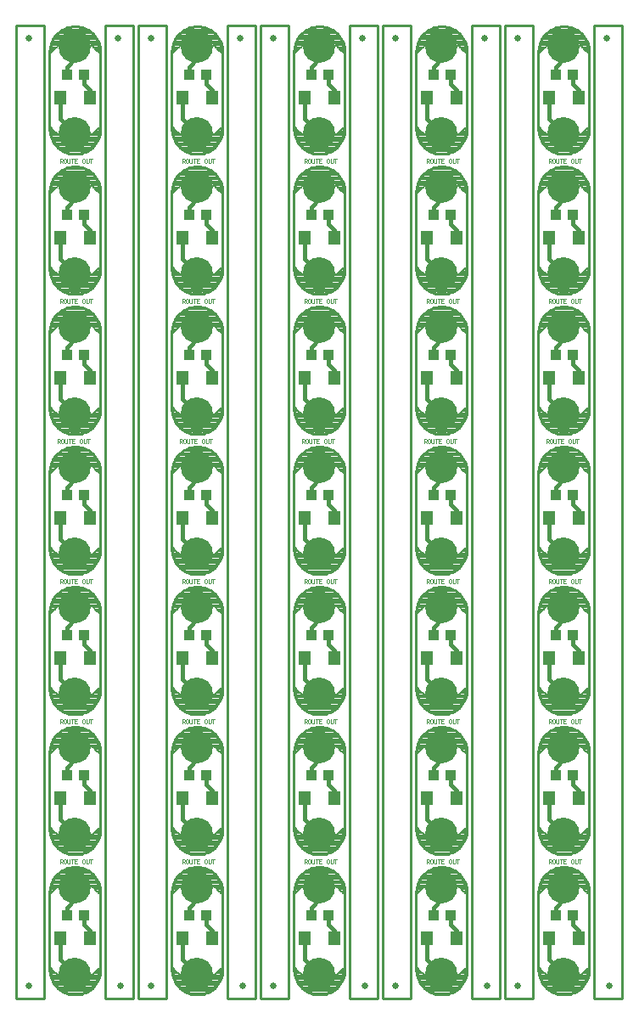
<source format=gtl>
G75*
G70*
%OFA0B0*%
%FSLAX24Y24*%
%IPPOS*%
%LPD*%
%AMOC8*
5,1,8,0,0,1.08239X$1,22.5*
%
%ADD10C,0.0100*%
%ADD11C,0.0010*%
%ADD12R,0.0433X0.0394*%
%ADD13C,0.1266*%
%ADD14C,0.0080*%
%ADD15R,0.0472X0.0551*%
%ADD16C,0.0250*%
%ADD17C,0.0160*%
D10*
X000150Y000150D02*
X000150Y038350D01*
X001250Y038350D01*
X001250Y000150D01*
X000150Y000150D01*
X001450Y001250D02*
X001450Y004350D01*
X001454Y004411D01*
X001461Y004472D01*
X001472Y004532D01*
X001487Y004592D01*
X001506Y004650D01*
X001528Y004707D01*
X001554Y004763D01*
X001583Y004816D01*
X001615Y004868D01*
X001651Y004918D01*
X001690Y004966D01*
X001732Y005010D01*
X001776Y005053D01*
X001823Y005092D01*
X001872Y005128D01*
X001924Y005161D01*
X001977Y005191D01*
X002033Y005218D01*
X002089Y005240D01*
X002148Y005260D01*
X002207Y005275D01*
X002267Y005287D01*
X002328Y005295D01*
X002389Y005299D01*
X002450Y005300D01*
X002511Y005299D01*
X002572Y005295D01*
X002633Y005287D01*
X002693Y005275D01*
X002752Y005260D01*
X002811Y005240D01*
X002867Y005218D01*
X002923Y005191D01*
X002976Y005161D01*
X003028Y005128D01*
X003077Y005092D01*
X003124Y005053D01*
X003168Y005010D01*
X003210Y004966D01*
X003249Y004918D01*
X003285Y004868D01*
X003317Y004816D01*
X003346Y004763D01*
X003372Y004707D01*
X003394Y004650D01*
X003413Y004592D01*
X003428Y004532D01*
X003439Y004472D01*
X003446Y004411D01*
X003450Y004350D01*
X003450Y001250D01*
X003650Y000150D02*
X003650Y038350D01*
X004750Y038350D01*
X004750Y000150D01*
X003650Y000150D01*
X004950Y000150D02*
X004950Y038350D01*
X006050Y038350D01*
X006050Y000150D01*
X004950Y000150D01*
X006250Y001250D02*
X006250Y004350D01*
X006254Y004411D01*
X006261Y004472D01*
X006272Y004532D01*
X006287Y004592D01*
X006306Y004650D01*
X006328Y004707D01*
X006354Y004763D01*
X006383Y004816D01*
X006415Y004868D01*
X006451Y004918D01*
X006490Y004966D01*
X006532Y005010D01*
X006576Y005053D01*
X006623Y005092D01*
X006672Y005128D01*
X006724Y005161D01*
X006777Y005191D01*
X006833Y005218D01*
X006889Y005240D01*
X006948Y005260D01*
X007007Y005275D01*
X007067Y005287D01*
X007128Y005295D01*
X007189Y005299D01*
X007250Y005300D01*
X007311Y005299D01*
X007372Y005295D01*
X007433Y005287D01*
X007493Y005275D01*
X007552Y005260D01*
X007611Y005240D01*
X007667Y005218D01*
X007723Y005191D01*
X007776Y005161D01*
X007828Y005128D01*
X007877Y005092D01*
X007924Y005053D01*
X007968Y005010D01*
X008010Y004966D01*
X008049Y004918D01*
X008085Y004868D01*
X008117Y004816D01*
X008146Y004763D01*
X008172Y004707D01*
X008194Y004650D01*
X008213Y004592D01*
X008228Y004532D01*
X008239Y004472D01*
X008246Y004411D01*
X008250Y004350D01*
X008250Y001250D01*
X008450Y000150D02*
X008450Y038350D01*
X009550Y038350D01*
X009550Y000150D01*
X008450Y000150D01*
X009750Y000150D02*
X009750Y038350D01*
X010850Y038350D01*
X010850Y000150D01*
X009750Y000150D01*
X011050Y001250D02*
X011050Y004350D01*
X011054Y004411D01*
X011061Y004472D01*
X011072Y004532D01*
X011087Y004592D01*
X011106Y004650D01*
X011128Y004707D01*
X011154Y004763D01*
X011183Y004816D01*
X011215Y004868D01*
X011251Y004918D01*
X011290Y004966D01*
X011332Y005010D01*
X011376Y005053D01*
X011423Y005092D01*
X011472Y005128D01*
X011524Y005161D01*
X011577Y005191D01*
X011633Y005218D01*
X011689Y005240D01*
X011748Y005260D01*
X011807Y005275D01*
X011867Y005287D01*
X011928Y005295D01*
X011989Y005299D01*
X012050Y005300D01*
X012111Y005299D01*
X012172Y005295D01*
X012233Y005287D01*
X012293Y005275D01*
X012352Y005260D01*
X012411Y005240D01*
X012467Y005218D01*
X012523Y005191D01*
X012576Y005161D01*
X012628Y005128D01*
X012677Y005092D01*
X012724Y005053D01*
X012768Y005010D01*
X012810Y004966D01*
X012849Y004918D01*
X012885Y004868D01*
X012917Y004816D01*
X012946Y004763D01*
X012972Y004707D01*
X012994Y004650D01*
X013013Y004592D01*
X013028Y004532D01*
X013039Y004472D01*
X013046Y004411D01*
X013050Y004350D01*
X013050Y001250D01*
X013250Y000150D02*
X013250Y038350D01*
X014350Y038350D01*
X014350Y000150D01*
X013250Y000150D01*
X013050Y001250D02*
X013046Y001189D01*
X013039Y001128D01*
X013028Y001068D01*
X013013Y001009D01*
X012994Y000950D01*
X012972Y000893D01*
X012946Y000837D01*
X012917Y000784D01*
X012885Y000732D01*
X012849Y000682D01*
X012810Y000634D01*
X012768Y000590D01*
X012724Y000547D01*
X012677Y000508D01*
X012628Y000472D01*
X012576Y000439D01*
X012523Y000409D01*
X012467Y000382D01*
X012410Y000360D01*
X012352Y000340D01*
X012293Y000325D01*
X012233Y000313D01*
X012172Y000305D01*
X012111Y000301D01*
X012050Y000300D01*
X011989Y000301D01*
X011928Y000305D01*
X011867Y000313D01*
X011807Y000325D01*
X011748Y000340D01*
X011690Y000360D01*
X011633Y000382D01*
X011577Y000409D01*
X011524Y000439D01*
X011472Y000472D01*
X011423Y000508D01*
X011376Y000547D01*
X011332Y000590D01*
X011290Y000634D01*
X011251Y000682D01*
X011215Y000732D01*
X011183Y000784D01*
X011154Y000837D01*
X011128Y000893D01*
X011106Y000950D01*
X011087Y001009D01*
X011072Y001068D01*
X011061Y001128D01*
X011054Y001189D01*
X011050Y001250D01*
X012475Y002975D02*
X012450Y003000D01*
X014550Y000150D02*
X014550Y038350D01*
X015650Y038350D01*
X015650Y000150D01*
X014550Y000150D01*
X015850Y001250D02*
X015850Y004350D01*
X015854Y004411D01*
X015861Y004472D01*
X015872Y004532D01*
X015887Y004592D01*
X015906Y004650D01*
X015928Y004707D01*
X015954Y004763D01*
X015983Y004816D01*
X016015Y004868D01*
X016051Y004918D01*
X016090Y004966D01*
X016132Y005010D01*
X016176Y005053D01*
X016223Y005092D01*
X016272Y005128D01*
X016324Y005161D01*
X016377Y005191D01*
X016433Y005218D01*
X016489Y005240D01*
X016548Y005260D01*
X016607Y005275D01*
X016667Y005287D01*
X016728Y005295D01*
X016789Y005299D01*
X016850Y005300D01*
X016911Y005299D01*
X016972Y005295D01*
X017033Y005287D01*
X017093Y005275D01*
X017152Y005260D01*
X017211Y005240D01*
X017267Y005218D01*
X017323Y005191D01*
X017376Y005161D01*
X017428Y005128D01*
X017477Y005092D01*
X017524Y005053D01*
X017568Y005010D01*
X017610Y004966D01*
X017649Y004918D01*
X017685Y004868D01*
X017717Y004816D01*
X017746Y004763D01*
X017772Y004707D01*
X017794Y004650D01*
X017813Y004592D01*
X017828Y004532D01*
X017839Y004472D01*
X017846Y004411D01*
X017850Y004350D01*
X017850Y001250D01*
X018050Y000150D02*
X018050Y038350D01*
X019150Y038350D01*
X019150Y000150D01*
X018050Y000150D01*
X017850Y001250D02*
X017846Y001189D01*
X017839Y001128D01*
X017828Y001068D01*
X017813Y001009D01*
X017794Y000950D01*
X017772Y000893D01*
X017746Y000837D01*
X017717Y000784D01*
X017685Y000732D01*
X017649Y000682D01*
X017610Y000634D01*
X017568Y000590D01*
X017524Y000547D01*
X017477Y000508D01*
X017428Y000472D01*
X017376Y000439D01*
X017323Y000409D01*
X017267Y000382D01*
X017210Y000360D01*
X017152Y000340D01*
X017093Y000325D01*
X017033Y000313D01*
X016972Y000305D01*
X016911Y000301D01*
X016850Y000300D01*
X016789Y000301D01*
X016728Y000305D01*
X016667Y000313D01*
X016607Y000325D01*
X016548Y000340D01*
X016490Y000360D01*
X016433Y000382D01*
X016377Y000409D01*
X016324Y000439D01*
X016272Y000472D01*
X016223Y000508D01*
X016176Y000547D01*
X016132Y000590D01*
X016090Y000634D01*
X016051Y000682D01*
X016015Y000732D01*
X015983Y000784D01*
X015954Y000837D01*
X015928Y000893D01*
X015906Y000950D01*
X015887Y001009D01*
X015872Y001068D01*
X015861Y001128D01*
X015854Y001189D01*
X015850Y001250D01*
X017275Y002975D02*
X017250Y003000D01*
X019350Y000150D02*
X019350Y038350D01*
X020450Y038350D01*
X020450Y000150D01*
X019350Y000150D01*
X020650Y001250D02*
X020650Y004350D01*
X020654Y004411D01*
X020661Y004472D01*
X020672Y004532D01*
X020687Y004592D01*
X020706Y004650D01*
X020728Y004707D01*
X020754Y004763D01*
X020783Y004816D01*
X020815Y004868D01*
X020851Y004918D01*
X020890Y004966D01*
X020932Y005010D01*
X020976Y005053D01*
X021023Y005092D01*
X021072Y005128D01*
X021124Y005161D01*
X021177Y005191D01*
X021233Y005218D01*
X021289Y005240D01*
X021348Y005260D01*
X021407Y005275D01*
X021467Y005287D01*
X021528Y005295D01*
X021589Y005299D01*
X021650Y005300D01*
X021711Y005299D01*
X021772Y005295D01*
X021833Y005287D01*
X021893Y005275D01*
X021952Y005260D01*
X022011Y005240D01*
X022067Y005218D01*
X022123Y005191D01*
X022176Y005161D01*
X022228Y005128D01*
X022277Y005092D01*
X022324Y005053D01*
X022368Y005010D01*
X022410Y004966D01*
X022449Y004918D01*
X022485Y004868D01*
X022517Y004816D01*
X022546Y004763D01*
X022572Y004707D01*
X022594Y004650D01*
X022613Y004592D01*
X022628Y004532D01*
X022639Y004472D01*
X022646Y004411D01*
X022650Y004350D01*
X022650Y001250D01*
X022850Y000150D02*
X022850Y038350D01*
X023950Y038350D01*
X023950Y000150D01*
X022850Y000150D01*
X022650Y001250D02*
X022646Y001189D01*
X022639Y001128D01*
X022628Y001068D01*
X022613Y001009D01*
X022594Y000950D01*
X022572Y000893D01*
X022546Y000837D01*
X022517Y000784D01*
X022485Y000732D01*
X022449Y000682D01*
X022410Y000634D01*
X022368Y000590D01*
X022324Y000547D01*
X022277Y000508D01*
X022228Y000472D01*
X022176Y000439D01*
X022123Y000409D01*
X022067Y000382D01*
X022010Y000360D01*
X021952Y000340D01*
X021893Y000325D01*
X021833Y000313D01*
X021772Y000305D01*
X021711Y000301D01*
X021650Y000300D01*
X021589Y000301D01*
X021528Y000305D01*
X021467Y000313D01*
X021407Y000325D01*
X021348Y000340D01*
X021290Y000360D01*
X021233Y000382D01*
X021177Y000409D01*
X021124Y000439D01*
X021072Y000472D01*
X021023Y000508D01*
X020976Y000547D01*
X020932Y000590D01*
X020890Y000634D01*
X020851Y000682D01*
X020815Y000732D01*
X020783Y000784D01*
X020754Y000837D01*
X020728Y000893D01*
X020706Y000950D01*
X020687Y001009D01*
X020672Y001068D01*
X020661Y001128D01*
X020654Y001189D01*
X020650Y001250D01*
X022075Y002975D02*
X022050Y003000D01*
X021650Y005800D02*
X021711Y005801D01*
X021772Y005805D01*
X021833Y005813D01*
X021893Y005825D01*
X021952Y005840D01*
X022010Y005860D01*
X022067Y005882D01*
X022123Y005909D01*
X022176Y005939D01*
X022228Y005972D01*
X022277Y006008D01*
X022324Y006047D01*
X022368Y006090D01*
X022410Y006134D01*
X022449Y006182D01*
X022485Y006232D01*
X022517Y006284D01*
X022546Y006337D01*
X022572Y006393D01*
X022594Y006450D01*
X022613Y006509D01*
X022628Y006568D01*
X022639Y006628D01*
X022646Y006689D01*
X022650Y006750D01*
X022650Y009850D01*
X022050Y008500D02*
X022075Y008475D01*
X022650Y009850D02*
X022646Y009911D01*
X022639Y009972D01*
X022628Y010032D01*
X022613Y010092D01*
X022594Y010150D01*
X022572Y010207D01*
X022546Y010263D01*
X022517Y010316D01*
X022485Y010368D01*
X022449Y010418D01*
X022410Y010466D01*
X022368Y010510D01*
X022324Y010553D01*
X022277Y010592D01*
X022228Y010628D01*
X022176Y010661D01*
X022123Y010691D01*
X022067Y010718D01*
X022011Y010740D01*
X021952Y010760D01*
X021893Y010775D01*
X021833Y010787D01*
X021772Y010795D01*
X021711Y010799D01*
X021650Y010800D01*
X021589Y010799D01*
X021528Y010795D01*
X021467Y010787D01*
X021407Y010775D01*
X021348Y010760D01*
X021289Y010740D01*
X021233Y010718D01*
X021177Y010691D01*
X021124Y010661D01*
X021072Y010628D01*
X021023Y010592D01*
X020976Y010553D01*
X020932Y010510D01*
X020890Y010466D01*
X020851Y010418D01*
X020815Y010368D01*
X020783Y010316D01*
X020754Y010263D01*
X020728Y010207D01*
X020706Y010150D01*
X020687Y010092D01*
X020672Y010032D01*
X020661Y009972D01*
X020654Y009911D01*
X020650Y009850D01*
X020650Y006750D01*
X020654Y006689D01*
X020661Y006628D01*
X020672Y006568D01*
X020687Y006509D01*
X020706Y006450D01*
X020728Y006393D01*
X020754Y006337D01*
X020783Y006284D01*
X020815Y006232D01*
X020851Y006182D01*
X020890Y006134D01*
X020932Y006090D01*
X020976Y006047D01*
X021023Y006008D01*
X021072Y005972D01*
X021124Y005939D01*
X021177Y005909D01*
X021233Y005882D01*
X021290Y005860D01*
X021348Y005840D01*
X021407Y005825D01*
X021467Y005813D01*
X021528Y005805D01*
X021589Y005801D01*
X021650Y005800D01*
X017850Y006750D02*
X017850Y009850D01*
X017250Y008500D02*
X017275Y008475D01*
X017850Y009850D02*
X017846Y009911D01*
X017839Y009972D01*
X017828Y010032D01*
X017813Y010092D01*
X017794Y010150D01*
X017772Y010207D01*
X017746Y010263D01*
X017717Y010316D01*
X017685Y010368D01*
X017649Y010418D01*
X017610Y010466D01*
X017568Y010510D01*
X017524Y010553D01*
X017477Y010592D01*
X017428Y010628D01*
X017376Y010661D01*
X017323Y010691D01*
X017267Y010718D01*
X017211Y010740D01*
X017152Y010760D01*
X017093Y010775D01*
X017033Y010787D01*
X016972Y010795D01*
X016911Y010799D01*
X016850Y010800D01*
X016789Y010799D01*
X016728Y010795D01*
X016667Y010787D01*
X016607Y010775D01*
X016548Y010760D01*
X016489Y010740D01*
X016433Y010718D01*
X016377Y010691D01*
X016324Y010661D01*
X016272Y010628D01*
X016223Y010592D01*
X016176Y010553D01*
X016132Y010510D01*
X016090Y010466D01*
X016051Y010418D01*
X016015Y010368D01*
X015983Y010316D01*
X015954Y010263D01*
X015928Y010207D01*
X015906Y010150D01*
X015887Y010092D01*
X015872Y010032D01*
X015861Y009972D01*
X015854Y009911D01*
X015850Y009850D01*
X015850Y006750D01*
X015854Y006689D01*
X015861Y006628D01*
X015872Y006568D01*
X015887Y006509D01*
X015906Y006450D01*
X015928Y006393D01*
X015954Y006337D01*
X015983Y006284D01*
X016015Y006232D01*
X016051Y006182D01*
X016090Y006134D01*
X016132Y006090D01*
X016176Y006047D01*
X016223Y006008D01*
X016272Y005972D01*
X016324Y005939D01*
X016377Y005909D01*
X016433Y005882D01*
X016490Y005860D01*
X016548Y005840D01*
X016607Y005825D01*
X016667Y005813D01*
X016728Y005805D01*
X016789Y005801D01*
X016850Y005800D01*
X016911Y005801D01*
X016972Y005805D01*
X017033Y005813D01*
X017093Y005825D01*
X017152Y005840D01*
X017210Y005860D01*
X017267Y005882D01*
X017323Y005909D01*
X017376Y005939D01*
X017428Y005972D01*
X017477Y006008D01*
X017524Y006047D01*
X017568Y006090D01*
X017610Y006134D01*
X017649Y006182D01*
X017685Y006232D01*
X017717Y006284D01*
X017746Y006337D01*
X017772Y006393D01*
X017794Y006450D01*
X017813Y006509D01*
X017828Y006568D01*
X017839Y006628D01*
X017846Y006689D01*
X017850Y006750D01*
X017850Y012250D02*
X017850Y015350D01*
X017250Y014000D02*
X017275Y013975D01*
X017850Y015350D02*
X017846Y015411D01*
X017839Y015472D01*
X017828Y015532D01*
X017813Y015592D01*
X017794Y015650D01*
X017772Y015707D01*
X017746Y015763D01*
X017717Y015816D01*
X017685Y015868D01*
X017649Y015918D01*
X017610Y015966D01*
X017568Y016010D01*
X017524Y016053D01*
X017477Y016092D01*
X017428Y016128D01*
X017376Y016161D01*
X017323Y016191D01*
X017267Y016218D01*
X017211Y016240D01*
X017152Y016260D01*
X017093Y016275D01*
X017033Y016287D01*
X016972Y016295D01*
X016911Y016299D01*
X016850Y016300D01*
X016789Y016299D01*
X016728Y016295D01*
X016667Y016287D01*
X016607Y016275D01*
X016548Y016260D01*
X016489Y016240D01*
X016433Y016218D01*
X016377Y016191D01*
X016324Y016161D01*
X016272Y016128D01*
X016223Y016092D01*
X016176Y016053D01*
X016132Y016010D01*
X016090Y015966D01*
X016051Y015918D01*
X016015Y015868D01*
X015983Y015816D01*
X015954Y015763D01*
X015928Y015707D01*
X015906Y015650D01*
X015887Y015592D01*
X015872Y015532D01*
X015861Y015472D01*
X015854Y015411D01*
X015850Y015350D01*
X015850Y012250D01*
X015854Y012189D01*
X015861Y012128D01*
X015872Y012068D01*
X015887Y012009D01*
X015906Y011950D01*
X015928Y011893D01*
X015954Y011837D01*
X015983Y011784D01*
X016015Y011732D01*
X016051Y011682D01*
X016090Y011634D01*
X016132Y011590D01*
X016176Y011547D01*
X016223Y011508D01*
X016272Y011472D01*
X016324Y011439D01*
X016377Y011409D01*
X016433Y011382D01*
X016490Y011360D01*
X016548Y011340D01*
X016607Y011325D01*
X016667Y011313D01*
X016728Y011305D01*
X016789Y011301D01*
X016850Y011300D01*
X016911Y011301D01*
X016972Y011305D01*
X017033Y011313D01*
X017093Y011325D01*
X017152Y011340D01*
X017210Y011360D01*
X017267Y011382D01*
X017323Y011409D01*
X017376Y011439D01*
X017428Y011472D01*
X017477Y011508D01*
X017524Y011547D01*
X017568Y011590D01*
X017610Y011634D01*
X017649Y011682D01*
X017685Y011732D01*
X017717Y011784D01*
X017746Y011837D01*
X017772Y011893D01*
X017794Y011950D01*
X017813Y012009D01*
X017828Y012068D01*
X017839Y012128D01*
X017846Y012189D01*
X017850Y012250D01*
X020650Y012250D02*
X020650Y015350D01*
X020654Y015411D01*
X020661Y015472D01*
X020672Y015532D01*
X020687Y015592D01*
X020706Y015650D01*
X020728Y015707D01*
X020754Y015763D01*
X020783Y015816D01*
X020815Y015868D01*
X020851Y015918D01*
X020890Y015966D01*
X020932Y016010D01*
X020976Y016053D01*
X021023Y016092D01*
X021072Y016128D01*
X021124Y016161D01*
X021177Y016191D01*
X021233Y016218D01*
X021289Y016240D01*
X021348Y016260D01*
X021407Y016275D01*
X021467Y016287D01*
X021528Y016295D01*
X021589Y016299D01*
X021650Y016300D01*
X021711Y016299D01*
X021772Y016295D01*
X021833Y016287D01*
X021893Y016275D01*
X021952Y016260D01*
X022011Y016240D01*
X022067Y016218D01*
X022123Y016191D01*
X022176Y016161D01*
X022228Y016128D01*
X022277Y016092D01*
X022324Y016053D01*
X022368Y016010D01*
X022410Y015966D01*
X022449Y015918D01*
X022485Y015868D01*
X022517Y015816D01*
X022546Y015763D01*
X022572Y015707D01*
X022594Y015650D01*
X022613Y015592D01*
X022628Y015532D01*
X022639Y015472D01*
X022646Y015411D01*
X022650Y015350D01*
X022650Y012250D01*
X022646Y012189D01*
X022639Y012128D01*
X022628Y012068D01*
X022613Y012009D01*
X022594Y011950D01*
X022572Y011893D01*
X022546Y011837D01*
X022517Y011784D01*
X022485Y011732D01*
X022449Y011682D01*
X022410Y011634D01*
X022368Y011590D01*
X022324Y011547D01*
X022277Y011508D01*
X022228Y011472D01*
X022176Y011439D01*
X022123Y011409D01*
X022067Y011382D01*
X022010Y011360D01*
X021952Y011340D01*
X021893Y011325D01*
X021833Y011313D01*
X021772Y011305D01*
X021711Y011301D01*
X021650Y011300D01*
X021589Y011301D01*
X021528Y011305D01*
X021467Y011313D01*
X021407Y011325D01*
X021348Y011340D01*
X021290Y011360D01*
X021233Y011382D01*
X021177Y011409D01*
X021124Y011439D01*
X021072Y011472D01*
X021023Y011508D01*
X020976Y011547D01*
X020932Y011590D01*
X020890Y011634D01*
X020851Y011682D01*
X020815Y011732D01*
X020783Y011784D01*
X020754Y011837D01*
X020728Y011893D01*
X020706Y011950D01*
X020687Y012009D01*
X020672Y012068D01*
X020661Y012128D01*
X020654Y012189D01*
X020650Y012250D01*
X022075Y013975D02*
X022050Y014000D01*
X021650Y016800D02*
X021711Y016801D01*
X021772Y016805D01*
X021833Y016813D01*
X021893Y016825D01*
X021952Y016840D01*
X022010Y016860D01*
X022067Y016882D01*
X022123Y016909D01*
X022176Y016939D01*
X022228Y016972D01*
X022277Y017008D01*
X022324Y017047D01*
X022368Y017090D01*
X022410Y017134D01*
X022449Y017182D01*
X022485Y017232D01*
X022517Y017284D01*
X022546Y017337D01*
X022572Y017393D01*
X022594Y017450D01*
X022613Y017509D01*
X022628Y017568D01*
X022639Y017628D01*
X022646Y017689D01*
X022650Y017750D01*
X022650Y020850D01*
X022646Y020911D01*
X022639Y020972D01*
X022628Y021032D01*
X022613Y021092D01*
X022594Y021150D01*
X022572Y021207D01*
X022546Y021263D01*
X022517Y021316D01*
X022485Y021368D01*
X022449Y021418D01*
X022410Y021466D01*
X022368Y021510D01*
X022324Y021553D01*
X022277Y021592D01*
X022228Y021628D01*
X022176Y021661D01*
X022123Y021691D01*
X022067Y021718D01*
X022011Y021740D01*
X021952Y021760D01*
X021893Y021775D01*
X021833Y021787D01*
X021772Y021795D01*
X021711Y021799D01*
X021650Y021800D01*
X021589Y021799D01*
X021528Y021795D01*
X021467Y021787D01*
X021407Y021775D01*
X021348Y021760D01*
X021289Y021740D01*
X021233Y021718D01*
X021177Y021691D01*
X021124Y021661D01*
X021072Y021628D01*
X021023Y021592D01*
X020976Y021553D01*
X020932Y021510D01*
X020890Y021466D01*
X020851Y021418D01*
X020815Y021368D01*
X020783Y021316D01*
X020754Y021263D01*
X020728Y021207D01*
X020706Y021150D01*
X020687Y021092D01*
X020672Y021032D01*
X020661Y020972D01*
X020654Y020911D01*
X020650Y020850D01*
X020650Y017750D01*
X020654Y017689D01*
X020661Y017628D01*
X020672Y017568D01*
X020687Y017509D01*
X020706Y017450D01*
X020728Y017393D01*
X020754Y017337D01*
X020783Y017284D01*
X020815Y017232D01*
X020851Y017182D01*
X020890Y017134D01*
X020932Y017090D01*
X020976Y017047D01*
X021023Y017008D01*
X021072Y016972D01*
X021124Y016939D01*
X021177Y016909D01*
X021233Y016882D01*
X021290Y016860D01*
X021348Y016840D01*
X021407Y016825D01*
X021467Y016813D01*
X021528Y016805D01*
X021589Y016801D01*
X021650Y016800D01*
X022075Y019475D02*
X022050Y019500D01*
X021650Y022300D02*
X021711Y022301D01*
X021772Y022305D01*
X021833Y022313D01*
X021893Y022325D01*
X021952Y022340D01*
X022010Y022360D01*
X022067Y022382D01*
X022123Y022409D01*
X022176Y022439D01*
X022228Y022472D01*
X022277Y022508D01*
X022324Y022547D01*
X022368Y022590D01*
X022410Y022634D01*
X022449Y022682D01*
X022485Y022732D01*
X022517Y022784D01*
X022546Y022837D01*
X022572Y022893D01*
X022594Y022950D01*
X022613Y023009D01*
X022628Y023068D01*
X022639Y023128D01*
X022646Y023189D01*
X022650Y023250D01*
X022650Y026350D01*
X022646Y026411D01*
X022639Y026472D01*
X022628Y026532D01*
X022613Y026592D01*
X022594Y026650D01*
X022572Y026707D01*
X022546Y026763D01*
X022517Y026816D01*
X022485Y026868D01*
X022449Y026918D01*
X022410Y026966D01*
X022368Y027010D01*
X022324Y027053D01*
X022277Y027092D01*
X022228Y027128D01*
X022176Y027161D01*
X022123Y027191D01*
X022067Y027218D01*
X022011Y027240D01*
X021952Y027260D01*
X021893Y027275D01*
X021833Y027287D01*
X021772Y027295D01*
X021711Y027299D01*
X021650Y027300D01*
X021589Y027299D01*
X021528Y027295D01*
X021467Y027287D01*
X021407Y027275D01*
X021348Y027260D01*
X021289Y027240D01*
X021233Y027218D01*
X021177Y027191D01*
X021124Y027161D01*
X021072Y027128D01*
X021023Y027092D01*
X020976Y027053D01*
X020932Y027010D01*
X020890Y026966D01*
X020851Y026918D01*
X020815Y026868D01*
X020783Y026816D01*
X020754Y026763D01*
X020728Y026707D01*
X020706Y026650D01*
X020687Y026592D01*
X020672Y026532D01*
X020661Y026472D01*
X020654Y026411D01*
X020650Y026350D01*
X020650Y023250D01*
X020654Y023189D01*
X020661Y023128D01*
X020672Y023068D01*
X020687Y023009D01*
X020706Y022950D01*
X020728Y022893D01*
X020754Y022837D01*
X020783Y022784D01*
X020815Y022732D01*
X020851Y022682D01*
X020890Y022634D01*
X020932Y022590D01*
X020976Y022547D01*
X021023Y022508D01*
X021072Y022472D01*
X021124Y022439D01*
X021177Y022409D01*
X021233Y022382D01*
X021290Y022360D01*
X021348Y022340D01*
X021407Y022325D01*
X021467Y022313D01*
X021528Y022305D01*
X021589Y022301D01*
X021650Y022300D01*
X022075Y024975D02*
X022050Y025000D01*
X021650Y027800D02*
X021711Y027801D01*
X021772Y027805D01*
X021833Y027813D01*
X021893Y027825D01*
X021952Y027840D01*
X022010Y027860D01*
X022067Y027882D01*
X022123Y027909D01*
X022176Y027939D01*
X022228Y027972D01*
X022277Y028008D01*
X022324Y028047D01*
X022368Y028090D01*
X022410Y028134D01*
X022449Y028182D01*
X022485Y028232D01*
X022517Y028284D01*
X022546Y028337D01*
X022572Y028393D01*
X022594Y028450D01*
X022613Y028509D01*
X022628Y028568D01*
X022639Y028628D01*
X022646Y028689D01*
X022650Y028750D01*
X022650Y031850D01*
X022050Y030500D02*
X022075Y030475D01*
X022650Y031850D02*
X022646Y031911D01*
X022639Y031972D01*
X022628Y032032D01*
X022613Y032092D01*
X022594Y032150D01*
X022572Y032207D01*
X022546Y032263D01*
X022517Y032316D01*
X022485Y032368D01*
X022449Y032418D01*
X022410Y032466D01*
X022368Y032510D01*
X022324Y032553D01*
X022277Y032592D01*
X022228Y032628D01*
X022176Y032661D01*
X022123Y032691D01*
X022067Y032718D01*
X022011Y032740D01*
X021952Y032760D01*
X021893Y032775D01*
X021833Y032787D01*
X021772Y032795D01*
X021711Y032799D01*
X021650Y032800D01*
X021589Y032799D01*
X021528Y032795D01*
X021467Y032787D01*
X021407Y032775D01*
X021348Y032760D01*
X021289Y032740D01*
X021233Y032718D01*
X021177Y032691D01*
X021124Y032661D01*
X021072Y032628D01*
X021023Y032592D01*
X020976Y032553D01*
X020932Y032510D01*
X020890Y032466D01*
X020851Y032418D01*
X020815Y032368D01*
X020783Y032316D01*
X020754Y032263D01*
X020728Y032207D01*
X020706Y032150D01*
X020687Y032092D01*
X020672Y032032D01*
X020661Y031972D01*
X020654Y031911D01*
X020650Y031850D01*
X020650Y028750D01*
X020654Y028689D01*
X020661Y028628D01*
X020672Y028568D01*
X020687Y028509D01*
X020706Y028450D01*
X020728Y028393D01*
X020754Y028337D01*
X020783Y028284D01*
X020815Y028232D01*
X020851Y028182D01*
X020890Y028134D01*
X020932Y028090D01*
X020976Y028047D01*
X021023Y028008D01*
X021072Y027972D01*
X021124Y027939D01*
X021177Y027909D01*
X021233Y027882D01*
X021290Y027860D01*
X021348Y027840D01*
X021407Y027825D01*
X021467Y027813D01*
X021528Y027805D01*
X021589Y027801D01*
X021650Y027800D01*
X017850Y028750D02*
X017850Y031850D01*
X017250Y030500D02*
X017275Y030475D01*
X017850Y031850D02*
X017846Y031911D01*
X017839Y031972D01*
X017828Y032032D01*
X017813Y032092D01*
X017794Y032150D01*
X017772Y032207D01*
X017746Y032263D01*
X017717Y032316D01*
X017685Y032368D01*
X017649Y032418D01*
X017610Y032466D01*
X017568Y032510D01*
X017524Y032553D01*
X017477Y032592D01*
X017428Y032628D01*
X017376Y032661D01*
X017323Y032691D01*
X017267Y032718D01*
X017211Y032740D01*
X017152Y032760D01*
X017093Y032775D01*
X017033Y032787D01*
X016972Y032795D01*
X016911Y032799D01*
X016850Y032800D01*
X016789Y032799D01*
X016728Y032795D01*
X016667Y032787D01*
X016607Y032775D01*
X016548Y032760D01*
X016489Y032740D01*
X016433Y032718D01*
X016377Y032691D01*
X016324Y032661D01*
X016272Y032628D01*
X016223Y032592D01*
X016176Y032553D01*
X016132Y032510D01*
X016090Y032466D01*
X016051Y032418D01*
X016015Y032368D01*
X015983Y032316D01*
X015954Y032263D01*
X015928Y032207D01*
X015906Y032150D01*
X015887Y032092D01*
X015872Y032032D01*
X015861Y031972D01*
X015854Y031911D01*
X015850Y031850D01*
X015850Y028750D01*
X015854Y028689D01*
X015861Y028628D01*
X015872Y028568D01*
X015887Y028509D01*
X015906Y028450D01*
X015928Y028393D01*
X015954Y028337D01*
X015983Y028284D01*
X016015Y028232D01*
X016051Y028182D01*
X016090Y028134D01*
X016132Y028090D01*
X016176Y028047D01*
X016223Y028008D01*
X016272Y027972D01*
X016324Y027939D01*
X016377Y027909D01*
X016433Y027882D01*
X016490Y027860D01*
X016548Y027840D01*
X016607Y027825D01*
X016667Y027813D01*
X016728Y027805D01*
X016789Y027801D01*
X016850Y027800D01*
X016911Y027801D01*
X016972Y027805D01*
X017033Y027813D01*
X017093Y027825D01*
X017152Y027840D01*
X017210Y027860D01*
X017267Y027882D01*
X017323Y027909D01*
X017376Y027939D01*
X017428Y027972D01*
X017477Y028008D01*
X017524Y028047D01*
X017568Y028090D01*
X017610Y028134D01*
X017649Y028182D01*
X017685Y028232D01*
X017717Y028284D01*
X017746Y028337D01*
X017772Y028393D01*
X017794Y028450D01*
X017813Y028509D01*
X017828Y028568D01*
X017839Y028628D01*
X017846Y028689D01*
X017850Y028750D01*
X017850Y026350D02*
X017850Y023250D01*
X017846Y023189D01*
X017839Y023128D01*
X017828Y023068D01*
X017813Y023009D01*
X017794Y022950D01*
X017772Y022893D01*
X017746Y022837D01*
X017717Y022784D01*
X017685Y022732D01*
X017649Y022682D01*
X017610Y022634D01*
X017568Y022590D01*
X017524Y022547D01*
X017477Y022508D01*
X017428Y022472D01*
X017376Y022439D01*
X017323Y022409D01*
X017267Y022382D01*
X017210Y022360D01*
X017152Y022340D01*
X017093Y022325D01*
X017033Y022313D01*
X016972Y022305D01*
X016911Y022301D01*
X016850Y022300D01*
X016789Y022301D01*
X016728Y022305D01*
X016667Y022313D01*
X016607Y022325D01*
X016548Y022340D01*
X016490Y022360D01*
X016433Y022382D01*
X016377Y022409D01*
X016324Y022439D01*
X016272Y022472D01*
X016223Y022508D01*
X016176Y022547D01*
X016132Y022590D01*
X016090Y022634D01*
X016051Y022682D01*
X016015Y022732D01*
X015983Y022784D01*
X015954Y022837D01*
X015928Y022893D01*
X015906Y022950D01*
X015887Y023009D01*
X015872Y023068D01*
X015861Y023128D01*
X015854Y023189D01*
X015850Y023250D01*
X015850Y026350D01*
X015854Y026411D01*
X015861Y026472D01*
X015872Y026532D01*
X015887Y026592D01*
X015906Y026650D01*
X015928Y026707D01*
X015954Y026763D01*
X015983Y026816D01*
X016015Y026868D01*
X016051Y026918D01*
X016090Y026966D01*
X016132Y027010D01*
X016176Y027053D01*
X016223Y027092D01*
X016272Y027128D01*
X016324Y027161D01*
X016377Y027191D01*
X016433Y027218D01*
X016489Y027240D01*
X016548Y027260D01*
X016607Y027275D01*
X016667Y027287D01*
X016728Y027295D01*
X016789Y027299D01*
X016850Y027300D01*
X016911Y027299D01*
X016972Y027295D01*
X017033Y027287D01*
X017093Y027275D01*
X017152Y027260D01*
X017211Y027240D01*
X017267Y027218D01*
X017323Y027191D01*
X017376Y027161D01*
X017428Y027128D01*
X017477Y027092D01*
X017524Y027053D01*
X017568Y027010D01*
X017610Y026966D01*
X017649Y026918D01*
X017685Y026868D01*
X017717Y026816D01*
X017746Y026763D01*
X017772Y026707D01*
X017794Y026650D01*
X017813Y026592D01*
X017828Y026532D01*
X017839Y026472D01*
X017846Y026411D01*
X017850Y026350D01*
X017250Y025000D02*
X017275Y024975D01*
X017850Y020850D02*
X017850Y017750D01*
X017846Y017689D01*
X017839Y017628D01*
X017828Y017568D01*
X017813Y017509D01*
X017794Y017450D01*
X017772Y017393D01*
X017746Y017337D01*
X017717Y017284D01*
X017685Y017232D01*
X017649Y017182D01*
X017610Y017134D01*
X017568Y017090D01*
X017524Y017047D01*
X017477Y017008D01*
X017428Y016972D01*
X017376Y016939D01*
X017323Y016909D01*
X017267Y016882D01*
X017210Y016860D01*
X017152Y016840D01*
X017093Y016825D01*
X017033Y016813D01*
X016972Y016805D01*
X016911Y016801D01*
X016850Y016800D01*
X016789Y016801D01*
X016728Y016805D01*
X016667Y016813D01*
X016607Y016825D01*
X016548Y016840D01*
X016490Y016860D01*
X016433Y016882D01*
X016377Y016909D01*
X016324Y016939D01*
X016272Y016972D01*
X016223Y017008D01*
X016176Y017047D01*
X016132Y017090D01*
X016090Y017134D01*
X016051Y017182D01*
X016015Y017232D01*
X015983Y017284D01*
X015954Y017337D01*
X015928Y017393D01*
X015906Y017450D01*
X015887Y017509D01*
X015872Y017568D01*
X015861Y017628D01*
X015854Y017689D01*
X015850Y017750D01*
X015850Y020850D01*
X015854Y020911D01*
X015861Y020972D01*
X015872Y021032D01*
X015887Y021092D01*
X015906Y021150D01*
X015928Y021207D01*
X015954Y021263D01*
X015983Y021316D01*
X016015Y021368D01*
X016051Y021418D01*
X016090Y021466D01*
X016132Y021510D01*
X016176Y021553D01*
X016223Y021592D01*
X016272Y021628D01*
X016324Y021661D01*
X016377Y021691D01*
X016433Y021718D01*
X016489Y021740D01*
X016548Y021760D01*
X016607Y021775D01*
X016667Y021787D01*
X016728Y021795D01*
X016789Y021799D01*
X016850Y021800D01*
X016911Y021799D01*
X016972Y021795D01*
X017033Y021787D01*
X017093Y021775D01*
X017152Y021760D01*
X017211Y021740D01*
X017267Y021718D01*
X017323Y021691D01*
X017376Y021661D01*
X017428Y021628D01*
X017477Y021592D01*
X017524Y021553D01*
X017568Y021510D01*
X017610Y021466D01*
X017649Y021418D01*
X017685Y021368D01*
X017717Y021316D01*
X017746Y021263D01*
X017772Y021207D01*
X017794Y021150D01*
X017813Y021092D01*
X017828Y021032D01*
X017839Y020972D01*
X017846Y020911D01*
X017850Y020850D01*
X017250Y019500D02*
X017275Y019475D01*
X013050Y020850D02*
X013050Y017750D01*
X013046Y017689D01*
X013039Y017628D01*
X013028Y017568D01*
X013013Y017509D01*
X012994Y017450D01*
X012972Y017393D01*
X012946Y017337D01*
X012917Y017284D01*
X012885Y017232D01*
X012849Y017182D01*
X012810Y017134D01*
X012768Y017090D01*
X012724Y017047D01*
X012677Y017008D01*
X012628Y016972D01*
X012576Y016939D01*
X012523Y016909D01*
X012467Y016882D01*
X012410Y016860D01*
X012352Y016840D01*
X012293Y016825D01*
X012233Y016813D01*
X012172Y016805D01*
X012111Y016801D01*
X012050Y016800D01*
X011989Y016801D01*
X011928Y016805D01*
X011867Y016813D01*
X011807Y016825D01*
X011748Y016840D01*
X011690Y016860D01*
X011633Y016882D01*
X011577Y016909D01*
X011524Y016939D01*
X011472Y016972D01*
X011423Y017008D01*
X011376Y017047D01*
X011332Y017090D01*
X011290Y017134D01*
X011251Y017182D01*
X011215Y017232D01*
X011183Y017284D01*
X011154Y017337D01*
X011128Y017393D01*
X011106Y017450D01*
X011087Y017509D01*
X011072Y017568D01*
X011061Y017628D01*
X011054Y017689D01*
X011050Y017750D01*
X011050Y020850D01*
X011054Y020911D01*
X011061Y020972D01*
X011072Y021032D01*
X011087Y021092D01*
X011106Y021150D01*
X011128Y021207D01*
X011154Y021263D01*
X011183Y021316D01*
X011215Y021368D01*
X011251Y021418D01*
X011290Y021466D01*
X011332Y021510D01*
X011376Y021553D01*
X011423Y021592D01*
X011472Y021628D01*
X011524Y021661D01*
X011577Y021691D01*
X011633Y021718D01*
X011689Y021740D01*
X011748Y021760D01*
X011807Y021775D01*
X011867Y021787D01*
X011928Y021795D01*
X011989Y021799D01*
X012050Y021800D01*
X012111Y021799D01*
X012172Y021795D01*
X012233Y021787D01*
X012293Y021775D01*
X012352Y021760D01*
X012411Y021740D01*
X012467Y021718D01*
X012523Y021691D01*
X012576Y021661D01*
X012628Y021628D01*
X012677Y021592D01*
X012724Y021553D01*
X012768Y021510D01*
X012810Y021466D01*
X012849Y021418D01*
X012885Y021368D01*
X012917Y021316D01*
X012946Y021263D01*
X012972Y021207D01*
X012994Y021150D01*
X013013Y021092D01*
X013028Y021032D01*
X013039Y020972D01*
X013046Y020911D01*
X013050Y020850D01*
X012450Y019500D02*
X012475Y019475D01*
X013050Y023250D02*
X013050Y026350D01*
X013046Y026411D01*
X013039Y026472D01*
X013028Y026532D01*
X013013Y026592D01*
X012994Y026650D01*
X012972Y026707D01*
X012946Y026763D01*
X012917Y026816D01*
X012885Y026868D01*
X012849Y026918D01*
X012810Y026966D01*
X012768Y027010D01*
X012724Y027053D01*
X012677Y027092D01*
X012628Y027128D01*
X012576Y027161D01*
X012523Y027191D01*
X012467Y027218D01*
X012411Y027240D01*
X012352Y027260D01*
X012293Y027275D01*
X012233Y027287D01*
X012172Y027295D01*
X012111Y027299D01*
X012050Y027300D01*
X011989Y027299D01*
X011928Y027295D01*
X011867Y027287D01*
X011807Y027275D01*
X011748Y027260D01*
X011689Y027240D01*
X011633Y027218D01*
X011577Y027191D01*
X011524Y027161D01*
X011472Y027128D01*
X011423Y027092D01*
X011376Y027053D01*
X011332Y027010D01*
X011290Y026966D01*
X011251Y026918D01*
X011215Y026868D01*
X011183Y026816D01*
X011154Y026763D01*
X011128Y026707D01*
X011106Y026650D01*
X011087Y026592D01*
X011072Y026532D01*
X011061Y026472D01*
X011054Y026411D01*
X011050Y026350D01*
X011050Y023250D01*
X011054Y023189D01*
X011061Y023128D01*
X011072Y023068D01*
X011087Y023009D01*
X011106Y022950D01*
X011128Y022893D01*
X011154Y022837D01*
X011183Y022784D01*
X011215Y022732D01*
X011251Y022682D01*
X011290Y022634D01*
X011332Y022590D01*
X011376Y022547D01*
X011423Y022508D01*
X011472Y022472D01*
X011524Y022439D01*
X011577Y022409D01*
X011633Y022382D01*
X011690Y022360D01*
X011748Y022340D01*
X011807Y022325D01*
X011867Y022313D01*
X011928Y022305D01*
X011989Y022301D01*
X012050Y022300D01*
X012111Y022301D01*
X012172Y022305D01*
X012233Y022313D01*
X012293Y022325D01*
X012352Y022340D01*
X012410Y022360D01*
X012467Y022382D01*
X012523Y022409D01*
X012576Y022439D01*
X012628Y022472D01*
X012677Y022508D01*
X012724Y022547D01*
X012768Y022590D01*
X012810Y022634D01*
X012849Y022682D01*
X012885Y022732D01*
X012917Y022784D01*
X012946Y022837D01*
X012972Y022893D01*
X012994Y022950D01*
X013013Y023009D01*
X013028Y023068D01*
X013039Y023128D01*
X013046Y023189D01*
X013050Y023250D01*
X012475Y024975D02*
X012450Y025000D01*
X012050Y027800D02*
X012111Y027801D01*
X012172Y027805D01*
X012233Y027813D01*
X012293Y027825D01*
X012352Y027840D01*
X012410Y027860D01*
X012467Y027882D01*
X012523Y027909D01*
X012576Y027939D01*
X012628Y027972D01*
X012677Y028008D01*
X012724Y028047D01*
X012768Y028090D01*
X012810Y028134D01*
X012849Y028182D01*
X012885Y028232D01*
X012917Y028284D01*
X012946Y028337D01*
X012972Y028393D01*
X012994Y028450D01*
X013013Y028509D01*
X013028Y028568D01*
X013039Y028628D01*
X013046Y028689D01*
X013050Y028750D01*
X013050Y031850D01*
X012450Y030500D02*
X012475Y030475D01*
X013050Y031850D02*
X013046Y031911D01*
X013039Y031972D01*
X013028Y032032D01*
X013013Y032092D01*
X012994Y032150D01*
X012972Y032207D01*
X012946Y032263D01*
X012917Y032316D01*
X012885Y032368D01*
X012849Y032418D01*
X012810Y032466D01*
X012768Y032510D01*
X012724Y032553D01*
X012677Y032592D01*
X012628Y032628D01*
X012576Y032661D01*
X012523Y032691D01*
X012467Y032718D01*
X012411Y032740D01*
X012352Y032760D01*
X012293Y032775D01*
X012233Y032787D01*
X012172Y032795D01*
X012111Y032799D01*
X012050Y032800D01*
X011989Y032799D01*
X011928Y032795D01*
X011867Y032787D01*
X011807Y032775D01*
X011748Y032760D01*
X011689Y032740D01*
X011633Y032718D01*
X011577Y032691D01*
X011524Y032661D01*
X011472Y032628D01*
X011423Y032592D01*
X011376Y032553D01*
X011332Y032510D01*
X011290Y032466D01*
X011251Y032418D01*
X011215Y032368D01*
X011183Y032316D01*
X011154Y032263D01*
X011128Y032207D01*
X011106Y032150D01*
X011087Y032092D01*
X011072Y032032D01*
X011061Y031972D01*
X011054Y031911D01*
X011050Y031850D01*
X011050Y028750D01*
X011054Y028689D01*
X011061Y028628D01*
X011072Y028568D01*
X011087Y028509D01*
X011106Y028450D01*
X011128Y028393D01*
X011154Y028337D01*
X011183Y028284D01*
X011215Y028232D01*
X011251Y028182D01*
X011290Y028134D01*
X011332Y028090D01*
X011376Y028047D01*
X011423Y028008D01*
X011472Y027972D01*
X011524Y027939D01*
X011577Y027909D01*
X011633Y027882D01*
X011690Y027860D01*
X011748Y027840D01*
X011807Y027825D01*
X011867Y027813D01*
X011928Y027805D01*
X011989Y027801D01*
X012050Y027800D01*
X008250Y028750D02*
X008250Y031850D01*
X007650Y030500D02*
X007675Y030475D01*
X008250Y031850D02*
X008246Y031911D01*
X008239Y031972D01*
X008228Y032032D01*
X008213Y032092D01*
X008194Y032150D01*
X008172Y032207D01*
X008146Y032263D01*
X008117Y032316D01*
X008085Y032368D01*
X008049Y032418D01*
X008010Y032466D01*
X007968Y032510D01*
X007924Y032553D01*
X007877Y032592D01*
X007828Y032628D01*
X007776Y032661D01*
X007723Y032691D01*
X007667Y032718D01*
X007611Y032740D01*
X007552Y032760D01*
X007493Y032775D01*
X007433Y032787D01*
X007372Y032795D01*
X007311Y032799D01*
X007250Y032800D01*
X007189Y032799D01*
X007128Y032795D01*
X007067Y032787D01*
X007007Y032775D01*
X006948Y032760D01*
X006889Y032740D01*
X006833Y032718D01*
X006777Y032691D01*
X006724Y032661D01*
X006672Y032628D01*
X006623Y032592D01*
X006576Y032553D01*
X006532Y032510D01*
X006490Y032466D01*
X006451Y032418D01*
X006415Y032368D01*
X006383Y032316D01*
X006354Y032263D01*
X006328Y032207D01*
X006306Y032150D01*
X006287Y032092D01*
X006272Y032032D01*
X006261Y031972D01*
X006254Y031911D01*
X006250Y031850D01*
X006250Y028750D01*
X006254Y028689D01*
X006261Y028628D01*
X006272Y028568D01*
X006287Y028509D01*
X006306Y028450D01*
X006328Y028393D01*
X006354Y028337D01*
X006383Y028284D01*
X006415Y028232D01*
X006451Y028182D01*
X006490Y028134D01*
X006532Y028090D01*
X006576Y028047D01*
X006623Y028008D01*
X006672Y027972D01*
X006724Y027939D01*
X006777Y027909D01*
X006833Y027882D01*
X006890Y027860D01*
X006948Y027840D01*
X007007Y027825D01*
X007067Y027813D01*
X007128Y027805D01*
X007189Y027801D01*
X007250Y027800D01*
X007311Y027801D01*
X007372Y027805D01*
X007433Y027813D01*
X007493Y027825D01*
X007552Y027840D01*
X007610Y027860D01*
X007667Y027882D01*
X007723Y027909D01*
X007776Y027939D01*
X007828Y027972D01*
X007877Y028008D01*
X007924Y028047D01*
X007968Y028090D01*
X008010Y028134D01*
X008049Y028182D01*
X008085Y028232D01*
X008117Y028284D01*
X008146Y028337D01*
X008172Y028393D01*
X008194Y028450D01*
X008213Y028509D01*
X008228Y028568D01*
X008239Y028628D01*
X008246Y028689D01*
X008250Y028750D01*
X008250Y026350D02*
X008250Y023250D01*
X008246Y023189D01*
X008239Y023128D01*
X008228Y023068D01*
X008213Y023009D01*
X008194Y022950D01*
X008172Y022893D01*
X008146Y022837D01*
X008117Y022784D01*
X008085Y022732D01*
X008049Y022682D01*
X008010Y022634D01*
X007968Y022590D01*
X007924Y022547D01*
X007877Y022508D01*
X007828Y022472D01*
X007776Y022439D01*
X007723Y022409D01*
X007667Y022382D01*
X007610Y022360D01*
X007552Y022340D01*
X007493Y022325D01*
X007433Y022313D01*
X007372Y022305D01*
X007311Y022301D01*
X007250Y022300D01*
X007189Y022301D01*
X007128Y022305D01*
X007067Y022313D01*
X007007Y022325D01*
X006948Y022340D01*
X006890Y022360D01*
X006833Y022382D01*
X006777Y022409D01*
X006724Y022439D01*
X006672Y022472D01*
X006623Y022508D01*
X006576Y022547D01*
X006532Y022590D01*
X006490Y022634D01*
X006451Y022682D01*
X006415Y022732D01*
X006383Y022784D01*
X006354Y022837D01*
X006328Y022893D01*
X006306Y022950D01*
X006287Y023009D01*
X006272Y023068D01*
X006261Y023128D01*
X006254Y023189D01*
X006250Y023250D01*
X006250Y026350D01*
X006254Y026411D01*
X006261Y026472D01*
X006272Y026532D01*
X006287Y026592D01*
X006306Y026650D01*
X006328Y026707D01*
X006354Y026763D01*
X006383Y026816D01*
X006415Y026868D01*
X006451Y026918D01*
X006490Y026966D01*
X006532Y027010D01*
X006576Y027053D01*
X006623Y027092D01*
X006672Y027128D01*
X006724Y027161D01*
X006777Y027191D01*
X006833Y027218D01*
X006889Y027240D01*
X006948Y027260D01*
X007007Y027275D01*
X007067Y027287D01*
X007128Y027295D01*
X007189Y027299D01*
X007250Y027300D01*
X007311Y027299D01*
X007372Y027295D01*
X007433Y027287D01*
X007493Y027275D01*
X007552Y027260D01*
X007611Y027240D01*
X007667Y027218D01*
X007723Y027191D01*
X007776Y027161D01*
X007828Y027128D01*
X007877Y027092D01*
X007924Y027053D01*
X007968Y027010D01*
X008010Y026966D01*
X008049Y026918D01*
X008085Y026868D01*
X008117Y026816D01*
X008146Y026763D01*
X008172Y026707D01*
X008194Y026650D01*
X008213Y026592D01*
X008228Y026532D01*
X008239Y026472D01*
X008246Y026411D01*
X008250Y026350D01*
X007650Y025000D02*
X007675Y024975D01*
X008250Y020850D02*
X008250Y017750D01*
X008246Y017689D01*
X008239Y017628D01*
X008228Y017568D01*
X008213Y017509D01*
X008194Y017450D01*
X008172Y017393D01*
X008146Y017337D01*
X008117Y017284D01*
X008085Y017232D01*
X008049Y017182D01*
X008010Y017134D01*
X007968Y017090D01*
X007924Y017047D01*
X007877Y017008D01*
X007828Y016972D01*
X007776Y016939D01*
X007723Y016909D01*
X007667Y016882D01*
X007610Y016860D01*
X007552Y016840D01*
X007493Y016825D01*
X007433Y016813D01*
X007372Y016805D01*
X007311Y016801D01*
X007250Y016800D01*
X007189Y016801D01*
X007128Y016805D01*
X007067Y016813D01*
X007007Y016825D01*
X006948Y016840D01*
X006890Y016860D01*
X006833Y016882D01*
X006777Y016909D01*
X006724Y016939D01*
X006672Y016972D01*
X006623Y017008D01*
X006576Y017047D01*
X006532Y017090D01*
X006490Y017134D01*
X006451Y017182D01*
X006415Y017232D01*
X006383Y017284D01*
X006354Y017337D01*
X006328Y017393D01*
X006306Y017450D01*
X006287Y017509D01*
X006272Y017568D01*
X006261Y017628D01*
X006254Y017689D01*
X006250Y017750D01*
X006250Y020850D01*
X006254Y020911D01*
X006261Y020972D01*
X006272Y021032D01*
X006287Y021092D01*
X006306Y021150D01*
X006328Y021207D01*
X006354Y021263D01*
X006383Y021316D01*
X006415Y021368D01*
X006451Y021418D01*
X006490Y021466D01*
X006532Y021510D01*
X006576Y021553D01*
X006623Y021592D01*
X006672Y021628D01*
X006724Y021661D01*
X006777Y021691D01*
X006833Y021718D01*
X006889Y021740D01*
X006948Y021760D01*
X007007Y021775D01*
X007067Y021787D01*
X007128Y021795D01*
X007189Y021799D01*
X007250Y021800D01*
X007311Y021799D01*
X007372Y021795D01*
X007433Y021787D01*
X007493Y021775D01*
X007552Y021760D01*
X007611Y021740D01*
X007667Y021718D01*
X007723Y021691D01*
X007776Y021661D01*
X007828Y021628D01*
X007877Y021592D01*
X007924Y021553D01*
X007968Y021510D01*
X008010Y021466D01*
X008049Y021418D01*
X008085Y021368D01*
X008117Y021316D01*
X008146Y021263D01*
X008172Y021207D01*
X008194Y021150D01*
X008213Y021092D01*
X008228Y021032D01*
X008239Y020972D01*
X008246Y020911D01*
X008250Y020850D01*
X007650Y019500D02*
X007675Y019475D01*
X008250Y015350D02*
X008250Y012250D01*
X008246Y012189D01*
X008239Y012128D01*
X008228Y012068D01*
X008213Y012009D01*
X008194Y011950D01*
X008172Y011893D01*
X008146Y011837D01*
X008117Y011784D01*
X008085Y011732D01*
X008049Y011682D01*
X008010Y011634D01*
X007968Y011590D01*
X007924Y011547D01*
X007877Y011508D01*
X007828Y011472D01*
X007776Y011439D01*
X007723Y011409D01*
X007667Y011382D01*
X007610Y011360D01*
X007552Y011340D01*
X007493Y011325D01*
X007433Y011313D01*
X007372Y011305D01*
X007311Y011301D01*
X007250Y011300D01*
X007189Y011301D01*
X007128Y011305D01*
X007067Y011313D01*
X007007Y011325D01*
X006948Y011340D01*
X006890Y011360D01*
X006833Y011382D01*
X006777Y011409D01*
X006724Y011439D01*
X006672Y011472D01*
X006623Y011508D01*
X006576Y011547D01*
X006532Y011590D01*
X006490Y011634D01*
X006451Y011682D01*
X006415Y011732D01*
X006383Y011784D01*
X006354Y011837D01*
X006328Y011893D01*
X006306Y011950D01*
X006287Y012009D01*
X006272Y012068D01*
X006261Y012128D01*
X006254Y012189D01*
X006250Y012250D01*
X006250Y015350D01*
X006254Y015411D01*
X006261Y015472D01*
X006272Y015532D01*
X006287Y015592D01*
X006306Y015650D01*
X006328Y015707D01*
X006354Y015763D01*
X006383Y015816D01*
X006415Y015868D01*
X006451Y015918D01*
X006490Y015966D01*
X006532Y016010D01*
X006576Y016053D01*
X006623Y016092D01*
X006672Y016128D01*
X006724Y016161D01*
X006777Y016191D01*
X006833Y016218D01*
X006889Y016240D01*
X006948Y016260D01*
X007007Y016275D01*
X007067Y016287D01*
X007128Y016295D01*
X007189Y016299D01*
X007250Y016300D01*
X007311Y016299D01*
X007372Y016295D01*
X007433Y016287D01*
X007493Y016275D01*
X007552Y016260D01*
X007611Y016240D01*
X007667Y016218D01*
X007723Y016191D01*
X007776Y016161D01*
X007828Y016128D01*
X007877Y016092D01*
X007924Y016053D01*
X007968Y016010D01*
X008010Y015966D01*
X008049Y015918D01*
X008085Y015868D01*
X008117Y015816D01*
X008146Y015763D01*
X008172Y015707D01*
X008194Y015650D01*
X008213Y015592D01*
X008228Y015532D01*
X008239Y015472D01*
X008246Y015411D01*
X008250Y015350D01*
X007650Y014000D02*
X007675Y013975D01*
X008250Y009850D02*
X008250Y006750D01*
X008246Y006689D01*
X008239Y006628D01*
X008228Y006568D01*
X008213Y006509D01*
X008194Y006450D01*
X008172Y006393D01*
X008146Y006337D01*
X008117Y006284D01*
X008085Y006232D01*
X008049Y006182D01*
X008010Y006134D01*
X007968Y006090D01*
X007924Y006047D01*
X007877Y006008D01*
X007828Y005972D01*
X007776Y005939D01*
X007723Y005909D01*
X007667Y005882D01*
X007610Y005860D01*
X007552Y005840D01*
X007493Y005825D01*
X007433Y005813D01*
X007372Y005805D01*
X007311Y005801D01*
X007250Y005800D01*
X007189Y005801D01*
X007128Y005805D01*
X007067Y005813D01*
X007007Y005825D01*
X006948Y005840D01*
X006890Y005860D01*
X006833Y005882D01*
X006777Y005909D01*
X006724Y005939D01*
X006672Y005972D01*
X006623Y006008D01*
X006576Y006047D01*
X006532Y006090D01*
X006490Y006134D01*
X006451Y006182D01*
X006415Y006232D01*
X006383Y006284D01*
X006354Y006337D01*
X006328Y006393D01*
X006306Y006450D01*
X006287Y006509D01*
X006272Y006568D01*
X006261Y006628D01*
X006254Y006689D01*
X006250Y006750D01*
X006250Y009850D01*
X006254Y009911D01*
X006261Y009972D01*
X006272Y010032D01*
X006287Y010092D01*
X006306Y010150D01*
X006328Y010207D01*
X006354Y010263D01*
X006383Y010316D01*
X006415Y010368D01*
X006451Y010418D01*
X006490Y010466D01*
X006532Y010510D01*
X006576Y010553D01*
X006623Y010592D01*
X006672Y010628D01*
X006724Y010661D01*
X006777Y010691D01*
X006833Y010718D01*
X006889Y010740D01*
X006948Y010760D01*
X007007Y010775D01*
X007067Y010787D01*
X007128Y010795D01*
X007189Y010799D01*
X007250Y010800D01*
X007311Y010799D01*
X007372Y010795D01*
X007433Y010787D01*
X007493Y010775D01*
X007552Y010760D01*
X007611Y010740D01*
X007667Y010718D01*
X007723Y010691D01*
X007776Y010661D01*
X007828Y010628D01*
X007877Y010592D01*
X007924Y010553D01*
X007968Y010510D01*
X008010Y010466D01*
X008049Y010418D01*
X008085Y010368D01*
X008117Y010316D01*
X008146Y010263D01*
X008172Y010207D01*
X008194Y010150D01*
X008213Y010092D01*
X008228Y010032D01*
X008239Y009972D01*
X008246Y009911D01*
X008250Y009850D01*
X007650Y008500D02*
X007675Y008475D01*
X011050Y009850D02*
X011050Y006750D01*
X011054Y006689D01*
X011061Y006628D01*
X011072Y006568D01*
X011087Y006509D01*
X011106Y006450D01*
X011128Y006393D01*
X011154Y006337D01*
X011183Y006284D01*
X011215Y006232D01*
X011251Y006182D01*
X011290Y006134D01*
X011332Y006090D01*
X011376Y006047D01*
X011423Y006008D01*
X011472Y005972D01*
X011524Y005939D01*
X011577Y005909D01*
X011633Y005882D01*
X011690Y005860D01*
X011748Y005840D01*
X011807Y005825D01*
X011867Y005813D01*
X011928Y005805D01*
X011989Y005801D01*
X012050Y005800D01*
X012111Y005801D01*
X012172Y005805D01*
X012233Y005813D01*
X012293Y005825D01*
X012352Y005840D01*
X012410Y005860D01*
X012467Y005882D01*
X012523Y005909D01*
X012576Y005939D01*
X012628Y005972D01*
X012677Y006008D01*
X012724Y006047D01*
X012768Y006090D01*
X012810Y006134D01*
X012849Y006182D01*
X012885Y006232D01*
X012917Y006284D01*
X012946Y006337D01*
X012972Y006393D01*
X012994Y006450D01*
X013013Y006509D01*
X013028Y006568D01*
X013039Y006628D01*
X013046Y006689D01*
X013050Y006750D01*
X013050Y009850D01*
X012450Y008500D02*
X012475Y008475D01*
X013050Y009850D02*
X013046Y009911D01*
X013039Y009972D01*
X013028Y010032D01*
X013013Y010092D01*
X012994Y010150D01*
X012972Y010207D01*
X012946Y010263D01*
X012917Y010316D01*
X012885Y010368D01*
X012849Y010418D01*
X012810Y010466D01*
X012768Y010510D01*
X012724Y010553D01*
X012677Y010592D01*
X012628Y010628D01*
X012576Y010661D01*
X012523Y010691D01*
X012467Y010718D01*
X012411Y010740D01*
X012352Y010760D01*
X012293Y010775D01*
X012233Y010787D01*
X012172Y010795D01*
X012111Y010799D01*
X012050Y010800D01*
X011989Y010799D01*
X011928Y010795D01*
X011867Y010787D01*
X011807Y010775D01*
X011748Y010760D01*
X011689Y010740D01*
X011633Y010718D01*
X011577Y010691D01*
X011524Y010661D01*
X011472Y010628D01*
X011423Y010592D01*
X011376Y010553D01*
X011332Y010510D01*
X011290Y010466D01*
X011251Y010418D01*
X011215Y010368D01*
X011183Y010316D01*
X011154Y010263D01*
X011128Y010207D01*
X011106Y010150D01*
X011087Y010092D01*
X011072Y010032D01*
X011061Y009972D01*
X011054Y009911D01*
X011050Y009850D01*
X011050Y012250D02*
X011050Y015350D01*
X011054Y015411D01*
X011061Y015472D01*
X011072Y015532D01*
X011087Y015592D01*
X011106Y015650D01*
X011128Y015707D01*
X011154Y015763D01*
X011183Y015816D01*
X011215Y015868D01*
X011251Y015918D01*
X011290Y015966D01*
X011332Y016010D01*
X011376Y016053D01*
X011423Y016092D01*
X011472Y016128D01*
X011524Y016161D01*
X011577Y016191D01*
X011633Y016218D01*
X011689Y016240D01*
X011748Y016260D01*
X011807Y016275D01*
X011867Y016287D01*
X011928Y016295D01*
X011989Y016299D01*
X012050Y016300D01*
X012111Y016299D01*
X012172Y016295D01*
X012233Y016287D01*
X012293Y016275D01*
X012352Y016260D01*
X012411Y016240D01*
X012467Y016218D01*
X012523Y016191D01*
X012576Y016161D01*
X012628Y016128D01*
X012677Y016092D01*
X012724Y016053D01*
X012768Y016010D01*
X012810Y015966D01*
X012849Y015918D01*
X012885Y015868D01*
X012917Y015816D01*
X012946Y015763D01*
X012972Y015707D01*
X012994Y015650D01*
X013013Y015592D01*
X013028Y015532D01*
X013039Y015472D01*
X013046Y015411D01*
X013050Y015350D01*
X013050Y012250D01*
X013046Y012189D01*
X013039Y012128D01*
X013028Y012068D01*
X013013Y012009D01*
X012994Y011950D01*
X012972Y011893D01*
X012946Y011837D01*
X012917Y011784D01*
X012885Y011732D01*
X012849Y011682D01*
X012810Y011634D01*
X012768Y011590D01*
X012724Y011547D01*
X012677Y011508D01*
X012628Y011472D01*
X012576Y011439D01*
X012523Y011409D01*
X012467Y011382D01*
X012410Y011360D01*
X012352Y011340D01*
X012293Y011325D01*
X012233Y011313D01*
X012172Y011305D01*
X012111Y011301D01*
X012050Y011300D01*
X011989Y011301D01*
X011928Y011305D01*
X011867Y011313D01*
X011807Y011325D01*
X011748Y011340D01*
X011690Y011360D01*
X011633Y011382D01*
X011577Y011409D01*
X011524Y011439D01*
X011472Y011472D01*
X011423Y011508D01*
X011376Y011547D01*
X011332Y011590D01*
X011290Y011634D01*
X011251Y011682D01*
X011215Y011732D01*
X011183Y011784D01*
X011154Y011837D01*
X011128Y011893D01*
X011106Y011950D01*
X011087Y012009D01*
X011072Y012068D01*
X011061Y012128D01*
X011054Y012189D01*
X011050Y012250D01*
X012475Y013975D02*
X012450Y014000D01*
X007650Y003000D02*
X007675Y002975D01*
X008250Y001250D02*
X008246Y001189D01*
X008239Y001128D01*
X008228Y001068D01*
X008213Y001009D01*
X008194Y000950D01*
X008172Y000893D01*
X008146Y000837D01*
X008117Y000784D01*
X008085Y000732D01*
X008049Y000682D01*
X008010Y000634D01*
X007968Y000590D01*
X007924Y000547D01*
X007877Y000508D01*
X007828Y000472D01*
X007776Y000439D01*
X007723Y000409D01*
X007667Y000382D01*
X007610Y000360D01*
X007552Y000340D01*
X007493Y000325D01*
X007433Y000313D01*
X007372Y000305D01*
X007311Y000301D01*
X007250Y000300D01*
X007189Y000301D01*
X007128Y000305D01*
X007067Y000313D01*
X007007Y000325D01*
X006948Y000340D01*
X006890Y000360D01*
X006833Y000382D01*
X006777Y000409D01*
X006724Y000439D01*
X006672Y000472D01*
X006623Y000508D01*
X006576Y000547D01*
X006532Y000590D01*
X006490Y000634D01*
X006451Y000682D01*
X006415Y000732D01*
X006383Y000784D01*
X006354Y000837D01*
X006328Y000893D01*
X006306Y000950D01*
X006287Y001009D01*
X006272Y001068D01*
X006261Y001128D01*
X006254Y001189D01*
X006250Y001250D01*
X002875Y002975D02*
X002850Y003000D01*
X003450Y001250D02*
X003446Y001189D01*
X003439Y001128D01*
X003428Y001068D01*
X003413Y001009D01*
X003394Y000950D01*
X003372Y000893D01*
X003346Y000837D01*
X003317Y000784D01*
X003285Y000732D01*
X003249Y000682D01*
X003210Y000634D01*
X003168Y000590D01*
X003124Y000547D01*
X003077Y000508D01*
X003028Y000472D01*
X002976Y000439D01*
X002923Y000409D01*
X002867Y000382D01*
X002810Y000360D01*
X002752Y000340D01*
X002693Y000325D01*
X002633Y000313D01*
X002572Y000305D01*
X002511Y000301D01*
X002450Y000300D01*
X002389Y000301D01*
X002328Y000305D01*
X002267Y000313D01*
X002207Y000325D01*
X002148Y000340D01*
X002090Y000360D01*
X002033Y000382D01*
X001977Y000409D01*
X001924Y000439D01*
X001872Y000472D01*
X001823Y000508D01*
X001776Y000547D01*
X001732Y000590D01*
X001690Y000634D01*
X001651Y000682D01*
X001615Y000732D01*
X001583Y000784D01*
X001554Y000837D01*
X001528Y000893D01*
X001506Y000950D01*
X001487Y001009D01*
X001472Y001068D01*
X001461Y001128D01*
X001454Y001189D01*
X001450Y001250D01*
X001450Y006750D02*
X001450Y009850D01*
X001454Y009911D01*
X001461Y009972D01*
X001472Y010032D01*
X001487Y010092D01*
X001506Y010150D01*
X001528Y010207D01*
X001554Y010263D01*
X001583Y010316D01*
X001615Y010368D01*
X001651Y010418D01*
X001690Y010466D01*
X001732Y010510D01*
X001776Y010553D01*
X001823Y010592D01*
X001872Y010628D01*
X001924Y010661D01*
X001977Y010691D01*
X002033Y010718D01*
X002089Y010740D01*
X002148Y010760D01*
X002207Y010775D01*
X002267Y010787D01*
X002328Y010795D01*
X002389Y010799D01*
X002450Y010800D01*
X002511Y010799D01*
X002572Y010795D01*
X002633Y010787D01*
X002693Y010775D01*
X002752Y010760D01*
X002811Y010740D01*
X002867Y010718D01*
X002923Y010691D01*
X002976Y010661D01*
X003028Y010628D01*
X003077Y010592D01*
X003124Y010553D01*
X003168Y010510D01*
X003210Y010466D01*
X003249Y010418D01*
X003285Y010368D01*
X003317Y010316D01*
X003346Y010263D01*
X003372Y010207D01*
X003394Y010150D01*
X003413Y010092D01*
X003428Y010032D01*
X003439Y009972D01*
X003446Y009911D01*
X003450Y009850D01*
X003450Y006750D01*
X003446Y006689D01*
X003439Y006628D01*
X003428Y006568D01*
X003413Y006509D01*
X003394Y006450D01*
X003372Y006393D01*
X003346Y006337D01*
X003317Y006284D01*
X003285Y006232D01*
X003249Y006182D01*
X003210Y006134D01*
X003168Y006090D01*
X003124Y006047D01*
X003077Y006008D01*
X003028Y005972D01*
X002976Y005939D01*
X002923Y005909D01*
X002867Y005882D01*
X002810Y005860D01*
X002752Y005840D01*
X002693Y005825D01*
X002633Y005813D01*
X002572Y005805D01*
X002511Y005801D01*
X002450Y005800D01*
X002389Y005801D01*
X002328Y005805D01*
X002267Y005813D01*
X002207Y005825D01*
X002148Y005840D01*
X002090Y005860D01*
X002033Y005882D01*
X001977Y005909D01*
X001924Y005939D01*
X001872Y005972D01*
X001823Y006008D01*
X001776Y006047D01*
X001732Y006090D01*
X001690Y006134D01*
X001651Y006182D01*
X001615Y006232D01*
X001583Y006284D01*
X001554Y006337D01*
X001528Y006393D01*
X001506Y006450D01*
X001487Y006509D01*
X001472Y006568D01*
X001461Y006628D01*
X001454Y006689D01*
X001450Y006750D01*
X002875Y008475D02*
X002850Y008500D01*
X002450Y011300D02*
X002511Y011301D01*
X002572Y011305D01*
X002633Y011313D01*
X002693Y011325D01*
X002752Y011340D01*
X002810Y011360D01*
X002867Y011382D01*
X002923Y011409D01*
X002976Y011439D01*
X003028Y011472D01*
X003077Y011508D01*
X003124Y011547D01*
X003168Y011590D01*
X003210Y011634D01*
X003249Y011682D01*
X003285Y011732D01*
X003317Y011784D01*
X003346Y011837D01*
X003372Y011893D01*
X003394Y011950D01*
X003413Y012009D01*
X003428Y012068D01*
X003439Y012128D01*
X003446Y012189D01*
X003450Y012250D01*
X003450Y015350D01*
X002850Y014000D02*
X002875Y013975D01*
X003450Y015350D02*
X003446Y015411D01*
X003439Y015472D01*
X003428Y015532D01*
X003413Y015592D01*
X003394Y015650D01*
X003372Y015707D01*
X003346Y015763D01*
X003317Y015816D01*
X003285Y015868D01*
X003249Y015918D01*
X003210Y015966D01*
X003168Y016010D01*
X003124Y016053D01*
X003077Y016092D01*
X003028Y016128D01*
X002976Y016161D01*
X002923Y016191D01*
X002867Y016218D01*
X002811Y016240D01*
X002752Y016260D01*
X002693Y016275D01*
X002633Y016287D01*
X002572Y016295D01*
X002511Y016299D01*
X002450Y016300D01*
X002389Y016299D01*
X002328Y016295D01*
X002267Y016287D01*
X002207Y016275D01*
X002148Y016260D01*
X002089Y016240D01*
X002033Y016218D01*
X001977Y016191D01*
X001924Y016161D01*
X001872Y016128D01*
X001823Y016092D01*
X001776Y016053D01*
X001732Y016010D01*
X001690Y015966D01*
X001651Y015918D01*
X001615Y015868D01*
X001583Y015816D01*
X001554Y015763D01*
X001528Y015707D01*
X001506Y015650D01*
X001487Y015592D01*
X001472Y015532D01*
X001461Y015472D01*
X001454Y015411D01*
X001450Y015350D01*
X001450Y012250D01*
X001454Y012189D01*
X001461Y012128D01*
X001472Y012068D01*
X001487Y012009D01*
X001506Y011950D01*
X001528Y011893D01*
X001554Y011837D01*
X001583Y011784D01*
X001615Y011732D01*
X001651Y011682D01*
X001690Y011634D01*
X001732Y011590D01*
X001776Y011547D01*
X001823Y011508D01*
X001872Y011472D01*
X001924Y011439D01*
X001977Y011409D01*
X002033Y011382D01*
X002090Y011360D01*
X002148Y011340D01*
X002207Y011325D01*
X002267Y011313D01*
X002328Y011305D01*
X002389Y011301D01*
X002450Y011300D01*
X002450Y016800D02*
X002511Y016801D01*
X002572Y016805D01*
X002633Y016813D01*
X002693Y016825D01*
X002752Y016840D01*
X002810Y016860D01*
X002867Y016882D01*
X002923Y016909D01*
X002976Y016939D01*
X003028Y016972D01*
X003077Y017008D01*
X003124Y017047D01*
X003168Y017090D01*
X003210Y017134D01*
X003249Y017182D01*
X003285Y017232D01*
X003317Y017284D01*
X003346Y017337D01*
X003372Y017393D01*
X003394Y017450D01*
X003413Y017509D01*
X003428Y017568D01*
X003439Y017628D01*
X003446Y017689D01*
X003450Y017750D01*
X003450Y020850D01*
X003446Y020911D01*
X003439Y020972D01*
X003428Y021032D01*
X003413Y021092D01*
X003394Y021150D01*
X003372Y021207D01*
X003346Y021263D01*
X003317Y021316D01*
X003285Y021368D01*
X003249Y021418D01*
X003210Y021466D01*
X003168Y021510D01*
X003124Y021553D01*
X003077Y021592D01*
X003028Y021628D01*
X002976Y021661D01*
X002923Y021691D01*
X002867Y021718D01*
X002811Y021740D01*
X002752Y021760D01*
X002693Y021775D01*
X002633Y021787D01*
X002572Y021795D01*
X002511Y021799D01*
X002450Y021800D01*
X002389Y021799D01*
X002328Y021795D01*
X002267Y021787D01*
X002207Y021775D01*
X002148Y021760D01*
X002089Y021740D01*
X002033Y021718D01*
X001977Y021691D01*
X001924Y021661D01*
X001872Y021628D01*
X001823Y021592D01*
X001776Y021553D01*
X001732Y021510D01*
X001690Y021466D01*
X001651Y021418D01*
X001615Y021368D01*
X001583Y021316D01*
X001554Y021263D01*
X001528Y021207D01*
X001506Y021150D01*
X001487Y021092D01*
X001472Y021032D01*
X001461Y020972D01*
X001454Y020911D01*
X001450Y020850D01*
X001450Y017750D01*
X001454Y017689D01*
X001461Y017628D01*
X001472Y017568D01*
X001487Y017509D01*
X001506Y017450D01*
X001528Y017393D01*
X001554Y017337D01*
X001583Y017284D01*
X001615Y017232D01*
X001651Y017182D01*
X001690Y017134D01*
X001732Y017090D01*
X001776Y017047D01*
X001823Y017008D01*
X001872Y016972D01*
X001924Y016939D01*
X001977Y016909D01*
X002033Y016882D01*
X002090Y016860D01*
X002148Y016840D01*
X002207Y016825D01*
X002267Y016813D01*
X002328Y016805D01*
X002389Y016801D01*
X002450Y016800D01*
X002875Y019475D02*
X002850Y019500D01*
X002450Y022300D02*
X002511Y022301D01*
X002572Y022305D01*
X002633Y022313D01*
X002693Y022325D01*
X002752Y022340D01*
X002810Y022360D01*
X002867Y022382D01*
X002923Y022409D01*
X002976Y022439D01*
X003028Y022472D01*
X003077Y022508D01*
X003124Y022547D01*
X003168Y022590D01*
X003210Y022634D01*
X003249Y022682D01*
X003285Y022732D01*
X003317Y022784D01*
X003346Y022837D01*
X003372Y022893D01*
X003394Y022950D01*
X003413Y023009D01*
X003428Y023068D01*
X003439Y023128D01*
X003446Y023189D01*
X003450Y023250D01*
X003450Y026350D01*
X003446Y026411D01*
X003439Y026472D01*
X003428Y026532D01*
X003413Y026592D01*
X003394Y026650D01*
X003372Y026707D01*
X003346Y026763D01*
X003317Y026816D01*
X003285Y026868D01*
X003249Y026918D01*
X003210Y026966D01*
X003168Y027010D01*
X003124Y027053D01*
X003077Y027092D01*
X003028Y027128D01*
X002976Y027161D01*
X002923Y027191D01*
X002867Y027218D01*
X002811Y027240D01*
X002752Y027260D01*
X002693Y027275D01*
X002633Y027287D01*
X002572Y027295D01*
X002511Y027299D01*
X002450Y027300D01*
X002389Y027299D01*
X002328Y027295D01*
X002267Y027287D01*
X002207Y027275D01*
X002148Y027260D01*
X002089Y027240D01*
X002033Y027218D01*
X001977Y027191D01*
X001924Y027161D01*
X001872Y027128D01*
X001823Y027092D01*
X001776Y027053D01*
X001732Y027010D01*
X001690Y026966D01*
X001651Y026918D01*
X001615Y026868D01*
X001583Y026816D01*
X001554Y026763D01*
X001528Y026707D01*
X001506Y026650D01*
X001487Y026592D01*
X001472Y026532D01*
X001461Y026472D01*
X001454Y026411D01*
X001450Y026350D01*
X001450Y023250D01*
X001454Y023189D01*
X001461Y023128D01*
X001472Y023068D01*
X001487Y023009D01*
X001506Y022950D01*
X001528Y022893D01*
X001554Y022837D01*
X001583Y022784D01*
X001615Y022732D01*
X001651Y022682D01*
X001690Y022634D01*
X001732Y022590D01*
X001776Y022547D01*
X001823Y022508D01*
X001872Y022472D01*
X001924Y022439D01*
X001977Y022409D01*
X002033Y022382D01*
X002090Y022360D01*
X002148Y022340D01*
X002207Y022325D01*
X002267Y022313D01*
X002328Y022305D01*
X002389Y022301D01*
X002450Y022300D01*
X002875Y024975D02*
X002850Y025000D01*
X002450Y027800D02*
X002511Y027801D01*
X002572Y027805D01*
X002633Y027813D01*
X002693Y027825D01*
X002752Y027840D01*
X002810Y027860D01*
X002867Y027882D01*
X002923Y027909D01*
X002976Y027939D01*
X003028Y027972D01*
X003077Y028008D01*
X003124Y028047D01*
X003168Y028090D01*
X003210Y028134D01*
X003249Y028182D01*
X003285Y028232D01*
X003317Y028284D01*
X003346Y028337D01*
X003372Y028393D01*
X003394Y028450D01*
X003413Y028509D01*
X003428Y028568D01*
X003439Y028628D01*
X003446Y028689D01*
X003450Y028750D01*
X003450Y031850D01*
X002850Y030500D02*
X002875Y030475D01*
X003450Y031850D02*
X003446Y031911D01*
X003439Y031972D01*
X003428Y032032D01*
X003413Y032092D01*
X003394Y032150D01*
X003372Y032207D01*
X003346Y032263D01*
X003317Y032316D01*
X003285Y032368D01*
X003249Y032418D01*
X003210Y032466D01*
X003168Y032510D01*
X003124Y032553D01*
X003077Y032592D01*
X003028Y032628D01*
X002976Y032661D01*
X002923Y032691D01*
X002867Y032718D01*
X002811Y032740D01*
X002752Y032760D01*
X002693Y032775D01*
X002633Y032787D01*
X002572Y032795D01*
X002511Y032799D01*
X002450Y032800D01*
X002389Y032799D01*
X002328Y032795D01*
X002267Y032787D01*
X002207Y032775D01*
X002148Y032760D01*
X002089Y032740D01*
X002033Y032718D01*
X001977Y032691D01*
X001924Y032661D01*
X001872Y032628D01*
X001823Y032592D01*
X001776Y032553D01*
X001732Y032510D01*
X001690Y032466D01*
X001651Y032418D01*
X001615Y032368D01*
X001583Y032316D01*
X001554Y032263D01*
X001528Y032207D01*
X001506Y032150D01*
X001487Y032092D01*
X001472Y032032D01*
X001461Y031972D01*
X001454Y031911D01*
X001450Y031850D01*
X001450Y028750D01*
X001454Y028689D01*
X001461Y028628D01*
X001472Y028568D01*
X001487Y028509D01*
X001506Y028450D01*
X001528Y028393D01*
X001554Y028337D01*
X001583Y028284D01*
X001615Y028232D01*
X001651Y028182D01*
X001690Y028134D01*
X001732Y028090D01*
X001776Y028047D01*
X001823Y028008D01*
X001872Y027972D01*
X001924Y027939D01*
X001977Y027909D01*
X002033Y027882D01*
X002090Y027860D01*
X002148Y027840D01*
X002207Y027825D01*
X002267Y027813D01*
X002328Y027805D01*
X002389Y027801D01*
X002450Y027800D01*
X001450Y034250D02*
X001450Y037350D01*
X001454Y037411D01*
X001461Y037472D01*
X001472Y037532D01*
X001487Y037592D01*
X001506Y037650D01*
X001528Y037707D01*
X001554Y037763D01*
X001583Y037816D01*
X001615Y037868D01*
X001651Y037918D01*
X001690Y037966D01*
X001732Y038010D01*
X001776Y038053D01*
X001823Y038092D01*
X001872Y038128D01*
X001924Y038161D01*
X001977Y038191D01*
X002033Y038218D01*
X002089Y038240D01*
X002148Y038260D01*
X002207Y038275D01*
X002267Y038287D01*
X002328Y038295D01*
X002389Y038299D01*
X002450Y038300D01*
X002511Y038299D01*
X002572Y038295D01*
X002633Y038287D01*
X002693Y038275D01*
X002752Y038260D01*
X002811Y038240D01*
X002867Y038218D01*
X002923Y038191D01*
X002976Y038161D01*
X003028Y038128D01*
X003077Y038092D01*
X003124Y038053D01*
X003168Y038010D01*
X003210Y037966D01*
X003249Y037918D01*
X003285Y037868D01*
X003317Y037816D01*
X003346Y037763D01*
X003372Y037707D01*
X003394Y037650D01*
X003413Y037592D01*
X003428Y037532D01*
X003439Y037472D01*
X003446Y037411D01*
X003450Y037350D01*
X003450Y034250D01*
X003446Y034189D01*
X003439Y034128D01*
X003428Y034068D01*
X003413Y034009D01*
X003394Y033950D01*
X003372Y033893D01*
X003346Y033837D01*
X003317Y033784D01*
X003285Y033732D01*
X003249Y033682D01*
X003210Y033634D01*
X003168Y033590D01*
X003124Y033547D01*
X003077Y033508D01*
X003028Y033472D01*
X002976Y033439D01*
X002923Y033409D01*
X002867Y033382D01*
X002810Y033360D01*
X002752Y033340D01*
X002693Y033325D01*
X002633Y033313D01*
X002572Y033305D01*
X002511Y033301D01*
X002450Y033300D01*
X002389Y033301D01*
X002328Y033305D01*
X002267Y033313D01*
X002207Y033325D01*
X002148Y033340D01*
X002090Y033360D01*
X002033Y033382D01*
X001977Y033409D01*
X001924Y033439D01*
X001872Y033472D01*
X001823Y033508D01*
X001776Y033547D01*
X001732Y033590D01*
X001690Y033634D01*
X001651Y033682D01*
X001615Y033732D01*
X001583Y033784D01*
X001554Y033837D01*
X001528Y033893D01*
X001506Y033950D01*
X001487Y034009D01*
X001472Y034068D01*
X001461Y034128D01*
X001454Y034189D01*
X001450Y034250D01*
X002875Y035975D02*
X002850Y036000D01*
X006250Y037350D02*
X006250Y034250D01*
X006254Y034189D01*
X006261Y034128D01*
X006272Y034068D01*
X006287Y034009D01*
X006306Y033950D01*
X006328Y033893D01*
X006354Y033837D01*
X006383Y033784D01*
X006415Y033732D01*
X006451Y033682D01*
X006490Y033634D01*
X006532Y033590D01*
X006576Y033547D01*
X006623Y033508D01*
X006672Y033472D01*
X006724Y033439D01*
X006777Y033409D01*
X006833Y033382D01*
X006890Y033360D01*
X006948Y033340D01*
X007007Y033325D01*
X007067Y033313D01*
X007128Y033305D01*
X007189Y033301D01*
X007250Y033300D01*
X007311Y033301D01*
X007372Y033305D01*
X007433Y033313D01*
X007493Y033325D01*
X007552Y033340D01*
X007610Y033360D01*
X007667Y033382D01*
X007723Y033409D01*
X007776Y033439D01*
X007828Y033472D01*
X007877Y033508D01*
X007924Y033547D01*
X007968Y033590D01*
X008010Y033634D01*
X008049Y033682D01*
X008085Y033732D01*
X008117Y033784D01*
X008146Y033837D01*
X008172Y033893D01*
X008194Y033950D01*
X008213Y034009D01*
X008228Y034068D01*
X008239Y034128D01*
X008246Y034189D01*
X008250Y034250D01*
X008250Y037350D01*
X008246Y037411D01*
X008239Y037472D01*
X008228Y037532D01*
X008213Y037592D01*
X008194Y037650D01*
X008172Y037707D01*
X008146Y037763D01*
X008117Y037816D01*
X008085Y037868D01*
X008049Y037918D01*
X008010Y037966D01*
X007968Y038010D01*
X007924Y038053D01*
X007877Y038092D01*
X007828Y038128D01*
X007776Y038161D01*
X007723Y038191D01*
X007667Y038218D01*
X007611Y038240D01*
X007552Y038260D01*
X007493Y038275D01*
X007433Y038287D01*
X007372Y038295D01*
X007311Y038299D01*
X007250Y038300D01*
X007189Y038299D01*
X007128Y038295D01*
X007067Y038287D01*
X007007Y038275D01*
X006948Y038260D01*
X006889Y038240D01*
X006833Y038218D01*
X006777Y038191D01*
X006724Y038161D01*
X006672Y038128D01*
X006623Y038092D01*
X006576Y038053D01*
X006532Y038010D01*
X006490Y037966D01*
X006451Y037918D01*
X006415Y037868D01*
X006383Y037816D01*
X006354Y037763D01*
X006328Y037707D01*
X006306Y037650D01*
X006287Y037592D01*
X006272Y037532D01*
X006261Y037472D01*
X006254Y037411D01*
X006250Y037350D01*
X007650Y036000D02*
X007675Y035975D01*
X011050Y037350D02*
X011050Y034250D01*
X011054Y034189D01*
X011061Y034128D01*
X011072Y034068D01*
X011087Y034009D01*
X011106Y033950D01*
X011128Y033893D01*
X011154Y033837D01*
X011183Y033784D01*
X011215Y033732D01*
X011251Y033682D01*
X011290Y033634D01*
X011332Y033590D01*
X011376Y033547D01*
X011423Y033508D01*
X011472Y033472D01*
X011524Y033439D01*
X011577Y033409D01*
X011633Y033382D01*
X011690Y033360D01*
X011748Y033340D01*
X011807Y033325D01*
X011867Y033313D01*
X011928Y033305D01*
X011989Y033301D01*
X012050Y033300D01*
X012111Y033301D01*
X012172Y033305D01*
X012233Y033313D01*
X012293Y033325D01*
X012352Y033340D01*
X012410Y033360D01*
X012467Y033382D01*
X012523Y033409D01*
X012576Y033439D01*
X012628Y033472D01*
X012677Y033508D01*
X012724Y033547D01*
X012768Y033590D01*
X012810Y033634D01*
X012849Y033682D01*
X012885Y033732D01*
X012917Y033784D01*
X012946Y033837D01*
X012972Y033893D01*
X012994Y033950D01*
X013013Y034009D01*
X013028Y034068D01*
X013039Y034128D01*
X013046Y034189D01*
X013050Y034250D01*
X013050Y037350D01*
X013046Y037411D01*
X013039Y037472D01*
X013028Y037532D01*
X013013Y037592D01*
X012994Y037650D01*
X012972Y037707D01*
X012946Y037763D01*
X012917Y037816D01*
X012885Y037868D01*
X012849Y037918D01*
X012810Y037966D01*
X012768Y038010D01*
X012724Y038053D01*
X012677Y038092D01*
X012628Y038128D01*
X012576Y038161D01*
X012523Y038191D01*
X012467Y038218D01*
X012411Y038240D01*
X012352Y038260D01*
X012293Y038275D01*
X012233Y038287D01*
X012172Y038295D01*
X012111Y038299D01*
X012050Y038300D01*
X011989Y038299D01*
X011928Y038295D01*
X011867Y038287D01*
X011807Y038275D01*
X011748Y038260D01*
X011689Y038240D01*
X011633Y038218D01*
X011577Y038191D01*
X011524Y038161D01*
X011472Y038128D01*
X011423Y038092D01*
X011376Y038053D01*
X011332Y038010D01*
X011290Y037966D01*
X011251Y037918D01*
X011215Y037868D01*
X011183Y037816D01*
X011154Y037763D01*
X011128Y037707D01*
X011106Y037650D01*
X011087Y037592D01*
X011072Y037532D01*
X011061Y037472D01*
X011054Y037411D01*
X011050Y037350D01*
X012450Y036000D02*
X012475Y035975D01*
X015850Y037350D02*
X015850Y034250D01*
X015854Y034189D01*
X015861Y034128D01*
X015872Y034068D01*
X015887Y034009D01*
X015906Y033950D01*
X015928Y033893D01*
X015954Y033837D01*
X015983Y033784D01*
X016015Y033732D01*
X016051Y033682D01*
X016090Y033634D01*
X016132Y033590D01*
X016176Y033547D01*
X016223Y033508D01*
X016272Y033472D01*
X016324Y033439D01*
X016377Y033409D01*
X016433Y033382D01*
X016490Y033360D01*
X016548Y033340D01*
X016607Y033325D01*
X016667Y033313D01*
X016728Y033305D01*
X016789Y033301D01*
X016850Y033300D01*
X016911Y033301D01*
X016972Y033305D01*
X017033Y033313D01*
X017093Y033325D01*
X017152Y033340D01*
X017210Y033360D01*
X017267Y033382D01*
X017323Y033409D01*
X017376Y033439D01*
X017428Y033472D01*
X017477Y033508D01*
X017524Y033547D01*
X017568Y033590D01*
X017610Y033634D01*
X017649Y033682D01*
X017685Y033732D01*
X017717Y033784D01*
X017746Y033837D01*
X017772Y033893D01*
X017794Y033950D01*
X017813Y034009D01*
X017828Y034068D01*
X017839Y034128D01*
X017846Y034189D01*
X017850Y034250D01*
X017850Y037350D01*
X017846Y037411D01*
X017839Y037472D01*
X017828Y037532D01*
X017813Y037592D01*
X017794Y037650D01*
X017772Y037707D01*
X017746Y037763D01*
X017717Y037816D01*
X017685Y037868D01*
X017649Y037918D01*
X017610Y037966D01*
X017568Y038010D01*
X017524Y038053D01*
X017477Y038092D01*
X017428Y038128D01*
X017376Y038161D01*
X017323Y038191D01*
X017267Y038218D01*
X017211Y038240D01*
X017152Y038260D01*
X017093Y038275D01*
X017033Y038287D01*
X016972Y038295D01*
X016911Y038299D01*
X016850Y038300D01*
X016789Y038299D01*
X016728Y038295D01*
X016667Y038287D01*
X016607Y038275D01*
X016548Y038260D01*
X016489Y038240D01*
X016433Y038218D01*
X016377Y038191D01*
X016324Y038161D01*
X016272Y038128D01*
X016223Y038092D01*
X016176Y038053D01*
X016132Y038010D01*
X016090Y037966D01*
X016051Y037918D01*
X016015Y037868D01*
X015983Y037816D01*
X015954Y037763D01*
X015928Y037707D01*
X015906Y037650D01*
X015887Y037592D01*
X015872Y037532D01*
X015861Y037472D01*
X015854Y037411D01*
X015850Y037350D01*
X017250Y036000D02*
X017275Y035975D01*
X020650Y037350D02*
X020650Y034250D01*
X020654Y034189D01*
X020661Y034128D01*
X020672Y034068D01*
X020687Y034009D01*
X020706Y033950D01*
X020728Y033893D01*
X020754Y033837D01*
X020783Y033784D01*
X020815Y033732D01*
X020851Y033682D01*
X020890Y033634D01*
X020932Y033590D01*
X020976Y033547D01*
X021023Y033508D01*
X021072Y033472D01*
X021124Y033439D01*
X021177Y033409D01*
X021233Y033382D01*
X021290Y033360D01*
X021348Y033340D01*
X021407Y033325D01*
X021467Y033313D01*
X021528Y033305D01*
X021589Y033301D01*
X021650Y033300D01*
X021711Y033301D01*
X021772Y033305D01*
X021833Y033313D01*
X021893Y033325D01*
X021952Y033340D01*
X022010Y033360D01*
X022067Y033382D01*
X022123Y033409D01*
X022176Y033439D01*
X022228Y033472D01*
X022277Y033508D01*
X022324Y033547D01*
X022368Y033590D01*
X022410Y033634D01*
X022449Y033682D01*
X022485Y033732D01*
X022517Y033784D01*
X022546Y033837D01*
X022572Y033893D01*
X022594Y033950D01*
X022613Y034009D01*
X022628Y034068D01*
X022639Y034128D01*
X022646Y034189D01*
X022650Y034250D01*
X022650Y037350D01*
X022646Y037411D01*
X022639Y037472D01*
X022628Y037532D01*
X022613Y037592D01*
X022594Y037650D01*
X022572Y037707D01*
X022546Y037763D01*
X022517Y037816D01*
X022485Y037868D01*
X022449Y037918D01*
X022410Y037966D01*
X022368Y038010D01*
X022324Y038053D01*
X022277Y038092D01*
X022228Y038128D01*
X022176Y038161D01*
X022123Y038191D01*
X022067Y038218D01*
X022011Y038240D01*
X021952Y038260D01*
X021893Y038275D01*
X021833Y038287D01*
X021772Y038295D01*
X021711Y038299D01*
X021650Y038300D01*
X021589Y038299D01*
X021528Y038295D01*
X021467Y038287D01*
X021407Y038275D01*
X021348Y038260D01*
X021289Y038240D01*
X021233Y038218D01*
X021177Y038191D01*
X021124Y038161D01*
X021072Y038128D01*
X021023Y038092D01*
X020976Y038053D01*
X020932Y038010D01*
X020890Y037966D01*
X020851Y037918D01*
X020815Y037868D01*
X020783Y037816D01*
X020754Y037763D01*
X020728Y037707D01*
X020706Y037650D01*
X020687Y037592D01*
X020672Y037532D01*
X020661Y037472D01*
X020654Y037411D01*
X020650Y037350D01*
X022050Y036000D02*
X022075Y035975D01*
D11*
X022086Y033105D02*
X022086Y032980D01*
X022111Y032955D01*
X022161Y032955D01*
X022186Y032980D01*
X022186Y033105D01*
X022234Y033105D02*
X022334Y033105D01*
X022284Y033105D02*
X022284Y032955D01*
X022039Y032980D02*
X022039Y033080D01*
X022014Y033105D01*
X021964Y033105D01*
X021939Y033080D01*
X021939Y032980D01*
X021964Y032955D01*
X022014Y032955D01*
X022039Y032980D01*
X021744Y032955D02*
X021644Y032955D01*
X021644Y033105D01*
X021744Y033105D01*
X021694Y033030D02*
X021644Y033030D01*
X021597Y033105D02*
X021497Y033105D01*
X021450Y033105D02*
X021450Y032980D01*
X021425Y032955D01*
X021375Y032955D01*
X021350Y032980D01*
X021350Y033105D01*
X021302Y033080D02*
X021277Y033105D01*
X021227Y033105D01*
X021202Y033080D01*
X021202Y032980D01*
X021227Y032955D01*
X021277Y032955D01*
X021302Y032980D01*
X021302Y033080D01*
X021155Y033080D02*
X021155Y033030D01*
X021130Y033005D01*
X021055Y033005D01*
X021055Y032955D02*
X021055Y033105D01*
X021130Y033105D01*
X021155Y033080D01*
X021105Y033005D02*
X021155Y032955D01*
X021547Y032955D02*
X021547Y033105D01*
X021547Y027605D02*
X021547Y027455D01*
X021644Y027455D02*
X021744Y027455D01*
X021694Y027530D02*
X021644Y027530D01*
X021644Y027605D02*
X021644Y027455D01*
X021644Y027605D02*
X021744Y027605D01*
X021597Y027605D02*
X021497Y027605D01*
X021450Y027605D02*
X021450Y027480D01*
X021425Y027455D01*
X021375Y027455D01*
X021350Y027480D01*
X021350Y027605D01*
X021302Y027580D02*
X021277Y027605D01*
X021227Y027605D01*
X021202Y027580D01*
X021202Y027480D01*
X021227Y027455D01*
X021277Y027455D01*
X021302Y027480D01*
X021302Y027580D01*
X021155Y027580D02*
X021155Y027530D01*
X021130Y027505D01*
X021055Y027505D01*
X021055Y027455D02*
X021055Y027605D01*
X021130Y027605D01*
X021155Y027580D01*
X021105Y027505D02*
X021155Y027455D01*
X021939Y027480D02*
X021964Y027455D01*
X022014Y027455D01*
X022039Y027480D01*
X022039Y027580D01*
X022014Y027605D01*
X021964Y027605D01*
X021939Y027580D01*
X021939Y027480D01*
X022086Y027480D02*
X022111Y027455D01*
X022161Y027455D01*
X022186Y027480D01*
X022186Y027605D01*
X022234Y027605D02*
X022334Y027605D01*
X022284Y027605D02*
X022284Y027455D01*
X022086Y027480D02*
X022086Y027605D01*
X022086Y022105D02*
X022086Y021980D01*
X022061Y021955D01*
X022011Y021955D01*
X021986Y021980D01*
X021986Y022105D01*
X021939Y022080D02*
X021914Y022105D01*
X021864Y022105D01*
X021839Y022080D01*
X021839Y021980D01*
X021864Y021955D01*
X021914Y021955D01*
X021939Y021980D01*
X021939Y022080D01*
X022134Y022105D02*
X022234Y022105D01*
X022184Y022105D02*
X022184Y021955D01*
X021644Y021955D02*
X021544Y021955D01*
X021544Y022105D01*
X021644Y022105D01*
X021594Y022030D02*
X021544Y022030D01*
X021497Y022105D02*
X021397Y022105D01*
X021350Y022105D02*
X021350Y021980D01*
X021325Y021955D01*
X021275Y021955D01*
X021250Y021980D01*
X021250Y022105D01*
X021202Y022080D02*
X021177Y022105D01*
X021127Y022105D01*
X021102Y022080D01*
X021102Y021980D01*
X021127Y021955D01*
X021177Y021955D01*
X021202Y021980D01*
X021202Y022080D01*
X021055Y022080D02*
X021055Y022030D01*
X021030Y022005D01*
X020955Y022005D01*
X020955Y021955D02*
X020955Y022105D01*
X021030Y022105D01*
X021055Y022080D01*
X021005Y022005D02*
X021055Y021955D01*
X021447Y021955D02*
X021447Y022105D01*
X021450Y016605D02*
X021450Y016480D01*
X021425Y016455D01*
X021375Y016455D01*
X021350Y016480D01*
X021350Y016605D01*
X021302Y016580D02*
X021277Y016605D01*
X021227Y016605D01*
X021202Y016580D01*
X021202Y016480D01*
X021227Y016455D01*
X021277Y016455D01*
X021302Y016480D01*
X021302Y016580D01*
X021155Y016580D02*
X021155Y016530D01*
X021130Y016505D01*
X021055Y016505D01*
X021055Y016455D02*
X021055Y016605D01*
X021130Y016605D01*
X021155Y016580D01*
X021105Y016505D02*
X021155Y016455D01*
X021497Y016605D02*
X021597Y016605D01*
X021644Y016605D02*
X021644Y016455D01*
X021744Y016455D01*
X021694Y016530D02*
X021644Y016530D01*
X021644Y016605D02*
X021744Y016605D01*
X021939Y016580D02*
X021939Y016480D01*
X021964Y016455D01*
X022014Y016455D01*
X022039Y016480D01*
X022039Y016580D01*
X022014Y016605D01*
X021964Y016605D01*
X021939Y016580D01*
X022086Y016605D02*
X022086Y016480D01*
X022111Y016455D01*
X022161Y016455D01*
X022186Y016480D01*
X022186Y016605D01*
X022234Y016605D02*
X022334Y016605D01*
X022284Y016605D02*
X022284Y016455D01*
X021547Y016455D02*
X021547Y016605D01*
X021547Y011105D02*
X021547Y010955D01*
X021644Y010955D02*
X021744Y010955D01*
X021694Y011030D02*
X021644Y011030D01*
X021644Y011105D02*
X021644Y010955D01*
X021644Y011105D02*
X021744Y011105D01*
X021597Y011105D02*
X021497Y011105D01*
X021450Y011105D02*
X021450Y010980D01*
X021425Y010955D01*
X021375Y010955D01*
X021350Y010980D01*
X021350Y011105D01*
X021302Y011080D02*
X021277Y011105D01*
X021227Y011105D01*
X021202Y011080D01*
X021202Y010980D01*
X021227Y010955D01*
X021277Y010955D01*
X021302Y010980D01*
X021302Y011080D01*
X021155Y011080D02*
X021155Y011030D01*
X021130Y011005D01*
X021055Y011005D01*
X021055Y010955D02*
X021055Y011105D01*
X021130Y011105D01*
X021155Y011080D01*
X021105Y011005D02*
X021155Y010955D01*
X021939Y010980D02*
X021964Y010955D01*
X022014Y010955D01*
X022039Y010980D01*
X022039Y011080D01*
X022014Y011105D01*
X021964Y011105D01*
X021939Y011080D01*
X021939Y010980D01*
X022086Y010980D02*
X022111Y010955D01*
X022161Y010955D01*
X022186Y010980D01*
X022186Y011105D01*
X022234Y011105D02*
X022334Y011105D01*
X022284Y011105D02*
X022284Y010955D01*
X022086Y010980D02*
X022086Y011105D01*
X022086Y005605D02*
X022086Y005480D01*
X022111Y005455D01*
X022161Y005455D01*
X022186Y005480D01*
X022186Y005605D01*
X022234Y005605D02*
X022334Y005605D01*
X022284Y005605D02*
X022284Y005455D01*
X022039Y005480D02*
X022039Y005580D01*
X022014Y005605D01*
X021964Y005605D01*
X021939Y005580D01*
X021939Y005480D01*
X021964Y005455D01*
X022014Y005455D01*
X022039Y005480D01*
X021744Y005455D02*
X021644Y005455D01*
X021644Y005605D01*
X021744Y005605D01*
X021694Y005530D02*
X021644Y005530D01*
X021597Y005605D02*
X021497Y005605D01*
X021450Y005605D02*
X021450Y005480D01*
X021425Y005455D01*
X021375Y005455D01*
X021350Y005480D01*
X021350Y005605D01*
X021302Y005580D02*
X021277Y005605D01*
X021227Y005605D01*
X021202Y005580D01*
X021202Y005480D01*
X021227Y005455D01*
X021277Y005455D01*
X021302Y005480D01*
X021302Y005580D01*
X021155Y005580D02*
X021155Y005530D01*
X021130Y005505D01*
X021055Y005505D01*
X021055Y005455D02*
X021055Y005605D01*
X021130Y005605D01*
X021155Y005580D01*
X021105Y005505D02*
X021155Y005455D01*
X021547Y005455D02*
X021547Y005605D01*
X017534Y005605D02*
X017434Y005605D01*
X017386Y005605D02*
X017386Y005480D01*
X017361Y005455D01*
X017311Y005455D01*
X017286Y005480D01*
X017286Y005605D01*
X017239Y005580D02*
X017214Y005605D01*
X017164Y005605D01*
X017139Y005580D01*
X017139Y005480D01*
X017164Y005455D01*
X017214Y005455D01*
X017239Y005480D01*
X017239Y005580D01*
X017484Y005605D02*
X017484Y005455D01*
X016944Y005455D02*
X016844Y005455D01*
X016844Y005605D01*
X016944Y005605D01*
X016894Y005530D02*
X016844Y005530D01*
X016797Y005605D02*
X016697Y005605D01*
X016650Y005605D02*
X016650Y005480D01*
X016625Y005455D01*
X016575Y005455D01*
X016550Y005480D01*
X016550Y005605D01*
X016502Y005580D02*
X016477Y005605D01*
X016427Y005605D01*
X016402Y005580D01*
X016402Y005480D01*
X016427Y005455D01*
X016477Y005455D01*
X016502Y005480D01*
X016502Y005580D01*
X016355Y005580D02*
X016355Y005530D01*
X016330Y005505D01*
X016255Y005505D01*
X016255Y005455D02*
X016255Y005605D01*
X016330Y005605D01*
X016355Y005580D01*
X016305Y005505D02*
X016355Y005455D01*
X016747Y005455D02*
X016747Y005605D01*
X016747Y010955D02*
X016747Y011105D01*
X016697Y011105D02*
X016797Y011105D01*
X016844Y011105D02*
X016844Y010955D01*
X016944Y010955D01*
X016894Y011030D02*
X016844Y011030D01*
X016844Y011105D02*
X016944Y011105D01*
X017139Y011080D02*
X017139Y010980D01*
X017164Y010955D01*
X017214Y010955D01*
X017239Y010980D01*
X017239Y011080D01*
X017214Y011105D01*
X017164Y011105D01*
X017139Y011080D01*
X017286Y011105D02*
X017286Y010980D01*
X017311Y010955D01*
X017361Y010955D01*
X017386Y010980D01*
X017386Y011105D01*
X017434Y011105D02*
X017534Y011105D01*
X017484Y011105D02*
X017484Y010955D01*
X016650Y010980D02*
X016650Y011105D01*
X016550Y011105D02*
X016550Y010980D01*
X016575Y010955D01*
X016625Y010955D01*
X016650Y010980D01*
X016502Y010980D02*
X016502Y011080D01*
X016477Y011105D01*
X016427Y011105D01*
X016402Y011080D01*
X016402Y010980D01*
X016427Y010955D01*
X016477Y010955D01*
X016502Y010980D01*
X016355Y010955D02*
X016305Y011005D01*
X016330Y011005D02*
X016255Y011005D01*
X016255Y010955D02*
X016255Y011105D01*
X016330Y011105D01*
X016355Y011080D01*
X016355Y011030D01*
X016330Y011005D01*
X016355Y016455D02*
X016305Y016505D01*
X016330Y016505D02*
X016255Y016505D01*
X016255Y016455D02*
X016255Y016605D01*
X016330Y016605D01*
X016355Y016580D01*
X016355Y016530D01*
X016330Y016505D01*
X016402Y016480D02*
X016402Y016580D01*
X016427Y016605D01*
X016477Y016605D01*
X016502Y016580D01*
X016502Y016480D01*
X016477Y016455D01*
X016427Y016455D01*
X016402Y016480D01*
X016550Y016480D02*
X016575Y016455D01*
X016625Y016455D01*
X016650Y016480D01*
X016650Y016605D01*
X016697Y016605D02*
X016797Y016605D01*
X016844Y016605D02*
X016844Y016455D01*
X016944Y016455D01*
X016894Y016530D02*
X016844Y016530D01*
X016844Y016605D02*
X016944Y016605D01*
X017139Y016580D02*
X017139Y016480D01*
X017164Y016455D01*
X017214Y016455D01*
X017239Y016480D01*
X017239Y016580D01*
X017214Y016605D01*
X017164Y016605D01*
X017139Y016580D01*
X017286Y016605D02*
X017286Y016480D01*
X017311Y016455D01*
X017361Y016455D01*
X017386Y016480D01*
X017386Y016605D01*
X017434Y016605D02*
X017534Y016605D01*
X017484Y016605D02*
X017484Y016455D01*
X016747Y016455D02*
X016747Y016605D01*
X016550Y016605D02*
X016550Y016480D01*
X016525Y021955D02*
X016550Y021980D01*
X016550Y022105D01*
X016597Y022105D02*
X016697Y022105D01*
X016744Y022105D02*
X016744Y021955D01*
X016844Y021955D01*
X016794Y022030D02*
X016744Y022030D01*
X016744Y022105D02*
X016844Y022105D01*
X017039Y022080D02*
X017039Y021980D01*
X017064Y021955D01*
X017114Y021955D01*
X017139Y021980D01*
X017139Y022080D01*
X017114Y022105D01*
X017064Y022105D01*
X017039Y022080D01*
X017186Y022105D02*
X017186Y021980D01*
X017211Y021955D01*
X017261Y021955D01*
X017286Y021980D01*
X017286Y022105D01*
X017334Y022105D02*
X017434Y022105D01*
X017384Y022105D02*
X017384Y021955D01*
X016647Y021955D02*
X016647Y022105D01*
X016525Y021955D02*
X016475Y021955D01*
X016450Y021980D01*
X016450Y022105D01*
X016402Y022080D02*
X016377Y022105D01*
X016327Y022105D01*
X016302Y022080D01*
X016302Y021980D01*
X016327Y021955D01*
X016377Y021955D01*
X016402Y021980D01*
X016402Y022080D01*
X016255Y022080D02*
X016255Y022030D01*
X016230Y022005D01*
X016155Y022005D01*
X016155Y021955D02*
X016155Y022105D01*
X016230Y022105D01*
X016255Y022080D01*
X016205Y022005D02*
X016255Y021955D01*
X016255Y027455D02*
X016255Y027605D01*
X016330Y027605D01*
X016355Y027580D01*
X016355Y027530D01*
X016330Y027505D01*
X016255Y027505D01*
X016305Y027505D02*
X016355Y027455D01*
X016402Y027480D02*
X016427Y027455D01*
X016477Y027455D01*
X016502Y027480D01*
X016502Y027580D01*
X016477Y027605D01*
X016427Y027605D01*
X016402Y027580D01*
X016402Y027480D01*
X016550Y027480D02*
X016575Y027455D01*
X016625Y027455D01*
X016650Y027480D01*
X016650Y027605D01*
X016697Y027605D02*
X016797Y027605D01*
X016844Y027605D02*
X016844Y027455D01*
X016944Y027455D01*
X016894Y027530D02*
X016844Y027530D01*
X016844Y027605D02*
X016944Y027605D01*
X017139Y027580D02*
X017139Y027480D01*
X017164Y027455D01*
X017214Y027455D01*
X017239Y027480D01*
X017239Y027580D01*
X017214Y027605D01*
X017164Y027605D01*
X017139Y027580D01*
X017286Y027605D02*
X017286Y027480D01*
X017311Y027455D01*
X017361Y027455D01*
X017386Y027480D01*
X017386Y027605D01*
X017434Y027605D02*
X017534Y027605D01*
X017484Y027605D02*
X017484Y027455D01*
X016747Y027455D02*
X016747Y027605D01*
X016550Y027605D02*
X016550Y027480D01*
X016575Y032955D02*
X016625Y032955D01*
X016650Y032980D01*
X016650Y033105D01*
X016697Y033105D02*
X016797Y033105D01*
X016844Y033105D02*
X016844Y032955D01*
X016944Y032955D01*
X016894Y033030D02*
X016844Y033030D01*
X016844Y033105D02*
X016944Y033105D01*
X017139Y033080D02*
X017139Y032980D01*
X017164Y032955D01*
X017214Y032955D01*
X017239Y032980D01*
X017239Y033080D01*
X017214Y033105D01*
X017164Y033105D01*
X017139Y033080D01*
X017286Y033105D02*
X017286Y032980D01*
X017311Y032955D01*
X017361Y032955D01*
X017386Y032980D01*
X017386Y033105D01*
X017434Y033105D02*
X017534Y033105D01*
X017484Y033105D02*
X017484Y032955D01*
X016747Y032955D02*
X016747Y033105D01*
X016550Y033105D02*
X016550Y032980D01*
X016575Y032955D01*
X016502Y032980D02*
X016502Y033080D01*
X016477Y033105D01*
X016427Y033105D01*
X016402Y033080D01*
X016402Y032980D01*
X016427Y032955D01*
X016477Y032955D01*
X016502Y032980D01*
X016355Y032955D02*
X016305Y033005D01*
X016330Y033005D02*
X016255Y033005D01*
X016255Y032955D02*
X016255Y033105D01*
X016330Y033105D01*
X016355Y033080D01*
X016355Y033030D01*
X016330Y033005D01*
X012734Y033105D02*
X012634Y033105D01*
X012586Y033105D02*
X012586Y032980D01*
X012561Y032955D01*
X012511Y032955D01*
X012486Y032980D01*
X012486Y033105D01*
X012439Y033080D02*
X012414Y033105D01*
X012364Y033105D01*
X012339Y033080D01*
X012339Y032980D01*
X012364Y032955D01*
X012414Y032955D01*
X012439Y032980D01*
X012439Y033080D01*
X012684Y033105D02*
X012684Y032955D01*
X012144Y032955D02*
X012044Y032955D01*
X012044Y033105D01*
X012144Y033105D01*
X012094Y033030D02*
X012044Y033030D01*
X011997Y033105D02*
X011897Y033105D01*
X011850Y033105D02*
X011850Y032980D01*
X011825Y032955D01*
X011775Y032955D01*
X011750Y032980D01*
X011750Y033105D01*
X011702Y033080D02*
X011677Y033105D01*
X011627Y033105D01*
X011602Y033080D01*
X011602Y032980D01*
X011627Y032955D01*
X011677Y032955D01*
X011702Y032980D01*
X011702Y033080D01*
X011555Y033080D02*
X011555Y033030D01*
X011530Y033005D01*
X011455Y033005D01*
X011455Y032955D02*
X011455Y033105D01*
X011530Y033105D01*
X011555Y033080D01*
X011505Y033005D02*
X011555Y032955D01*
X011947Y032955D02*
X011947Y033105D01*
X011947Y027605D02*
X011947Y027455D01*
X012044Y027455D02*
X012144Y027455D01*
X012094Y027530D02*
X012044Y027530D01*
X012044Y027605D02*
X012044Y027455D01*
X012044Y027605D02*
X012144Y027605D01*
X011997Y027605D02*
X011897Y027605D01*
X011850Y027605D02*
X011850Y027480D01*
X011825Y027455D01*
X011775Y027455D01*
X011750Y027480D01*
X011750Y027605D01*
X011702Y027580D02*
X011677Y027605D01*
X011627Y027605D01*
X011602Y027580D01*
X011602Y027480D01*
X011627Y027455D01*
X011677Y027455D01*
X011702Y027480D01*
X011702Y027580D01*
X011555Y027580D02*
X011555Y027530D01*
X011530Y027505D01*
X011455Y027505D01*
X011455Y027455D02*
X011455Y027605D01*
X011530Y027605D01*
X011555Y027580D01*
X011505Y027505D02*
X011555Y027455D01*
X012339Y027480D02*
X012364Y027455D01*
X012414Y027455D01*
X012439Y027480D01*
X012439Y027580D01*
X012414Y027605D01*
X012364Y027605D01*
X012339Y027580D01*
X012339Y027480D01*
X012486Y027480D02*
X012511Y027455D01*
X012561Y027455D01*
X012586Y027480D01*
X012586Y027605D01*
X012634Y027605D02*
X012734Y027605D01*
X012684Y027605D02*
X012684Y027455D01*
X012486Y027480D02*
X012486Y027605D01*
X012486Y022105D02*
X012486Y021980D01*
X012461Y021955D01*
X012411Y021955D01*
X012386Y021980D01*
X012386Y022105D01*
X012339Y022080D02*
X012314Y022105D01*
X012264Y022105D01*
X012239Y022080D01*
X012239Y021980D01*
X012264Y021955D01*
X012314Y021955D01*
X012339Y021980D01*
X012339Y022080D01*
X012534Y022105D02*
X012634Y022105D01*
X012584Y022105D02*
X012584Y021955D01*
X012044Y021955D02*
X011944Y021955D01*
X011944Y022105D01*
X012044Y022105D01*
X011994Y022030D02*
X011944Y022030D01*
X011897Y022105D02*
X011797Y022105D01*
X011750Y022105D02*
X011750Y021980D01*
X011725Y021955D01*
X011675Y021955D01*
X011650Y021980D01*
X011650Y022105D01*
X011602Y022080D02*
X011577Y022105D01*
X011527Y022105D01*
X011502Y022080D01*
X011502Y021980D01*
X011527Y021955D01*
X011577Y021955D01*
X011602Y021980D01*
X011602Y022080D01*
X011455Y022080D02*
X011455Y022030D01*
X011430Y022005D01*
X011355Y022005D01*
X011355Y021955D02*
X011355Y022105D01*
X011430Y022105D01*
X011455Y022080D01*
X011405Y022005D02*
X011455Y021955D01*
X011847Y021955D02*
X011847Y022105D01*
X011850Y016605D02*
X011850Y016480D01*
X011825Y016455D01*
X011775Y016455D01*
X011750Y016480D01*
X011750Y016605D01*
X011702Y016580D02*
X011677Y016605D01*
X011627Y016605D01*
X011602Y016580D01*
X011602Y016480D01*
X011627Y016455D01*
X011677Y016455D01*
X011702Y016480D01*
X011702Y016580D01*
X011555Y016580D02*
X011555Y016530D01*
X011530Y016505D01*
X011455Y016505D01*
X011455Y016455D02*
X011455Y016605D01*
X011530Y016605D01*
X011555Y016580D01*
X011505Y016505D02*
X011555Y016455D01*
X011897Y016605D02*
X011997Y016605D01*
X012044Y016605D02*
X012044Y016455D01*
X012144Y016455D01*
X012094Y016530D02*
X012044Y016530D01*
X012044Y016605D02*
X012144Y016605D01*
X012339Y016580D02*
X012339Y016480D01*
X012364Y016455D01*
X012414Y016455D01*
X012439Y016480D01*
X012439Y016580D01*
X012414Y016605D01*
X012364Y016605D01*
X012339Y016580D01*
X012486Y016605D02*
X012486Y016480D01*
X012511Y016455D01*
X012561Y016455D01*
X012586Y016480D01*
X012586Y016605D01*
X012634Y016605D02*
X012734Y016605D01*
X012684Y016605D02*
X012684Y016455D01*
X011947Y016455D02*
X011947Y016605D01*
X011947Y011105D02*
X011947Y010955D01*
X012044Y010955D02*
X012144Y010955D01*
X012094Y011030D02*
X012044Y011030D01*
X012044Y011105D02*
X012044Y010955D01*
X012044Y011105D02*
X012144Y011105D01*
X011997Y011105D02*
X011897Y011105D01*
X011850Y011105D02*
X011850Y010980D01*
X011825Y010955D01*
X011775Y010955D01*
X011750Y010980D01*
X011750Y011105D01*
X011702Y011080D02*
X011677Y011105D01*
X011627Y011105D01*
X011602Y011080D01*
X011602Y010980D01*
X011627Y010955D01*
X011677Y010955D01*
X011702Y010980D01*
X011702Y011080D01*
X011555Y011080D02*
X011555Y011030D01*
X011530Y011005D01*
X011455Y011005D01*
X011455Y010955D02*
X011455Y011105D01*
X011530Y011105D01*
X011555Y011080D01*
X011505Y011005D02*
X011555Y010955D01*
X012339Y010980D02*
X012364Y010955D01*
X012414Y010955D01*
X012439Y010980D01*
X012439Y011080D01*
X012414Y011105D01*
X012364Y011105D01*
X012339Y011080D01*
X012339Y010980D01*
X012486Y010980D02*
X012511Y010955D01*
X012561Y010955D01*
X012586Y010980D01*
X012586Y011105D01*
X012634Y011105D02*
X012734Y011105D01*
X012684Y011105D02*
X012684Y010955D01*
X012486Y010980D02*
X012486Y011105D01*
X012486Y005605D02*
X012486Y005480D01*
X012511Y005455D01*
X012561Y005455D01*
X012586Y005480D01*
X012586Y005605D01*
X012634Y005605D02*
X012734Y005605D01*
X012684Y005605D02*
X012684Y005455D01*
X012439Y005480D02*
X012439Y005580D01*
X012414Y005605D01*
X012364Y005605D01*
X012339Y005580D01*
X012339Y005480D01*
X012364Y005455D01*
X012414Y005455D01*
X012439Y005480D01*
X012144Y005455D02*
X012044Y005455D01*
X012044Y005605D01*
X012144Y005605D01*
X012094Y005530D02*
X012044Y005530D01*
X011997Y005605D02*
X011897Y005605D01*
X011850Y005605D02*
X011850Y005480D01*
X011825Y005455D01*
X011775Y005455D01*
X011750Y005480D01*
X011750Y005605D01*
X011702Y005580D02*
X011677Y005605D01*
X011627Y005605D01*
X011602Y005580D01*
X011602Y005480D01*
X011627Y005455D01*
X011677Y005455D01*
X011702Y005480D01*
X011702Y005580D01*
X011555Y005580D02*
X011555Y005530D01*
X011530Y005505D01*
X011455Y005505D01*
X011455Y005455D02*
X011455Y005605D01*
X011530Y005605D01*
X011555Y005580D01*
X011505Y005505D02*
X011555Y005455D01*
X011947Y005455D02*
X011947Y005605D01*
X007934Y005605D02*
X007834Y005605D01*
X007786Y005605D02*
X007786Y005480D01*
X007761Y005455D01*
X007711Y005455D01*
X007686Y005480D01*
X007686Y005605D01*
X007639Y005580D02*
X007614Y005605D01*
X007564Y005605D01*
X007539Y005580D01*
X007539Y005480D01*
X007564Y005455D01*
X007614Y005455D01*
X007639Y005480D01*
X007639Y005580D01*
X007884Y005605D02*
X007884Y005455D01*
X007344Y005455D02*
X007244Y005455D01*
X007244Y005605D01*
X007344Y005605D01*
X007294Y005530D02*
X007244Y005530D01*
X007197Y005605D02*
X007097Y005605D01*
X007050Y005605D02*
X007050Y005480D01*
X007025Y005455D01*
X006975Y005455D01*
X006950Y005480D01*
X006950Y005605D01*
X006902Y005580D02*
X006877Y005605D01*
X006827Y005605D01*
X006802Y005580D01*
X006802Y005480D01*
X006827Y005455D01*
X006877Y005455D01*
X006902Y005480D01*
X006902Y005580D01*
X006755Y005580D02*
X006755Y005530D01*
X006730Y005505D01*
X006655Y005505D01*
X006655Y005455D02*
X006655Y005605D01*
X006730Y005605D01*
X006755Y005580D01*
X006705Y005505D02*
X006755Y005455D01*
X007147Y005455D02*
X007147Y005605D01*
X007147Y010955D02*
X007147Y011105D01*
X007097Y011105D02*
X007197Y011105D01*
X007244Y011105D02*
X007244Y010955D01*
X007344Y010955D01*
X007294Y011030D02*
X007244Y011030D01*
X007244Y011105D02*
X007344Y011105D01*
X007539Y011080D02*
X007539Y010980D01*
X007564Y010955D01*
X007614Y010955D01*
X007639Y010980D01*
X007639Y011080D01*
X007614Y011105D01*
X007564Y011105D01*
X007539Y011080D01*
X007686Y011105D02*
X007686Y010980D01*
X007711Y010955D01*
X007761Y010955D01*
X007786Y010980D01*
X007786Y011105D01*
X007834Y011105D02*
X007934Y011105D01*
X007884Y011105D02*
X007884Y010955D01*
X007050Y010980D02*
X007050Y011105D01*
X006950Y011105D02*
X006950Y010980D01*
X006975Y010955D01*
X007025Y010955D01*
X007050Y010980D01*
X006902Y010980D02*
X006902Y011080D01*
X006877Y011105D01*
X006827Y011105D01*
X006802Y011080D01*
X006802Y010980D01*
X006827Y010955D01*
X006877Y010955D01*
X006902Y010980D01*
X006755Y010955D02*
X006705Y011005D01*
X006730Y011005D02*
X006655Y011005D01*
X006655Y010955D02*
X006655Y011105D01*
X006730Y011105D01*
X006755Y011080D01*
X006755Y011030D01*
X006730Y011005D01*
X003134Y011105D02*
X003034Y011105D01*
X002986Y011105D02*
X002986Y010980D01*
X002961Y010955D01*
X002911Y010955D01*
X002886Y010980D01*
X002886Y011105D01*
X002839Y011080D02*
X002814Y011105D01*
X002764Y011105D01*
X002739Y011080D01*
X002739Y010980D01*
X002764Y010955D01*
X002814Y010955D01*
X002839Y010980D01*
X002839Y011080D01*
X003084Y011105D02*
X003084Y010955D01*
X002544Y010955D02*
X002444Y010955D01*
X002444Y011105D01*
X002544Y011105D01*
X002494Y011030D02*
X002444Y011030D01*
X002397Y011105D02*
X002297Y011105D01*
X002250Y011105D02*
X002250Y010980D01*
X002225Y010955D01*
X002175Y010955D01*
X002150Y010980D01*
X002150Y011105D01*
X002102Y011080D02*
X002077Y011105D01*
X002027Y011105D01*
X002002Y011080D01*
X002002Y010980D01*
X002027Y010955D01*
X002077Y010955D01*
X002102Y010980D01*
X002102Y011080D01*
X001955Y011080D02*
X001955Y011030D01*
X001930Y011005D01*
X001855Y011005D01*
X001855Y010955D02*
X001855Y011105D01*
X001930Y011105D01*
X001955Y011080D01*
X001905Y011005D02*
X001955Y010955D01*
X002347Y010955D02*
X002347Y011105D01*
X002347Y016455D02*
X002347Y016605D01*
X002297Y016605D02*
X002397Y016605D01*
X002444Y016605D02*
X002444Y016455D01*
X002544Y016455D01*
X002494Y016530D02*
X002444Y016530D01*
X002444Y016605D02*
X002544Y016605D01*
X002739Y016580D02*
X002739Y016480D01*
X002764Y016455D01*
X002814Y016455D01*
X002839Y016480D01*
X002839Y016580D01*
X002814Y016605D01*
X002764Y016605D01*
X002739Y016580D01*
X002886Y016605D02*
X002886Y016480D01*
X002911Y016455D01*
X002961Y016455D01*
X002986Y016480D01*
X002986Y016605D01*
X003034Y016605D02*
X003134Y016605D01*
X003084Y016605D02*
X003084Y016455D01*
X002250Y016480D02*
X002250Y016605D01*
X002150Y016605D02*
X002150Y016480D01*
X002175Y016455D01*
X002225Y016455D01*
X002250Y016480D01*
X002102Y016480D02*
X002102Y016580D01*
X002077Y016605D01*
X002027Y016605D01*
X002002Y016580D01*
X002002Y016480D01*
X002027Y016455D01*
X002077Y016455D01*
X002102Y016480D01*
X001955Y016455D02*
X001905Y016505D01*
X001930Y016505D02*
X001855Y016505D01*
X001855Y016455D02*
X001855Y016605D01*
X001930Y016605D01*
X001955Y016580D01*
X001955Y016530D01*
X001930Y016505D01*
X001927Y021955D02*
X001977Y021955D01*
X002002Y021980D01*
X002002Y022080D01*
X001977Y022105D01*
X001927Y022105D01*
X001902Y022080D01*
X001902Y021980D01*
X001927Y021955D01*
X001855Y021955D02*
X001805Y022005D01*
X001830Y022005D02*
X001755Y022005D01*
X001755Y021955D02*
X001755Y022105D01*
X001830Y022105D01*
X001855Y022080D01*
X001855Y022030D01*
X001830Y022005D01*
X002050Y021980D02*
X002075Y021955D01*
X002125Y021955D01*
X002150Y021980D01*
X002150Y022105D01*
X002197Y022105D02*
X002297Y022105D01*
X002344Y022105D02*
X002344Y021955D01*
X002444Y021955D01*
X002394Y022030D02*
X002344Y022030D01*
X002344Y022105D02*
X002444Y022105D01*
X002639Y022080D02*
X002639Y021980D01*
X002664Y021955D01*
X002714Y021955D01*
X002739Y021980D01*
X002739Y022080D01*
X002714Y022105D01*
X002664Y022105D01*
X002639Y022080D01*
X002786Y022105D02*
X002786Y021980D01*
X002811Y021955D01*
X002861Y021955D01*
X002886Y021980D01*
X002886Y022105D01*
X002934Y022105D02*
X003034Y022105D01*
X002984Y022105D02*
X002984Y021955D01*
X002247Y021955D02*
X002247Y022105D01*
X002050Y022105D02*
X002050Y021980D01*
X002027Y027455D02*
X002077Y027455D01*
X002102Y027480D01*
X002102Y027580D01*
X002077Y027605D01*
X002027Y027605D01*
X002002Y027580D01*
X002002Y027480D01*
X002027Y027455D01*
X001955Y027455D02*
X001905Y027505D01*
X001930Y027505D02*
X001855Y027505D01*
X001855Y027455D02*
X001855Y027605D01*
X001930Y027605D01*
X001955Y027580D01*
X001955Y027530D01*
X001930Y027505D01*
X002150Y027480D02*
X002175Y027455D01*
X002225Y027455D01*
X002250Y027480D01*
X002250Y027605D01*
X002297Y027605D02*
X002397Y027605D01*
X002444Y027605D02*
X002444Y027455D01*
X002544Y027455D01*
X002494Y027530D02*
X002444Y027530D01*
X002444Y027605D02*
X002544Y027605D01*
X002739Y027580D02*
X002739Y027480D01*
X002764Y027455D01*
X002814Y027455D01*
X002839Y027480D01*
X002839Y027580D01*
X002814Y027605D01*
X002764Y027605D01*
X002739Y027580D01*
X002886Y027605D02*
X002886Y027480D01*
X002911Y027455D01*
X002961Y027455D01*
X002986Y027480D01*
X002986Y027605D01*
X003034Y027605D02*
X003134Y027605D01*
X003084Y027605D02*
X003084Y027455D01*
X002347Y027455D02*
X002347Y027605D01*
X002150Y027605D02*
X002150Y027480D01*
X002175Y032955D02*
X002150Y032980D01*
X002150Y033105D01*
X002102Y033080D02*
X002077Y033105D01*
X002027Y033105D01*
X002002Y033080D01*
X002002Y032980D01*
X002027Y032955D01*
X002077Y032955D01*
X002102Y032980D01*
X002102Y033080D01*
X002175Y032955D02*
X002225Y032955D01*
X002250Y032980D01*
X002250Y033105D01*
X002297Y033105D02*
X002397Y033105D01*
X002444Y033105D02*
X002444Y032955D01*
X002544Y032955D01*
X002494Y033030D02*
X002444Y033030D01*
X002444Y033105D02*
X002544Y033105D01*
X002739Y033080D02*
X002739Y032980D01*
X002764Y032955D01*
X002814Y032955D01*
X002839Y032980D01*
X002839Y033080D01*
X002814Y033105D01*
X002764Y033105D01*
X002739Y033080D01*
X002886Y033105D02*
X002886Y032980D01*
X002911Y032955D01*
X002961Y032955D01*
X002986Y032980D01*
X002986Y033105D01*
X003034Y033105D02*
X003134Y033105D01*
X003084Y033105D02*
X003084Y032955D01*
X002347Y032955D02*
X002347Y033105D01*
X001955Y033080D02*
X001955Y033030D01*
X001930Y033005D01*
X001855Y033005D01*
X001855Y032955D02*
X001855Y033105D01*
X001930Y033105D01*
X001955Y033080D01*
X001905Y033005D02*
X001955Y032955D01*
X006655Y032955D02*
X006655Y033105D01*
X006730Y033105D01*
X006755Y033080D01*
X006755Y033030D01*
X006730Y033005D01*
X006655Y033005D01*
X006705Y033005D02*
X006755Y032955D01*
X006802Y032980D02*
X006827Y032955D01*
X006877Y032955D01*
X006902Y032980D01*
X006902Y033080D01*
X006877Y033105D01*
X006827Y033105D01*
X006802Y033080D01*
X006802Y032980D01*
X006950Y032980D02*
X006975Y032955D01*
X007025Y032955D01*
X007050Y032980D01*
X007050Y033105D01*
X007097Y033105D02*
X007197Y033105D01*
X007244Y033105D02*
X007244Y032955D01*
X007344Y032955D01*
X007294Y033030D02*
X007244Y033030D01*
X007244Y033105D02*
X007344Y033105D01*
X007539Y033080D02*
X007539Y032980D01*
X007564Y032955D01*
X007614Y032955D01*
X007639Y032980D01*
X007639Y033080D01*
X007614Y033105D01*
X007564Y033105D01*
X007539Y033080D01*
X007686Y033105D02*
X007686Y032980D01*
X007711Y032955D01*
X007761Y032955D01*
X007786Y032980D01*
X007786Y033105D01*
X007834Y033105D02*
X007934Y033105D01*
X007884Y033105D02*
X007884Y032955D01*
X007147Y032955D02*
X007147Y033105D01*
X006950Y033105D02*
X006950Y032980D01*
X006950Y027605D02*
X006950Y027480D01*
X006975Y027455D01*
X007025Y027455D01*
X007050Y027480D01*
X007050Y027605D01*
X007097Y027605D02*
X007197Y027605D01*
X007244Y027605D02*
X007244Y027455D01*
X007344Y027455D01*
X007294Y027530D02*
X007244Y027530D01*
X007244Y027605D02*
X007344Y027605D01*
X007539Y027580D02*
X007539Y027480D01*
X007564Y027455D01*
X007614Y027455D01*
X007639Y027480D01*
X007639Y027580D01*
X007614Y027605D01*
X007564Y027605D01*
X007539Y027580D01*
X007686Y027605D02*
X007686Y027480D01*
X007711Y027455D01*
X007761Y027455D01*
X007786Y027480D01*
X007786Y027605D01*
X007834Y027605D02*
X007934Y027605D01*
X007884Y027605D02*
X007884Y027455D01*
X007147Y027455D02*
X007147Y027605D01*
X006902Y027580D02*
X006877Y027605D01*
X006827Y027605D01*
X006802Y027580D01*
X006802Y027480D01*
X006827Y027455D01*
X006877Y027455D01*
X006902Y027480D01*
X006902Y027580D01*
X006755Y027580D02*
X006755Y027530D01*
X006730Y027505D01*
X006655Y027505D01*
X006655Y027455D02*
X006655Y027605D01*
X006730Y027605D01*
X006755Y027580D01*
X006705Y027505D02*
X006755Y027455D01*
X006777Y022105D02*
X006727Y022105D01*
X006702Y022080D01*
X006702Y021980D01*
X006727Y021955D01*
X006777Y021955D01*
X006802Y021980D01*
X006802Y022080D01*
X006777Y022105D01*
X006850Y022105D02*
X006850Y021980D01*
X006875Y021955D01*
X006925Y021955D01*
X006950Y021980D01*
X006950Y022105D01*
X006997Y022105D02*
X007097Y022105D01*
X007144Y022105D02*
X007144Y021955D01*
X007244Y021955D01*
X007194Y022030D02*
X007144Y022030D01*
X007144Y022105D02*
X007244Y022105D01*
X007439Y022080D02*
X007439Y021980D01*
X007464Y021955D01*
X007514Y021955D01*
X007539Y021980D01*
X007539Y022080D01*
X007514Y022105D01*
X007464Y022105D01*
X007439Y022080D01*
X007586Y022105D02*
X007586Y021980D01*
X007611Y021955D01*
X007661Y021955D01*
X007686Y021980D01*
X007686Y022105D01*
X007734Y022105D02*
X007834Y022105D01*
X007784Y022105D02*
X007784Y021955D01*
X007047Y021955D02*
X007047Y022105D01*
X006655Y022080D02*
X006655Y022030D01*
X006630Y022005D01*
X006555Y022005D01*
X006555Y021955D02*
X006555Y022105D01*
X006630Y022105D01*
X006655Y022080D01*
X006605Y022005D02*
X006655Y021955D01*
X006655Y016605D02*
X006730Y016605D01*
X006755Y016580D01*
X006755Y016530D01*
X006730Y016505D01*
X006655Y016505D01*
X006655Y016455D02*
X006655Y016605D01*
X006705Y016505D02*
X006755Y016455D01*
X006802Y016480D02*
X006827Y016455D01*
X006877Y016455D01*
X006902Y016480D01*
X006902Y016580D01*
X006877Y016605D01*
X006827Y016605D01*
X006802Y016580D01*
X006802Y016480D01*
X006950Y016480D02*
X006975Y016455D01*
X007025Y016455D01*
X007050Y016480D01*
X007050Y016605D01*
X007097Y016605D02*
X007197Y016605D01*
X007244Y016605D02*
X007244Y016455D01*
X007344Y016455D01*
X007294Y016530D02*
X007244Y016530D01*
X007244Y016605D02*
X007344Y016605D01*
X007539Y016580D02*
X007539Y016480D01*
X007564Y016455D01*
X007614Y016455D01*
X007639Y016480D01*
X007639Y016580D01*
X007614Y016605D01*
X007564Y016605D01*
X007539Y016580D01*
X007686Y016605D02*
X007686Y016480D01*
X007711Y016455D01*
X007761Y016455D01*
X007786Y016480D01*
X007786Y016605D01*
X007834Y016605D02*
X007934Y016605D01*
X007884Y016605D02*
X007884Y016455D01*
X007147Y016455D02*
X007147Y016605D01*
X006950Y016605D02*
X006950Y016480D01*
X003134Y005605D02*
X003034Y005605D01*
X002986Y005605D02*
X002986Y005480D01*
X002961Y005455D01*
X002911Y005455D01*
X002886Y005480D01*
X002886Y005605D01*
X002839Y005580D02*
X002814Y005605D01*
X002764Y005605D01*
X002739Y005580D01*
X002739Y005480D01*
X002764Y005455D01*
X002814Y005455D01*
X002839Y005480D01*
X002839Y005580D01*
X003084Y005605D02*
X003084Y005455D01*
X002544Y005455D02*
X002444Y005455D01*
X002444Y005605D01*
X002544Y005605D01*
X002494Y005530D02*
X002444Y005530D01*
X002397Y005605D02*
X002297Y005605D01*
X002250Y005605D02*
X002250Y005480D01*
X002225Y005455D01*
X002175Y005455D01*
X002150Y005480D01*
X002150Y005605D01*
X002102Y005580D02*
X002077Y005605D01*
X002027Y005605D01*
X002002Y005580D01*
X002002Y005480D01*
X002027Y005455D01*
X002077Y005455D01*
X002102Y005480D01*
X002102Y005580D01*
X001955Y005580D02*
X001955Y005530D01*
X001930Y005505D01*
X001855Y005505D01*
X001855Y005455D02*
X001855Y005605D01*
X001930Y005605D01*
X001955Y005580D01*
X001905Y005505D02*
X001955Y005455D01*
X002347Y005455D02*
X002347Y005605D01*
D12*
X002123Y003420D03*
X002793Y003420D03*
X002793Y008920D03*
X002123Y008920D03*
X002123Y014420D03*
X002793Y014420D03*
X002793Y019920D03*
X002123Y019920D03*
X002123Y025420D03*
X002793Y025420D03*
X002793Y030920D03*
X002123Y030920D03*
X002123Y036420D03*
X002793Y036420D03*
X006923Y036420D03*
X007593Y036420D03*
X007593Y030920D03*
X006923Y030920D03*
X006923Y025420D03*
X007593Y025420D03*
X007593Y019920D03*
X006923Y019920D03*
X006923Y014420D03*
X007593Y014420D03*
X007593Y008920D03*
X006923Y008920D03*
X006923Y003420D03*
X007593Y003420D03*
X011723Y003420D03*
X012393Y003420D03*
X012393Y008920D03*
X011723Y008920D03*
X011723Y014420D03*
X012393Y014420D03*
X012393Y019920D03*
X011723Y019920D03*
X011723Y025420D03*
X012393Y025420D03*
X012393Y030920D03*
X011723Y030920D03*
X011723Y036420D03*
X012393Y036420D03*
X016523Y036420D03*
X017193Y036420D03*
X017193Y030920D03*
X016523Y030920D03*
X016523Y025420D03*
X017193Y025420D03*
X017193Y019920D03*
X016523Y019920D03*
X016523Y014420D03*
X017193Y014420D03*
X017193Y008920D03*
X016523Y008920D03*
X016523Y003420D03*
X017193Y003420D03*
X021323Y003420D03*
X021993Y003420D03*
X021993Y008920D03*
X021323Y008920D03*
X021323Y014420D03*
X021993Y014420D03*
X021993Y019920D03*
X021323Y019920D03*
X021323Y025420D03*
X021993Y025420D03*
X021993Y030920D03*
X021323Y030920D03*
X021323Y036420D03*
X021993Y036420D03*
D13*
X021650Y037500D03*
X021650Y034100D03*
X021650Y032000D03*
X021650Y028600D03*
X021650Y026500D03*
X021650Y023100D03*
X021650Y021000D03*
X021650Y017600D03*
X021650Y015500D03*
X021650Y012100D03*
X021650Y010000D03*
X021650Y006600D03*
X021650Y004500D03*
X021650Y001100D03*
X016850Y001100D03*
X016850Y004500D03*
X016850Y006600D03*
X016850Y010000D03*
X016850Y012100D03*
X016850Y015500D03*
X016850Y017600D03*
X016850Y021000D03*
X016850Y023100D03*
X016850Y026500D03*
X016850Y028600D03*
X016850Y032000D03*
X016850Y034100D03*
X016850Y037500D03*
X012050Y037500D03*
X012050Y034100D03*
X012050Y032000D03*
X012050Y028600D03*
X012050Y026500D03*
X012050Y023100D03*
X012050Y021000D03*
X012050Y017600D03*
X012050Y015500D03*
X012050Y012100D03*
X012050Y010000D03*
X012050Y006600D03*
X012050Y004500D03*
X012050Y001100D03*
X007250Y001100D03*
X007250Y004500D03*
X007250Y006600D03*
X007250Y010000D03*
X007250Y012100D03*
X007250Y015500D03*
X007250Y017600D03*
X007250Y021000D03*
X007250Y023100D03*
X007250Y026500D03*
X007250Y028600D03*
X007250Y032000D03*
X007250Y034100D03*
X007250Y037500D03*
X002450Y037500D03*
X002450Y034100D03*
X002450Y032000D03*
X002450Y028600D03*
X002450Y026500D03*
X002450Y023100D03*
X002450Y021000D03*
X002450Y017600D03*
X002450Y015500D03*
X002450Y012100D03*
X002450Y010000D03*
X002450Y006600D03*
X002450Y004500D03*
X002450Y001100D03*
D14*
X002534Y000867D02*
X002366Y000867D01*
X002199Y000891D01*
X002038Y000938D01*
X001884Y001008D01*
X001743Y001099D01*
X001615Y001209D01*
X001505Y001336D01*
X001502Y001193D01*
X001521Y001052D01*
X001561Y000915D01*
X001622Y000785D01*
X001701Y000667D01*
X001798Y000562D01*
X001910Y000473D01*
X002034Y000402D01*
X002168Y000351D01*
X002307Y000321D01*
X002450Y000313D01*
X002593Y000321D01*
X002732Y000351D01*
X002866Y000402D01*
X002990Y000473D01*
X003102Y000562D01*
X003199Y000667D01*
X003278Y000785D01*
X003339Y000915D01*
X003379Y001052D01*
X003398Y001193D01*
X003395Y001336D01*
X003285Y001209D01*
X003157Y001099D01*
X003016Y001008D01*
X002862Y000938D01*
X002701Y000891D01*
X002534Y000867D01*
X002738Y000901D02*
X003333Y000901D01*
X003358Y000980D02*
X002954Y000980D01*
X003094Y001058D02*
X003380Y001058D01*
X003391Y001137D02*
X003201Y001137D01*
X003290Y001215D02*
X003398Y001215D01*
X003396Y001294D02*
X003358Y001294D01*
X003296Y000823D02*
X001604Y000823D01*
X001567Y000901D02*
X002162Y000901D01*
X001946Y000980D02*
X001542Y000980D01*
X001520Y001058D02*
X001806Y001058D01*
X001699Y001137D02*
X001509Y001137D01*
X001502Y001215D02*
X001610Y001215D01*
X001542Y001294D02*
X001504Y001294D01*
X001649Y000744D02*
X003251Y000744D01*
X003198Y000666D02*
X001702Y000666D01*
X001774Y000587D02*
X003126Y000587D01*
X003036Y000509D02*
X001864Y000509D01*
X001984Y000430D02*
X002916Y000430D01*
X002735Y000352D02*
X002165Y000352D01*
X001505Y004264D02*
X001615Y004391D01*
X001743Y004501D01*
X001884Y004592D01*
X002038Y004662D01*
X002199Y004709D01*
X002366Y004733D01*
X002534Y004733D01*
X002701Y004709D01*
X002862Y004662D01*
X003016Y004592D01*
X003157Y004501D01*
X003285Y004391D01*
X003395Y004264D01*
X003398Y004407D01*
X003379Y004548D01*
X003339Y004685D01*
X003278Y004815D01*
X003199Y004933D01*
X003102Y005038D01*
X002990Y005127D01*
X002866Y005198D01*
X002732Y005249D01*
X002593Y005279D01*
X002450Y005287D01*
X002307Y005279D01*
X002168Y005249D01*
X002034Y005198D01*
X001910Y005127D01*
X001798Y005038D01*
X001701Y004933D01*
X001622Y004815D01*
X001561Y004685D01*
X001521Y004548D01*
X001502Y004407D01*
X001505Y004264D01*
X001505Y004277D02*
X001517Y004277D01*
X001503Y004356D02*
X001585Y004356D01*
X001506Y004434D02*
X001665Y004434D01*
X001761Y004513D02*
X001516Y004513D01*
X001533Y004591D02*
X001883Y004591D01*
X002064Y004670D02*
X001556Y004670D01*
X001590Y004748D02*
X003310Y004748D01*
X003344Y004670D02*
X002836Y004670D01*
X003017Y004591D02*
X003367Y004591D01*
X003384Y004513D02*
X003139Y004513D01*
X003235Y004434D02*
X003394Y004434D01*
X003397Y004356D02*
X003315Y004356D01*
X003383Y004277D02*
X003395Y004277D01*
X003271Y004827D02*
X001629Y004827D01*
X001682Y004905D02*
X003218Y004905D01*
X003152Y004984D02*
X001748Y004984D01*
X001828Y005062D02*
X003072Y005062D01*
X002967Y005141D02*
X001933Y005141D01*
X002089Y005219D02*
X002811Y005219D01*
X002714Y005847D02*
X002186Y005847D01*
X002168Y005851D02*
X002307Y005821D01*
X002450Y005813D01*
X002593Y005821D01*
X002732Y005851D01*
X002866Y005902D01*
X002990Y005973D01*
X003102Y006062D01*
X003199Y006167D01*
X003278Y006285D01*
X003339Y006415D01*
X003379Y006552D01*
X003398Y006693D01*
X003395Y006836D01*
X003285Y006709D01*
X003157Y006599D01*
X003016Y006508D01*
X002862Y006438D01*
X002701Y006391D01*
X002534Y006367D01*
X002366Y006367D01*
X002199Y006391D01*
X002038Y006438D01*
X001884Y006508D01*
X001743Y006599D01*
X001615Y006709D01*
X001505Y006836D01*
X001502Y006693D01*
X001521Y006552D01*
X001561Y006415D01*
X001622Y006285D01*
X001701Y006167D01*
X001798Y006062D01*
X001910Y005973D01*
X002034Y005902D01*
X002168Y005851D01*
X001993Y005926D02*
X002907Y005926D01*
X003029Y006004D02*
X001871Y006004D01*
X001779Y006083D02*
X003121Y006083D01*
X003194Y006161D02*
X001706Y006161D01*
X001652Y006240D02*
X003248Y006240D01*
X003294Y006318D02*
X001606Y006318D01*
X001569Y006397D02*
X002179Y006397D01*
X001957Y006475D02*
X001543Y006475D01*
X001520Y006554D02*
X001814Y006554D01*
X001705Y006632D02*
X001510Y006632D01*
X001502Y006711D02*
X001614Y006711D01*
X001546Y006789D02*
X001504Y006789D01*
X002721Y006397D02*
X003331Y006397D01*
X003357Y006475D02*
X002943Y006475D01*
X003086Y006554D02*
X003380Y006554D01*
X003390Y006632D02*
X003195Y006632D01*
X003286Y006711D02*
X003398Y006711D01*
X003396Y006789D02*
X003354Y006789D01*
X003395Y009764D02*
X003285Y009891D01*
X003157Y010001D01*
X003016Y010092D01*
X002862Y010162D01*
X002701Y010209D01*
X002534Y010233D01*
X002366Y010233D01*
X002199Y010209D01*
X002038Y010162D01*
X001884Y010092D01*
X001743Y010001D01*
X001615Y009891D01*
X001505Y009764D01*
X001502Y009907D01*
X001521Y010048D01*
X001561Y010185D01*
X001622Y010315D01*
X001701Y010433D01*
X001798Y010538D01*
X001910Y010627D01*
X002034Y010698D01*
X002168Y010749D01*
X002307Y010779D01*
X002450Y010787D01*
X002593Y010779D01*
X002732Y010749D01*
X002866Y010698D01*
X002990Y010627D01*
X003102Y010538D01*
X003199Y010433D01*
X003278Y010315D01*
X003339Y010185D01*
X003379Y010048D01*
X003398Y009907D01*
X003395Y009764D01*
X003395Y009772D02*
X003388Y009772D01*
X003397Y009851D02*
X003320Y009851D01*
X003395Y009929D02*
X003240Y009929D01*
X003147Y010008D02*
X003385Y010008D01*
X003368Y010086D02*
X003025Y010086D01*
X002853Y010165D02*
X003345Y010165D01*
X003312Y010243D02*
X001588Y010243D01*
X001555Y010165D02*
X002047Y010165D01*
X001875Y010086D02*
X001532Y010086D01*
X001515Y010008D02*
X001753Y010008D01*
X001660Y009929D02*
X001505Y009929D01*
X001503Y009851D02*
X001580Y009851D01*
X001512Y009772D02*
X001505Y009772D01*
X001626Y010322D02*
X003274Y010322D01*
X003221Y010400D02*
X001679Y010400D01*
X001743Y010479D02*
X003157Y010479D01*
X003078Y010557D02*
X001822Y010557D01*
X001924Y010636D02*
X002976Y010636D01*
X002824Y010714D02*
X002076Y010714D01*
X002209Y011342D02*
X002691Y011342D01*
X002732Y011351D02*
X002866Y011402D01*
X002990Y011473D01*
X003102Y011562D01*
X003199Y011667D01*
X003278Y011785D01*
X003339Y011915D01*
X003379Y012052D01*
X003398Y012193D01*
X003395Y012336D01*
X003285Y012209D01*
X003157Y012099D01*
X003016Y012008D01*
X002862Y011938D01*
X002701Y011891D01*
X002534Y011867D01*
X002366Y011867D01*
X002199Y011891D01*
X002038Y011938D01*
X001884Y012008D01*
X001743Y012099D01*
X001615Y012209D01*
X001505Y012336D01*
X001502Y012193D01*
X001521Y012052D01*
X001561Y011915D01*
X001622Y011785D01*
X001701Y011667D01*
X001798Y011562D01*
X001910Y011473D01*
X002034Y011402D01*
X002168Y011351D01*
X002307Y011321D01*
X002450Y011313D01*
X002593Y011321D01*
X002732Y011351D01*
X002899Y011421D02*
X002001Y011421D01*
X001877Y011499D02*
X003023Y011499D01*
X003116Y011578D02*
X001784Y011578D01*
X001711Y011656D02*
X003189Y011656D01*
X003244Y011735D02*
X001656Y011735D01*
X001609Y011813D02*
X003291Y011813D01*
X003328Y011892D02*
X002704Y011892D01*
X002932Y011970D02*
X003355Y011970D01*
X003378Y012049D02*
X003079Y012049D01*
X003190Y012127D02*
X003389Y012127D01*
X003398Y012206D02*
X003280Y012206D01*
X003350Y012284D02*
X003396Y012284D01*
X002196Y011892D02*
X001572Y011892D01*
X001545Y011970D02*
X001968Y011970D01*
X001821Y012049D02*
X001522Y012049D01*
X001511Y012127D02*
X001710Y012127D01*
X001620Y012206D02*
X001502Y012206D01*
X001504Y012284D02*
X001550Y012284D01*
X001505Y015264D02*
X001615Y015391D01*
X001743Y015501D01*
X001884Y015592D01*
X002038Y015662D01*
X002199Y015709D01*
X002366Y015733D01*
X002534Y015733D01*
X002701Y015709D01*
X002862Y015662D01*
X003016Y015592D01*
X003157Y015501D01*
X003285Y015391D01*
X003395Y015264D01*
X003398Y015407D01*
X003379Y015548D01*
X003339Y015685D01*
X003278Y015815D01*
X003199Y015933D01*
X003102Y016038D01*
X002990Y016127D01*
X002866Y016198D01*
X002732Y016249D01*
X002593Y016279D01*
X002450Y016287D01*
X002307Y016279D01*
X002168Y016249D01*
X002034Y016198D01*
X001910Y016127D01*
X001798Y016038D01*
X001701Y015933D01*
X001622Y015815D01*
X001561Y015685D01*
X001521Y015548D01*
X001502Y015407D01*
X001505Y015264D01*
X001505Y015267D02*
X001508Y015267D01*
X001503Y015346D02*
X001576Y015346D01*
X001504Y015424D02*
X001654Y015424D01*
X001745Y015503D02*
X001515Y015503D01*
X001530Y015581D02*
X001867Y015581D01*
X002032Y015660D02*
X001553Y015660D01*
X001586Y015738D02*
X003314Y015738D01*
X003347Y015660D02*
X002868Y015660D01*
X003033Y015581D02*
X003370Y015581D01*
X003385Y015503D02*
X003155Y015503D01*
X003246Y015424D02*
X003396Y015424D01*
X003397Y015346D02*
X003324Y015346D01*
X003392Y015267D02*
X003395Y015267D01*
X003277Y015817D02*
X001623Y015817D01*
X001676Y015895D02*
X003224Y015895D01*
X003162Y015974D02*
X001738Y015974D01*
X001815Y016052D02*
X003085Y016052D01*
X002984Y016131D02*
X001916Y016131D01*
X002063Y016209D02*
X002837Y016209D01*
X002732Y016851D02*
X002593Y016821D01*
X002450Y016813D01*
X002307Y016821D01*
X002168Y016851D01*
X002034Y016902D01*
X001910Y016973D01*
X001798Y017062D01*
X001701Y017167D01*
X001622Y017285D01*
X001561Y017415D01*
X001521Y017552D01*
X001502Y017693D01*
X001505Y017836D01*
X001615Y017709D01*
X001743Y017599D01*
X001884Y017508D01*
X002038Y017438D01*
X002199Y017391D01*
X002366Y017367D01*
X002534Y017367D01*
X002701Y017391D01*
X002862Y017438D01*
X003016Y017508D01*
X003157Y017599D01*
X003285Y017709D01*
X003395Y017836D01*
X003398Y017693D01*
X003379Y017552D01*
X003339Y017415D01*
X003278Y017285D01*
X003199Y017167D01*
X003102Y017062D01*
X002990Y016973D01*
X002866Y016902D01*
X002732Y016851D01*
X002668Y016837D02*
X002232Y016837D01*
X002010Y016916D02*
X002890Y016916D01*
X003017Y016994D02*
X001883Y016994D01*
X001788Y017073D02*
X003112Y017073D01*
X003184Y017151D02*
X001716Y017151D01*
X001659Y017230D02*
X003241Y017230D01*
X003289Y017308D02*
X001611Y017308D01*
X001574Y017387D02*
X002228Y017387D01*
X001979Y017465D02*
X001546Y017465D01*
X001523Y017544D02*
X001829Y017544D01*
X001716Y017622D02*
X001511Y017622D01*
X001502Y017701D02*
X001625Y017701D01*
X001555Y017779D02*
X001504Y017779D01*
X002672Y017387D02*
X003326Y017387D01*
X003354Y017465D02*
X002921Y017465D01*
X003071Y017544D02*
X003377Y017544D01*
X003389Y017622D02*
X003184Y017622D01*
X003275Y017701D02*
X003398Y017701D01*
X003396Y017779D02*
X003345Y017779D01*
X003395Y020764D02*
X003285Y020891D01*
X003157Y021001D01*
X003016Y021092D01*
X002862Y021162D01*
X002701Y021209D01*
X002534Y021233D01*
X002366Y021233D01*
X002199Y021209D01*
X002038Y021162D01*
X001884Y021092D01*
X001743Y021001D01*
X001615Y020891D01*
X001505Y020764D01*
X001502Y020907D01*
X001521Y021048D01*
X001561Y021185D01*
X001622Y021315D01*
X001701Y021433D01*
X001798Y021538D01*
X001910Y021627D01*
X002034Y021698D01*
X002168Y021749D01*
X002307Y021779D01*
X002450Y021787D01*
X002593Y021779D01*
X002732Y021749D01*
X002866Y021698D01*
X002990Y021627D01*
X003102Y021538D01*
X003199Y021433D01*
X003278Y021315D01*
X003339Y021185D01*
X003379Y021048D01*
X003398Y020907D01*
X003395Y020764D01*
X003397Y020841D02*
X003328Y020841D01*
X003396Y020919D02*
X003252Y020919D01*
X003161Y020998D02*
X003386Y020998D01*
X003371Y021076D02*
X003040Y021076D01*
X002878Y021155D02*
X003348Y021155D01*
X003317Y021233D02*
X002535Y021233D01*
X002365Y021233D02*
X001583Y021233D01*
X001552Y021155D02*
X002022Y021155D01*
X001860Y021076D02*
X001529Y021076D01*
X001514Y020998D02*
X001739Y020998D01*
X001648Y020919D02*
X001504Y020919D01*
X001503Y020841D02*
X001572Y020841D01*
X001620Y021312D02*
X003280Y021312D01*
X003228Y021390D02*
X001672Y021390D01*
X001734Y021469D02*
X003166Y021469D01*
X003091Y021547D02*
X001809Y021547D01*
X001908Y021626D02*
X002992Y021626D01*
X002850Y021704D02*
X002050Y021704D01*
X002367Y021783D02*
X002533Y021783D01*
X002450Y022313D02*
X002307Y022321D01*
X002168Y022351D01*
X002034Y022402D01*
X001910Y022473D01*
X001798Y022562D01*
X001701Y022667D01*
X001622Y022785D01*
X001561Y022915D01*
X001521Y023052D01*
X001502Y023193D01*
X001505Y023336D01*
X001615Y023209D01*
X001743Y023099D01*
X001884Y023008D01*
X002038Y022938D01*
X002199Y022891D01*
X002366Y022867D01*
X002534Y022867D01*
X002701Y022891D01*
X002862Y022938D01*
X003016Y023008D01*
X003157Y023099D01*
X003285Y023209D01*
X003395Y023336D01*
X003398Y023193D01*
X003379Y023052D01*
X003339Y022915D01*
X003278Y022785D01*
X003199Y022667D01*
X003102Y022562D01*
X002990Y022473D01*
X002866Y022402D01*
X002732Y022351D01*
X002593Y022321D01*
X002450Y022313D01*
X002255Y022332D02*
X002645Y022332D01*
X002881Y022411D02*
X002019Y022411D01*
X001889Y022489D02*
X003011Y022489D01*
X003107Y022568D02*
X001793Y022568D01*
X001720Y022646D02*
X003180Y022646D01*
X003238Y022725D02*
X001662Y022725D01*
X001613Y022803D02*
X003287Y022803D01*
X003324Y022882D02*
X002637Y022882D01*
X002263Y022882D02*
X001576Y022882D01*
X001548Y022960D02*
X001989Y022960D01*
X001837Y023039D02*
X001525Y023039D01*
X001512Y023117D02*
X001722Y023117D01*
X001631Y023196D02*
X001502Y023196D01*
X001504Y023274D02*
X001559Y023274D01*
X002911Y022960D02*
X003352Y022960D01*
X003375Y023039D02*
X003063Y023039D01*
X003178Y023117D02*
X003388Y023117D01*
X003398Y023196D02*
X003269Y023196D01*
X003341Y023274D02*
X003396Y023274D01*
X003395Y026264D02*
X003285Y026391D01*
X003157Y026501D01*
X003016Y026592D01*
X002862Y026662D01*
X002701Y026709D01*
X002534Y026733D01*
X002366Y026733D01*
X002199Y026709D01*
X002038Y026662D01*
X001884Y026592D01*
X001743Y026501D01*
X001615Y026391D01*
X001505Y026264D01*
X001502Y026407D01*
X001521Y026548D01*
X001561Y026685D01*
X001622Y026815D01*
X001701Y026933D01*
X001798Y027038D01*
X001910Y027127D01*
X002034Y027198D01*
X002168Y027249D01*
X002307Y027279D01*
X002450Y027287D01*
X002593Y027279D01*
X002732Y027249D01*
X002866Y027198D01*
X002990Y027127D01*
X003102Y027038D01*
X003199Y026933D01*
X003278Y026815D01*
X003339Y026685D01*
X003379Y026548D01*
X003398Y026407D01*
X003395Y026264D01*
X003396Y026336D02*
X003333Y026336D01*
X003397Y026414D02*
X003258Y026414D01*
X003167Y026493D02*
X003387Y026493D01*
X003373Y026571D02*
X003048Y026571D01*
X002889Y026650D02*
X003350Y026650D01*
X003319Y026728D02*
X002570Y026728D01*
X002330Y026728D02*
X001581Y026728D01*
X001550Y026650D02*
X002011Y026650D01*
X001852Y026571D02*
X001527Y026571D01*
X001513Y026493D02*
X001733Y026493D01*
X001642Y026414D02*
X001503Y026414D01*
X001504Y026336D02*
X001567Y026336D01*
X001618Y026807D02*
X003282Y026807D01*
X003231Y026885D02*
X001669Y026885D01*
X001729Y026964D02*
X003171Y026964D01*
X003097Y027042D02*
X001803Y027042D01*
X001902Y027121D02*
X002998Y027121D01*
X002863Y027199D02*
X002037Y027199D01*
X002300Y027278D02*
X002600Y027278D01*
X002593Y027821D02*
X002732Y027851D01*
X002866Y027902D01*
X002990Y027973D01*
X003102Y028062D01*
X003199Y028167D01*
X003278Y028285D01*
X003339Y028415D01*
X003379Y028552D01*
X003398Y028693D01*
X003395Y028836D01*
X003285Y028709D01*
X003157Y028599D01*
X003016Y028508D01*
X002862Y028438D01*
X002701Y028391D01*
X002534Y028367D01*
X002366Y028367D01*
X002199Y028391D01*
X002038Y028438D01*
X001884Y028508D01*
X001743Y028599D01*
X001615Y028709D01*
X001505Y028836D01*
X001502Y028693D01*
X001521Y028552D01*
X001561Y028415D01*
X001622Y028285D01*
X001701Y028167D01*
X001798Y028062D01*
X001910Y027973D01*
X002034Y027902D01*
X002168Y027851D01*
X002307Y027821D01*
X002450Y027813D01*
X002593Y027821D01*
X002622Y027827D02*
X002278Y027827D01*
X002028Y027906D02*
X002872Y027906D01*
X003004Y027984D02*
X001896Y027984D01*
X001797Y028063D02*
X003103Y028063D01*
X003175Y028141D02*
X001725Y028141D01*
X001666Y028220D02*
X003234Y028220D01*
X003284Y028298D02*
X001616Y028298D01*
X001579Y028377D02*
X002298Y028377D01*
X002602Y028377D02*
X003321Y028377D01*
X003351Y028455D02*
X002900Y028455D01*
X003055Y028534D02*
X003374Y028534D01*
X003387Y028612D02*
X003172Y028612D01*
X003263Y028691D02*
X003398Y028691D01*
X003396Y028769D02*
X003337Y028769D01*
X002000Y028455D02*
X001549Y028455D01*
X001526Y028534D02*
X001845Y028534D01*
X001728Y028612D02*
X001513Y028612D01*
X001502Y028691D02*
X001637Y028691D01*
X001563Y028769D02*
X001504Y028769D01*
X001505Y031764D02*
X001615Y031891D01*
X001743Y032001D01*
X001884Y032092D01*
X002038Y032162D01*
X002199Y032209D01*
X002366Y032233D01*
X002534Y032233D01*
X002701Y032209D01*
X002862Y032162D01*
X003016Y032092D01*
X003157Y032001D01*
X003285Y031891D01*
X003395Y031764D01*
X003398Y031907D01*
X003379Y032048D01*
X003339Y032185D01*
X003278Y032315D01*
X003199Y032433D01*
X003102Y032538D01*
X002990Y032627D01*
X002866Y032698D01*
X002732Y032749D01*
X002593Y032779D01*
X002450Y032787D01*
X002307Y032779D01*
X002168Y032749D01*
X002034Y032698D01*
X001910Y032627D01*
X001798Y032538D01*
X001701Y032433D01*
X001622Y032315D01*
X001561Y032185D01*
X001521Y032048D01*
X001502Y031907D01*
X001505Y031764D01*
X001504Y031831D02*
X001563Y031831D01*
X001502Y031909D02*
X001636Y031909D01*
X001727Y031988D02*
X001513Y031988D01*
X001526Y032066D02*
X001844Y032066D01*
X002000Y032145D02*
X001549Y032145D01*
X001579Y032223D02*
X002295Y032223D01*
X002605Y032223D02*
X003321Y032223D01*
X003351Y032145D02*
X002900Y032145D01*
X003056Y032066D02*
X003374Y032066D01*
X003387Y031988D02*
X003173Y031988D01*
X003264Y031909D02*
X003398Y031909D01*
X003396Y031831D02*
X003337Y031831D01*
X003285Y032302D02*
X001615Y032302D01*
X001665Y032380D02*
X003235Y032380D01*
X003175Y032459D02*
X001725Y032459D01*
X001797Y032537D02*
X003103Y032537D01*
X003005Y032616D02*
X001895Y032616D01*
X002027Y032694D02*
X002873Y032694D01*
X002623Y032773D02*
X002277Y032773D01*
X002307Y033321D02*
X002168Y033351D01*
X002034Y033402D01*
X001910Y033473D01*
X001798Y033562D01*
X001701Y033667D01*
X001622Y033785D01*
X001561Y033915D01*
X001521Y034052D01*
X001502Y034193D01*
X001505Y034336D01*
X001615Y034209D01*
X001743Y034099D01*
X001884Y034008D01*
X002038Y033938D01*
X002199Y033891D01*
X002366Y033867D01*
X002534Y033867D01*
X002701Y033891D01*
X002862Y033938D01*
X003016Y034008D01*
X003157Y034099D01*
X003285Y034209D01*
X003395Y034336D01*
X003398Y034193D01*
X003379Y034052D01*
X003339Y033915D01*
X003278Y033785D01*
X003199Y033667D01*
X003102Y033562D01*
X002990Y033473D01*
X002866Y033402D01*
X002732Y033351D01*
X002593Y033321D01*
X002450Y033313D01*
X002307Y033321D01*
X002302Y033322D02*
X002598Y033322D01*
X002863Y033401D02*
X002037Y033401D01*
X001902Y033479D02*
X002998Y033479D01*
X003097Y033558D02*
X001803Y033558D01*
X001729Y033636D02*
X003171Y033636D01*
X003231Y033715D02*
X001669Y033715D01*
X001618Y033793D02*
X003282Y033793D01*
X003319Y033872D02*
X002568Y033872D01*
X002332Y033872D02*
X001581Y033872D01*
X001550Y033950D02*
X002011Y033950D01*
X001852Y034029D02*
X001527Y034029D01*
X001513Y034107D02*
X001733Y034107D01*
X001643Y034186D02*
X001503Y034186D01*
X001504Y034264D02*
X001568Y034264D01*
X002889Y033950D02*
X003350Y033950D01*
X003373Y034029D02*
X003048Y034029D01*
X003167Y034107D02*
X003387Y034107D01*
X003397Y034186D02*
X003257Y034186D01*
X003332Y034264D02*
X003396Y034264D01*
X003395Y037264D02*
X003285Y037391D01*
X003157Y037501D01*
X003016Y037592D01*
X002862Y037662D01*
X002701Y037709D01*
X002534Y037733D01*
X002366Y037733D01*
X002199Y037709D01*
X002038Y037662D01*
X001884Y037592D01*
X001743Y037501D01*
X001615Y037391D01*
X001505Y037264D01*
X001502Y037407D01*
X001521Y037548D01*
X001561Y037685D01*
X001622Y037815D01*
X001701Y037933D01*
X001798Y038038D01*
X001910Y038127D01*
X002034Y038198D01*
X002168Y038249D01*
X002307Y038279D01*
X002450Y038287D01*
X002593Y038279D01*
X002732Y038249D01*
X002866Y038198D01*
X002990Y038127D01*
X003102Y038038D01*
X003199Y037933D01*
X003278Y037815D01*
X003339Y037685D01*
X003379Y037548D01*
X003398Y037407D01*
X003395Y037264D01*
X003396Y037326D02*
X003341Y037326D01*
X003398Y037404D02*
X003269Y037404D01*
X003179Y037483D02*
X003388Y037483D01*
X003376Y037561D02*
X003064Y037561D01*
X002911Y037640D02*
X003353Y037640D01*
X003324Y037718D02*
X002639Y037718D01*
X002261Y037718D02*
X001576Y037718D01*
X001547Y037640D02*
X001989Y037640D01*
X001836Y037561D02*
X001524Y037561D01*
X001512Y037483D02*
X001721Y037483D01*
X001631Y037404D02*
X001502Y037404D01*
X001504Y037326D02*
X001559Y037326D01*
X001613Y037797D02*
X003287Y037797D01*
X003238Y037875D02*
X001662Y037875D01*
X001720Y037954D02*
X003180Y037954D01*
X003108Y038032D02*
X001792Y038032D01*
X001889Y038111D02*
X003011Y038111D01*
X002882Y038189D02*
X002018Y038189D01*
X002254Y038268D02*
X002646Y038268D01*
X006321Y037548D02*
X006302Y037407D01*
X006305Y037264D01*
X006415Y037391D01*
X006543Y037501D01*
X006684Y037592D01*
X006838Y037662D01*
X006999Y037709D01*
X007166Y037733D01*
X007334Y037733D01*
X007501Y037709D01*
X007662Y037662D01*
X007816Y037592D01*
X007957Y037501D01*
X008085Y037391D01*
X008195Y037264D01*
X008198Y037407D01*
X008179Y037548D01*
X008139Y037685D01*
X008078Y037815D01*
X007999Y037933D01*
X007902Y038038D01*
X007790Y038127D01*
X007666Y038198D01*
X007532Y038249D01*
X007393Y038279D01*
X007250Y038287D01*
X007107Y038279D01*
X006968Y038249D01*
X006834Y038198D01*
X006710Y038127D01*
X006598Y038038D01*
X006501Y037933D01*
X006422Y037815D01*
X006361Y037685D01*
X006321Y037548D01*
X006324Y037561D02*
X006636Y037561D01*
X006521Y037483D02*
X006312Y037483D01*
X006302Y037404D02*
X006431Y037404D01*
X006359Y037326D02*
X006304Y037326D01*
X006347Y037640D02*
X006789Y037640D01*
X007061Y037718D02*
X006376Y037718D01*
X006413Y037797D02*
X008087Y037797D01*
X008124Y037718D02*
X007439Y037718D01*
X007711Y037640D02*
X008153Y037640D01*
X008176Y037561D02*
X007864Y037561D01*
X007979Y037483D02*
X008188Y037483D01*
X008198Y037404D02*
X008069Y037404D01*
X008141Y037326D02*
X008196Y037326D01*
X008038Y037875D02*
X006462Y037875D01*
X006520Y037954D02*
X007980Y037954D01*
X007908Y038032D02*
X006592Y038032D01*
X006689Y038111D02*
X007811Y038111D01*
X007682Y038189D02*
X006818Y038189D01*
X007054Y038268D02*
X007446Y038268D01*
X008195Y034336D02*
X008085Y034209D01*
X007957Y034099D01*
X007816Y034008D01*
X007662Y033938D01*
X007501Y033891D01*
X007334Y033867D01*
X007166Y033867D01*
X006999Y033891D01*
X006838Y033938D01*
X006684Y034008D01*
X006543Y034099D01*
X006415Y034209D01*
X006305Y034336D01*
X006302Y034193D01*
X006321Y034052D01*
X006361Y033915D01*
X006422Y033785D01*
X006501Y033667D01*
X006598Y033562D01*
X006710Y033473D01*
X006834Y033402D01*
X006968Y033351D01*
X007107Y033321D01*
X007250Y033313D01*
X007393Y033321D01*
X007532Y033351D01*
X007666Y033402D01*
X007790Y033473D01*
X007902Y033562D01*
X007999Y033667D01*
X008078Y033785D01*
X008139Y033915D01*
X008179Y034052D01*
X008198Y034193D01*
X008195Y034336D01*
X008196Y034264D02*
X008132Y034264D01*
X008197Y034186D02*
X008057Y034186D01*
X007967Y034107D02*
X008187Y034107D01*
X008173Y034029D02*
X007848Y034029D01*
X007689Y033950D02*
X008150Y033950D01*
X008119Y033872D02*
X007368Y033872D01*
X007132Y033872D02*
X006381Y033872D01*
X006350Y033950D02*
X006811Y033950D01*
X006652Y034029D02*
X006327Y034029D01*
X006313Y034107D02*
X006533Y034107D01*
X006443Y034186D02*
X006303Y034186D01*
X006304Y034264D02*
X006368Y034264D01*
X006418Y033793D02*
X008082Y033793D01*
X008031Y033715D02*
X006469Y033715D01*
X006529Y033636D02*
X007971Y033636D01*
X007897Y033558D02*
X006603Y033558D01*
X006702Y033479D02*
X007798Y033479D01*
X007663Y033401D02*
X006837Y033401D01*
X007102Y033322D02*
X007398Y033322D01*
X007393Y032779D02*
X007250Y032787D01*
X007107Y032779D01*
X006968Y032749D01*
X006834Y032698D01*
X006710Y032627D01*
X006598Y032538D01*
X006501Y032433D01*
X006422Y032315D01*
X006361Y032185D01*
X006321Y032048D01*
X006302Y031907D01*
X006305Y031764D01*
X006415Y031891D01*
X006543Y032001D01*
X006684Y032092D01*
X006838Y032162D01*
X006999Y032209D01*
X007166Y032233D01*
X007334Y032233D01*
X007501Y032209D01*
X007662Y032162D01*
X007816Y032092D01*
X007957Y032001D01*
X008085Y031891D01*
X008195Y031764D01*
X008198Y031907D01*
X008179Y032048D01*
X008139Y032185D01*
X008078Y032315D01*
X007999Y032433D01*
X007902Y032538D01*
X007790Y032627D01*
X007666Y032698D01*
X007532Y032749D01*
X007393Y032779D01*
X007423Y032773D02*
X007077Y032773D01*
X006827Y032694D02*
X007673Y032694D01*
X007805Y032616D02*
X006695Y032616D01*
X006597Y032537D02*
X007903Y032537D01*
X007975Y032459D02*
X006525Y032459D01*
X006465Y032380D02*
X008035Y032380D01*
X008085Y032302D02*
X006415Y032302D01*
X006379Y032223D02*
X007095Y032223D01*
X006800Y032145D02*
X006349Y032145D01*
X006326Y032066D02*
X006644Y032066D01*
X006527Y031988D02*
X006313Y031988D01*
X006302Y031909D02*
X006436Y031909D01*
X006363Y031831D02*
X006304Y031831D01*
X007405Y032223D02*
X008121Y032223D01*
X008151Y032145D02*
X007700Y032145D01*
X007856Y032066D02*
X008174Y032066D01*
X008187Y031988D02*
X007973Y031988D01*
X008064Y031909D02*
X008198Y031909D01*
X008196Y031831D02*
X008137Y031831D01*
X008195Y028836D02*
X008085Y028709D01*
X007957Y028599D01*
X007816Y028508D01*
X007662Y028438D01*
X007501Y028391D01*
X007334Y028367D01*
X007166Y028367D01*
X006999Y028391D01*
X006838Y028438D01*
X006684Y028508D01*
X006543Y028599D01*
X006415Y028709D01*
X006305Y028836D01*
X006302Y028693D01*
X006321Y028552D01*
X006361Y028415D01*
X006422Y028285D01*
X006501Y028167D01*
X006598Y028062D01*
X006710Y027973D01*
X006834Y027902D01*
X006968Y027851D01*
X007107Y027821D01*
X007250Y027813D01*
X007393Y027821D01*
X007532Y027851D01*
X007666Y027902D01*
X007790Y027973D01*
X007902Y028062D01*
X007999Y028167D01*
X008078Y028285D01*
X008139Y028415D01*
X008179Y028552D01*
X008198Y028693D01*
X008195Y028836D01*
X008196Y028769D02*
X008137Y028769D01*
X008198Y028691D02*
X008063Y028691D01*
X007972Y028612D02*
X008187Y028612D01*
X008174Y028534D02*
X007855Y028534D01*
X007700Y028455D02*
X008151Y028455D01*
X008121Y028377D02*
X007402Y028377D01*
X007098Y028377D02*
X006379Y028377D01*
X006349Y028455D02*
X006800Y028455D01*
X006645Y028534D02*
X006326Y028534D01*
X006313Y028612D02*
X006528Y028612D01*
X006437Y028691D02*
X006302Y028691D01*
X006304Y028769D02*
X006363Y028769D01*
X006416Y028298D02*
X008084Y028298D01*
X008034Y028220D02*
X006466Y028220D01*
X006525Y028141D02*
X007975Y028141D01*
X007903Y028063D02*
X006597Y028063D01*
X006696Y027984D02*
X007804Y027984D01*
X007672Y027906D02*
X006828Y027906D01*
X007078Y027827D02*
X007422Y027827D01*
X007393Y027279D02*
X007250Y027287D01*
X007107Y027279D01*
X006968Y027249D01*
X006834Y027198D01*
X006710Y027127D01*
X006598Y027038D01*
X006501Y026933D01*
X006422Y026815D01*
X006361Y026685D01*
X006321Y026548D01*
X006302Y026407D01*
X006305Y026264D01*
X006415Y026391D01*
X006543Y026501D01*
X006684Y026592D01*
X006838Y026662D01*
X006999Y026709D01*
X007166Y026733D01*
X007334Y026733D01*
X007501Y026709D01*
X007662Y026662D01*
X007816Y026592D01*
X007957Y026501D01*
X008085Y026391D01*
X008195Y026264D01*
X008198Y026407D01*
X008179Y026548D01*
X008139Y026685D01*
X008078Y026815D01*
X007999Y026933D01*
X007902Y027038D01*
X007790Y027127D01*
X007666Y027198D01*
X007532Y027249D01*
X007393Y027279D01*
X007400Y027278D02*
X007100Y027278D01*
X006837Y027199D02*
X007663Y027199D01*
X007798Y027121D02*
X006702Y027121D01*
X006603Y027042D02*
X007897Y027042D01*
X007971Y026964D02*
X006529Y026964D01*
X006469Y026885D02*
X008031Y026885D01*
X008082Y026807D02*
X006418Y026807D01*
X006381Y026728D02*
X007130Y026728D01*
X007370Y026728D02*
X008119Y026728D01*
X008150Y026650D02*
X007689Y026650D01*
X007848Y026571D02*
X008173Y026571D01*
X008187Y026493D02*
X007967Y026493D01*
X008058Y026414D02*
X008197Y026414D01*
X008196Y026336D02*
X008133Y026336D01*
X006811Y026650D02*
X006350Y026650D01*
X006327Y026571D02*
X006652Y026571D01*
X006533Y026493D02*
X006313Y026493D01*
X006303Y026414D02*
X006442Y026414D01*
X006367Y026336D02*
X006304Y026336D01*
X006305Y023336D02*
X006415Y023209D01*
X006543Y023099D01*
X006684Y023008D01*
X006838Y022938D01*
X006999Y022891D01*
X007166Y022867D01*
X007334Y022867D01*
X007501Y022891D01*
X007662Y022938D01*
X007816Y023008D01*
X007957Y023099D01*
X008085Y023209D01*
X008195Y023336D01*
X008198Y023193D01*
X008179Y023052D01*
X008139Y022915D01*
X008078Y022785D01*
X007999Y022667D01*
X007902Y022562D01*
X007790Y022473D01*
X007666Y022402D01*
X007532Y022351D01*
X007393Y022321D01*
X007250Y022313D01*
X007107Y022321D01*
X006968Y022351D01*
X006834Y022402D01*
X006710Y022473D01*
X006598Y022562D01*
X006501Y022667D01*
X006422Y022785D01*
X006361Y022915D01*
X006321Y023052D01*
X006302Y023193D01*
X006305Y023336D01*
X006304Y023274D02*
X006359Y023274D01*
X006302Y023196D02*
X006431Y023196D01*
X006522Y023117D02*
X006312Y023117D01*
X006325Y023039D02*
X006637Y023039D01*
X006789Y022960D02*
X006348Y022960D01*
X006376Y022882D02*
X007063Y022882D01*
X007437Y022882D02*
X008124Y022882D01*
X008152Y022960D02*
X007711Y022960D01*
X007863Y023039D02*
X008175Y023039D01*
X008188Y023117D02*
X007978Y023117D01*
X008069Y023196D02*
X008198Y023196D01*
X008196Y023274D02*
X008141Y023274D01*
X008087Y022803D02*
X006413Y022803D01*
X006462Y022725D02*
X008038Y022725D01*
X007980Y022646D02*
X006520Y022646D01*
X006593Y022568D02*
X007907Y022568D01*
X007811Y022489D02*
X006689Y022489D01*
X006819Y022411D02*
X007681Y022411D01*
X007445Y022332D02*
X007055Y022332D01*
X007107Y021779D02*
X006968Y021749D01*
X006834Y021698D01*
X006710Y021627D01*
X006598Y021538D01*
X006501Y021433D01*
X006422Y021315D01*
X006361Y021185D01*
X006321Y021048D01*
X006302Y020907D01*
X006305Y020764D01*
X006415Y020891D01*
X006543Y021001D01*
X006684Y021092D01*
X006838Y021162D01*
X006999Y021209D01*
X007166Y021233D01*
X007334Y021233D01*
X007501Y021209D01*
X007662Y021162D01*
X007816Y021092D01*
X007957Y021001D01*
X008085Y020891D01*
X008195Y020764D01*
X008198Y020907D01*
X008179Y021048D01*
X008139Y021185D01*
X008078Y021315D01*
X007999Y021433D01*
X007902Y021538D01*
X007790Y021627D01*
X007666Y021698D01*
X007532Y021749D01*
X007393Y021779D01*
X007250Y021787D01*
X007107Y021779D01*
X007167Y021783D02*
X007333Y021783D01*
X007650Y021704D02*
X006850Y021704D01*
X006708Y021626D02*
X007792Y021626D01*
X007891Y021547D02*
X006609Y021547D01*
X006534Y021469D02*
X007966Y021469D01*
X008028Y021390D02*
X006472Y021390D01*
X006420Y021312D02*
X008080Y021312D01*
X008117Y021233D02*
X007335Y021233D01*
X007165Y021233D02*
X006383Y021233D01*
X006352Y021155D02*
X006822Y021155D01*
X006660Y021076D02*
X006329Y021076D01*
X006314Y020998D02*
X006539Y020998D01*
X006448Y020919D02*
X006304Y020919D01*
X006303Y020841D02*
X006372Y020841D01*
X007678Y021155D02*
X008148Y021155D01*
X008171Y021076D02*
X007840Y021076D01*
X007961Y020998D02*
X008186Y020998D01*
X008196Y020919D02*
X008052Y020919D01*
X008128Y020841D02*
X008197Y020841D01*
X008195Y017836D02*
X008085Y017709D01*
X007957Y017599D01*
X007816Y017508D01*
X007662Y017438D01*
X007501Y017391D01*
X007334Y017367D01*
X007166Y017367D01*
X006999Y017391D01*
X006838Y017438D01*
X006684Y017508D01*
X006543Y017599D01*
X006415Y017709D01*
X006305Y017836D01*
X006302Y017693D01*
X006321Y017552D01*
X006361Y017415D01*
X006422Y017285D01*
X006501Y017167D01*
X006598Y017062D01*
X006710Y016973D01*
X006834Y016902D01*
X006968Y016851D01*
X007107Y016821D01*
X007250Y016813D01*
X007393Y016821D01*
X007532Y016851D01*
X007666Y016902D01*
X007790Y016973D01*
X007902Y017062D01*
X007999Y017167D01*
X008078Y017285D01*
X008139Y017415D01*
X008179Y017552D01*
X008198Y017693D01*
X008195Y017836D01*
X008196Y017779D02*
X008145Y017779D01*
X008198Y017701D02*
X008075Y017701D01*
X007984Y017622D02*
X008189Y017622D01*
X008177Y017544D02*
X007871Y017544D01*
X007721Y017465D02*
X008154Y017465D01*
X008126Y017387D02*
X007472Y017387D01*
X007817Y016994D02*
X006683Y016994D01*
X006588Y017073D02*
X007912Y017073D01*
X007984Y017151D02*
X006516Y017151D01*
X006459Y017230D02*
X008041Y017230D01*
X008089Y017308D02*
X006411Y017308D01*
X006374Y017387D02*
X007028Y017387D01*
X006779Y017465D02*
X006346Y017465D01*
X006323Y017544D02*
X006629Y017544D01*
X006516Y017622D02*
X006311Y017622D01*
X006302Y017701D02*
X006425Y017701D01*
X006355Y017779D02*
X006304Y017779D01*
X006810Y016916D02*
X007690Y016916D01*
X007468Y016837D02*
X007032Y016837D01*
X007107Y016279D02*
X006968Y016249D01*
X006834Y016198D01*
X006710Y016127D01*
X006598Y016038D01*
X006501Y015933D01*
X006422Y015815D01*
X006361Y015685D01*
X006321Y015548D01*
X006302Y015407D01*
X006305Y015264D01*
X006415Y015391D01*
X006543Y015501D01*
X006684Y015592D01*
X006838Y015662D01*
X006999Y015709D01*
X007166Y015733D01*
X007334Y015733D01*
X007501Y015709D01*
X007662Y015662D01*
X007816Y015592D01*
X007957Y015501D01*
X008085Y015391D01*
X008195Y015264D01*
X008198Y015407D01*
X008179Y015548D01*
X008139Y015685D01*
X008078Y015815D01*
X007999Y015933D01*
X007902Y016038D01*
X007790Y016127D01*
X007666Y016198D01*
X007532Y016249D01*
X007393Y016279D01*
X007250Y016287D01*
X007107Y016279D01*
X006863Y016209D02*
X007637Y016209D01*
X007784Y016131D02*
X006716Y016131D01*
X006615Y016052D02*
X007885Y016052D01*
X007962Y015974D02*
X006538Y015974D01*
X006476Y015895D02*
X008024Y015895D01*
X008077Y015817D02*
X006423Y015817D01*
X006386Y015738D02*
X008114Y015738D01*
X008147Y015660D02*
X007668Y015660D01*
X007833Y015581D02*
X008170Y015581D01*
X008185Y015503D02*
X007955Y015503D01*
X008046Y015424D02*
X008196Y015424D01*
X008197Y015346D02*
X008124Y015346D01*
X008192Y015267D02*
X008195Y015267D01*
X006832Y015660D02*
X006353Y015660D01*
X006330Y015581D02*
X006667Y015581D01*
X006545Y015503D02*
X006315Y015503D01*
X006304Y015424D02*
X006454Y015424D01*
X006376Y015346D02*
X006303Y015346D01*
X006305Y015267D02*
X006308Y015267D01*
X006305Y012336D02*
X006415Y012209D01*
X006543Y012099D01*
X006684Y012008D01*
X006838Y011938D01*
X006999Y011891D01*
X007166Y011867D01*
X007334Y011867D01*
X007501Y011891D01*
X007662Y011938D01*
X007816Y012008D01*
X007957Y012099D01*
X008085Y012209D01*
X008195Y012336D01*
X008198Y012193D01*
X008179Y012052D01*
X008139Y011915D01*
X008078Y011785D01*
X007999Y011667D01*
X007902Y011562D01*
X007790Y011473D01*
X007666Y011402D01*
X007532Y011351D01*
X007393Y011321D01*
X007250Y011313D01*
X007107Y011321D01*
X006968Y011351D01*
X006834Y011402D01*
X006710Y011473D01*
X006598Y011562D01*
X006501Y011667D01*
X006422Y011785D01*
X006361Y011915D01*
X006321Y012052D01*
X006302Y012193D01*
X006305Y012336D01*
X006304Y012284D02*
X006350Y012284D01*
X006302Y012206D02*
X006420Y012206D01*
X006510Y012127D02*
X006311Y012127D01*
X006322Y012049D02*
X006621Y012049D01*
X006768Y011970D02*
X006345Y011970D01*
X006372Y011892D02*
X006996Y011892D01*
X006801Y011421D02*
X007699Y011421D01*
X007823Y011499D02*
X006677Y011499D01*
X006584Y011578D02*
X007916Y011578D01*
X007989Y011656D02*
X006511Y011656D01*
X006456Y011735D02*
X008044Y011735D01*
X008091Y011813D02*
X006409Y011813D01*
X007009Y011342D02*
X007491Y011342D01*
X007504Y011892D02*
X008128Y011892D01*
X008155Y011970D02*
X007732Y011970D01*
X007879Y012049D02*
X008178Y012049D01*
X008189Y012127D02*
X007990Y012127D01*
X008080Y012206D02*
X008198Y012206D01*
X008196Y012284D02*
X008150Y012284D01*
X007393Y010779D02*
X007250Y010787D01*
X007107Y010779D01*
X006968Y010749D01*
X006834Y010698D01*
X006710Y010627D01*
X006598Y010538D01*
X006501Y010433D01*
X006422Y010315D01*
X006361Y010185D01*
X006321Y010048D01*
X006302Y009907D01*
X006305Y009764D01*
X006415Y009891D01*
X006543Y010001D01*
X006684Y010092D01*
X006838Y010162D01*
X006999Y010209D01*
X007166Y010233D01*
X007334Y010233D01*
X007501Y010209D01*
X007662Y010162D01*
X007816Y010092D01*
X007957Y010001D01*
X008085Y009891D01*
X008195Y009764D01*
X008198Y009907D01*
X008179Y010048D01*
X008139Y010185D01*
X008078Y010315D01*
X007999Y010433D01*
X007902Y010538D01*
X007790Y010627D01*
X007666Y010698D01*
X007532Y010749D01*
X007393Y010779D01*
X007624Y010714D02*
X006876Y010714D01*
X006724Y010636D02*
X007776Y010636D01*
X007878Y010557D02*
X006622Y010557D01*
X006543Y010479D02*
X007957Y010479D01*
X008021Y010400D02*
X006479Y010400D01*
X006426Y010322D02*
X008074Y010322D01*
X008112Y010243D02*
X006388Y010243D01*
X006355Y010165D02*
X006847Y010165D01*
X006675Y010086D02*
X006332Y010086D01*
X006315Y010008D02*
X006553Y010008D01*
X006460Y009929D02*
X006305Y009929D01*
X006303Y009851D02*
X006380Y009851D01*
X006312Y009772D02*
X006305Y009772D01*
X007653Y010165D02*
X008145Y010165D01*
X008168Y010086D02*
X007825Y010086D01*
X007947Y010008D02*
X008185Y010008D01*
X008195Y009929D02*
X008040Y009929D01*
X008120Y009851D02*
X008197Y009851D01*
X008188Y009772D02*
X008195Y009772D01*
X008195Y006836D02*
X008085Y006709D01*
X007957Y006599D01*
X007816Y006508D01*
X007662Y006438D01*
X007501Y006391D01*
X007334Y006367D01*
X007166Y006367D01*
X006999Y006391D01*
X006838Y006438D01*
X006684Y006508D01*
X006543Y006599D01*
X006415Y006709D01*
X006305Y006836D01*
X006302Y006693D01*
X006321Y006552D01*
X006361Y006415D01*
X006422Y006285D01*
X006501Y006167D01*
X006598Y006062D01*
X006710Y005973D01*
X006834Y005902D01*
X006968Y005851D01*
X007107Y005821D01*
X007250Y005813D01*
X007393Y005821D01*
X007532Y005851D01*
X007666Y005902D01*
X007790Y005973D01*
X007902Y006062D01*
X007999Y006167D01*
X008078Y006285D01*
X008139Y006415D01*
X008179Y006552D01*
X008198Y006693D01*
X008195Y006836D01*
X008196Y006789D02*
X008154Y006789D01*
X008198Y006711D02*
X008086Y006711D01*
X007995Y006632D02*
X008190Y006632D01*
X008180Y006554D02*
X007886Y006554D01*
X007743Y006475D02*
X008157Y006475D01*
X008131Y006397D02*
X007521Y006397D01*
X007829Y006004D02*
X006671Y006004D01*
X006579Y006083D02*
X007921Y006083D01*
X007994Y006161D02*
X006506Y006161D01*
X006452Y006240D02*
X008048Y006240D01*
X008094Y006318D02*
X006406Y006318D01*
X006369Y006397D02*
X006979Y006397D01*
X006757Y006475D02*
X006343Y006475D01*
X006320Y006554D02*
X006614Y006554D01*
X006505Y006632D02*
X006310Y006632D01*
X006302Y006711D02*
X006414Y006711D01*
X006346Y006789D02*
X006304Y006789D01*
X006793Y005926D02*
X007707Y005926D01*
X007514Y005847D02*
X006986Y005847D01*
X007107Y005279D02*
X006968Y005249D01*
X006834Y005198D01*
X006710Y005127D01*
X006598Y005038D01*
X006501Y004933D01*
X006422Y004815D01*
X006361Y004685D01*
X006321Y004548D01*
X006302Y004407D01*
X006305Y004264D01*
X006415Y004391D01*
X006543Y004501D01*
X006684Y004592D01*
X006838Y004662D01*
X006999Y004709D01*
X007166Y004733D01*
X007334Y004733D01*
X007501Y004709D01*
X007662Y004662D01*
X007816Y004592D01*
X007957Y004501D01*
X008085Y004391D01*
X008195Y004264D01*
X008198Y004407D01*
X008179Y004548D01*
X008139Y004685D01*
X008078Y004815D01*
X007999Y004933D01*
X007902Y005038D01*
X007790Y005127D01*
X007666Y005198D01*
X007532Y005249D01*
X007393Y005279D01*
X007250Y005287D01*
X007107Y005279D01*
X006889Y005219D02*
X007611Y005219D01*
X007767Y005141D02*
X006733Y005141D01*
X006628Y005062D02*
X007872Y005062D01*
X007952Y004984D02*
X006548Y004984D01*
X006482Y004905D02*
X008018Y004905D01*
X008071Y004827D02*
X006429Y004827D01*
X006390Y004748D02*
X008110Y004748D01*
X008144Y004670D02*
X007636Y004670D01*
X007817Y004591D02*
X008167Y004591D01*
X008184Y004513D02*
X007939Y004513D01*
X008035Y004434D02*
X008194Y004434D01*
X008197Y004356D02*
X008115Y004356D01*
X008183Y004277D02*
X008195Y004277D01*
X006864Y004670D02*
X006356Y004670D01*
X006333Y004591D02*
X006683Y004591D01*
X006561Y004513D02*
X006316Y004513D01*
X006306Y004434D02*
X006465Y004434D01*
X006385Y004356D02*
X006303Y004356D01*
X006305Y004277D02*
X006317Y004277D01*
X006305Y001336D02*
X006415Y001209D01*
X006543Y001099D01*
X006684Y001008D01*
X006838Y000938D01*
X006999Y000891D01*
X007166Y000867D01*
X007334Y000867D01*
X007501Y000891D01*
X007662Y000938D01*
X007816Y001008D01*
X007957Y001099D01*
X008085Y001209D01*
X008195Y001336D01*
X008198Y001193D01*
X008179Y001052D01*
X008139Y000915D01*
X008078Y000785D01*
X007999Y000667D01*
X007902Y000562D01*
X007790Y000473D01*
X007666Y000402D01*
X007532Y000351D01*
X007393Y000321D01*
X007250Y000313D01*
X007107Y000321D01*
X006968Y000351D01*
X006834Y000402D01*
X006710Y000473D01*
X006598Y000562D01*
X006501Y000667D01*
X006422Y000785D01*
X006361Y000915D01*
X006321Y001052D01*
X006302Y001193D01*
X006305Y001336D01*
X006304Y001294D02*
X006342Y001294D01*
X006302Y001215D02*
X006410Y001215D01*
X006499Y001137D02*
X006309Y001137D01*
X006320Y001058D02*
X006606Y001058D01*
X006746Y000980D02*
X006342Y000980D01*
X006367Y000901D02*
X006962Y000901D01*
X006664Y000509D02*
X007836Y000509D01*
X007926Y000587D02*
X006574Y000587D01*
X006502Y000666D02*
X007998Y000666D01*
X008051Y000744D02*
X006449Y000744D01*
X006404Y000823D02*
X008096Y000823D01*
X008133Y000901D02*
X007538Y000901D01*
X007754Y000980D02*
X008158Y000980D01*
X008180Y001058D02*
X007894Y001058D01*
X008001Y001137D02*
X008191Y001137D01*
X008198Y001215D02*
X008090Y001215D01*
X008158Y001294D02*
X008196Y001294D01*
X007716Y000430D02*
X006784Y000430D01*
X006965Y000352D02*
X007535Y000352D01*
X011121Y001052D02*
X011161Y000915D01*
X011222Y000785D01*
X011301Y000667D01*
X011398Y000562D01*
X011510Y000473D01*
X011634Y000402D01*
X011768Y000351D01*
X011907Y000321D01*
X012050Y000313D01*
X012193Y000321D01*
X012332Y000351D01*
X012466Y000402D01*
X012590Y000473D01*
X012702Y000562D01*
X012799Y000667D01*
X012878Y000785D01*
X012939Y000915D01*
X012979Y001052D01*
X012998Y001193D01*
X012995Y001336D01*
X012885Y001209D01*
X012757Y001099D01*
X012616Y001008D01*
X012462Y000938D01*
X012301Y000891D01*
X012134Y000867D01*
X011966Y000867D01*
X011799Y000891D01*
X011638Y000938D01*
X011484Y001008D01*
X011343Y001099D01*
X011215Y001209D01*
X011105Y001336D01*
X011102Y001193D01*
X011121Y001052D01*
X011120Y001058D02*
X011406Y001058D01*
X011299Y001137D02*
X011109Y001137D01*
X011102Y001215D02*
X011210Y001215D01*
X011142Y001294D02*
X011104Y001294D01*
X011142Y000980D02*
X011546Y000980D01*
X011762Y000901D02*
X011167Y000901D01*
X011204Y000823D02*
X012896Y000823D01*
X012933Y000901D02*
X012338Y000901D01*
X012554Y000980D02*
X012958Y000980D01*
X012980Y001058D02*
X012694Y001058D01*
X012801Y001137D02*
X012991Y001137D01*
X012998Y001215D02*
X012890Y001215D01*
X012958Y001294D02*
X012996Y001294D01*
X012851Y000744D02*
X011249Y000744D01*
X011302Y000666D02*
X012798Y000666D01*
X012726Y000587D02*
X011374Y000587D01*
X011464Y000509D02*
X012636Y000509D01*
X012516Y000430D02*
X011584Y000430D01*
X011765Y000352D02*
X012335Y000352D01*
X012995Y004264D02*
X012885Y004391D01*
X012757Y004501D01*
X012616Y004592D01*
X012462Y004662D01*
X012301Y004709D01*
X012134Y004733D01*
X011966Y004733D01*
X011799Y004709D01*
X011638Y004662D01*
X011484Y004592D01*
X011343Y004501D01*
X011215Y004391D01*
X011105Y004264D01*
X011102Y004407D01*
X011121Y004548D01*
X011161Y004685D01*
X011222Y004815D01*
X011301Y004933D01*
X011398Y005038D01*
X011510Y005127D01*
X011634Y005198D01*
X011768Y005249D01*
X011907Y005279D01*
X012050Y005287D01*
X012193Y005279D01*
X012332Y005249D01*
X012466Y005198D01*
X012590Y005127D01*
X012702Y005038D01*
X012799Y004933D01*
X012878Y004815D01*
X012939Y004685D01*
X012979Y004548D01*
X012998Y004407D01*
X012995Y004264D01*
X012995Y004277D02*
X012983Y004277D01*
X012997Y004356D02*
X012915Y004356D01*
X012835Y004434D02*
X012994Y004434D01*
X012984Y004513D02*
X012739Y004513D01*
X012617Y004591D02*
X012967Y004591D01*
X012944Y004670D02*
X012436Y004670D01*
X012752Y004984D02*
X011348Y004984D01*
X011282Y004905D02*
X012818Y004905D01*
X012871Y004827D02*
X011229Y004827D01*
X011190Y004748D02*
X012910Y004748D01*
X012672Y005062D02*
X011428Y005062D01*
X011533Y005141D02*
X012567Y005141D01*
X012411Y005219D02*
X011689Y005219D01*
X011664Y004670D02*
X011156Y004670D01*
X011133Y004591D02*
X011483Y004591D01*
X011361Y004513D02*
X011116Y004513D01*
X011106Y004434D02*
X011265Y004434D01*
X011185Y004356D02*
X011103Y004356D01*
X011105Y004277D02*
X011117Y004277D01*
X011768Y005851D02*
X011907Y005821D01*
X012050Y005813D01*
X012193Y005821D01*
X012332Y005851D01*
X012466Y005902D01*
X012590Y005973D01*
X012702Y006062D01*
X012799Y006167D01*
X012878Y006285D01*
X012939Y006415D01*
X012979Y006552D01*
X012998Y006693D01*
X012995Y006836D01*
X012885Y006709D01*
X012757Y006599D01*
X012616Y006508D01*
X012462Y006438D01*
X012301Y006391D01*
X012134Y006367D01*
X011966Y006367D01*
X011799Y006391D01*
X011638Y006438D01*
X011484Y006508D01*
X011343Y006599D01*
X011215Y006709D01*
X011105Y006836D01*
X011102Y006693D01*
X011121Y006552D01*
X011161Y006415D01*
X011222Y006285D01*
X011301Y006167D01*
X011398Y006062D01*
X011510Y005973D01*
X011634Y005902D01*
X011768Y005851D01*
X011786Y005847D02*
X012314Y005847D01*
X012507Y005926D02*
X011593Y005926D01*
X011471Y006004D02*
X012629Y006004D01*
X012721Y006083D02*
X011379Y006083D01*
X011306Y006161D02*
X012794Y006161D01*
X012848Y006240D02*
X011252Y006240D01*
X011206Y006318D02*
X012894Y006318D01*
X012931Y006397D02*
X012321Y006397D01*
X012543Y006475D02*
X012957Y006475D01*
X012980Y006554D02*
X012686Y006554D01*
X012795Y006632D02*
X012990Y006632D01*
X012998Y006711D02*
X012886Y006711D01*
X012954Y006789D02*
X012996Y006789D01*
X011779Y006397D02*
X011169Y006397D01*
X011143Y006475D02*
X011557Y006475D01*
X011414Y006554D02*
X011120Y006554D01*
X011110Y006632D02*
X011305Y006632D01*
X011214Y006711D02*
X011102Y006711D01*
X011104Y006789D02*
X011146Y006789D01*
X011105Y009764D02*
X011215Y009891D01*
X011343Y010001D01*
X011484Y010092D01*
X011638Y010162D01*
X011799Y010209D01*
X011966Y010233D01*
X012134Y010233D01*
X012301Y010209D01*
X012462Y010162D01*
X012616Y010092D01*
X012757Y010001D01*
X012885Y009891D01*
X012995Y009764D01*
X012998Y009907D01*
X012979Y010048D01*
X012939Y010185D01*
X012878Y010315D01*
X012799Y010433D01*
X012702Y010538D01*
X012590Y010627D01*
X012466Y010698D01*
X012332Y010749D01*
X012193Y010779D01*
X012050Y010787D01*
X011907Y010779D01*
X011768Y010749D01*
X011634Y010698D01*
X011510Y010627D01*
X011398Y010538D01*
X011301Y010433D01*
X011222Y010315D01*
X011161Y010185D01*
X011121Y010048D01*
X011102Y009907D01*
X011105Y009764D01*
X011105Y009772D02*
X011112Y009772D01*
X011103Y009851D02*
X011180Y009851D01*
X011105Y009929D02*
X011260Y009929D01*
X011353Y010008D02*
X011115Y010008D01*
X011132Y010086D02*
X011475Y010086D01*
X011647Y010165D02*
X011155Y010165D01*
X011188Y010243D02*
X012912Y010243D01*
X012945Y010165D02*
X012453Y010165D01*
X012625Y010086D02*
X012968Y010086D01*
X012985Y010008D02*
X012747Y010008D01*
X012840Y009929D02*
X012995Y009929D01*
X012997Y009851D02*
X012920Y009851D01*
X012988Y009772D02*
X012995Y009772D01*
X012874Y010322D02*
X011226Y010322D01*
X011279Y010400D02*
X012821Y010400D01*
X012757Y010479D02*
X011343Y010479D01*
X011422Y010557D02*
X012678Y010557D01*
X012576Y010636D02*
X011524Y010636D01*
X011676Y010714D02*
X012424Y010714D01*
X012291Y011342D02*
X011809Y011342D01*
X011768Y011351D02*
X011907Y011321D01*
X012050Y011313D01*
X012193Y011321D01*
X012332Y011351D01*
X012466Y011402D01*
X012590Y011473D01*
X012702Y011562D01*
X012799Y011667D01*
X012878Y011785D01*
X012939Y011915D01*
X012979Y012052D01*
X012998Y012193D01*
X012995Y012336D01*
X012885Y012209D01*
X012757Y012099D01*
X012616Y012008D01*
X012462Y011938D01*
X012301Y011891D01*
X012134Y011867D01*
X011966Y011867D01*
X011799Y011891D01*
X011638Y011938D01*
X011484Y012008D01*
X011343Y012099D01*
X011215Y012209D01*
X011105Y012336D01*
X011102Y012193D01*
X011121Y012052D01*
X011161Y011915D01*
X011222Y011785D01*
X011301Y011667D01*
X011398Y011562D01*
X011510Y011473D01*
X011634Y011402D01*
X011768Y011351D01*
X011601Y011421D02*
X012499Y011421D01*
X012623Y011499D02*
X011477Y011499D01*
X011384Y011578D02*
X012716Y011578D01*
X012789Y011656D02*
X011311Y011656D01*
X011256Y011735D02*
X012844Y011735D01*
X012891Y011813D02*
X011209Y011813D01*
X011172Y011892D02*
X011796Y011892D01*
X011568Y011970D02*
X011145Y011970D01*
X011122Y012049D02*
X011421Y012049D01*
X011310Y012127D02*
X011111Y012127D01*
X011102Y012206D02*
X011220Y012206D01*
X011150Y012284D02*
X011104Y012284D01*
X012304Y011892D02*
X012928Y011892D01*
X012955Y011970D02*
X012532Y011970D01*
X012679Y012049D02*
X012978Y012049D01*
X012989Y012127D02*
X012790Y012127D01*
X012880Y012206D02*
X012998Y012206D01*
X012996Y012284D02*
X012950Y012284D01*
X012995Y015264D02*
X012885Y015391D01*
X012757Y015501D01*
X012616Y015592D01*
X012462Y015662D01*
X012301Y015709D01*
X012134Y015733D01*
X011966Y015733D01*
X011799Y015709D01*
X011638Y015662D01*
X011484Y015592D01*
X011343Y015501D01*
X011215Y015391D01*
X011105Y015264D01*
X011102Y015407D01*
X011121Y015548D01*
X011161Y015685D01*
X011222Y015815D01*
X011301Y015933D01*
X011398Y016038D01*
X011510Y016127D01*
X011634Y016198D01*
X011768Y016249D01*
X011907Y016279D01*
X012050Y016287D01*
X012193Y016279D01*
X012332Y016249D01*
X012466Y016198D01*
X012590Y016127D01*
X012702Y016038D01*
X012799Y015933D01*
X012878Y015815D01*
X012939Y015685D01*
X012979Y015548D01*
X012998Y015407D01*
X012995Y015264D01*
X012995Y015267D02*
X012992Y015267D01*
X012997Y015346D02*
X012924Y015346D01*
X012996Y015424D02*
X012846Y015424D01*
X012755Y015503D02*
X012985Y015503D01*
X012970Y015581D02*
X012633Y015581D01*
X012468Y015660D02*
X012947Y015660D01*
X012914Y015738D02*
X011186Y015738D01*
X011153Y015660D02*
X011632Y015660D01*
X011467Y015581D02*
X011130Y015581D01*
X011115Y015503D02*
X011345Y015503D01*
X011254Y015424D02*
X011104Y015424D01*
X011103Y015346D02*
X011176Y015346D01*
X011108Y015267D02*
X011105Y015267D01*
X011223Y015817D02*
X012877Y015817D01*
X012824Y015895D02*
X011276Y015895D01*
X011338Y015974D02*
X012762Y015974D01*
X012685Y016052D02*
X011415Y016052D01*
X011516Y016131D02*
X012584Y016131D01*
X012437Y016209D02*
X011663Y016209D01*
X011768Y016851D02*
X011907Y016821D01*
X012050Y016813D01*
X012193Y016821D01*
X012332Y016851D01*
X012466Y016902D01*
X012590Y016973D01*
X012702Y017062D01*
X012799Y017167D01*
X012878Y017285D01*
X012939Y017415D01*
X012979Y017552D01*
X012998Y017693D01*
X012995Y017836D01*
X012885Y017709D01*
X012757Y017599D01*
X012616Y017508D01*
X012462Y017438D01*
X012301Y017391D01*
X012134Y017367D01*
X011966Y017367D01*
X011799Y017391D01*
X011638Y017438D01*
X011484Y017508D01*
X011343Y017599D01*
X011215Y017709D01*
X011105Y017836D01*
X011102Y017693D01*
X011121Y017552D01*
X011161Y017415D01*
X011222Y017285D01*
X011301Y017167D01*
X011398Y017062D01*
X011510Y016973D01*
X011634Y016902D01*
X011768Y016851D01*
X011832Y016837D02*
X012268Y016837D01*
X012490Y016916D02*
X011610Y016916D01*
X011483Y016994D02*
X012617Y016994D01*
X012712Y017073D02*
X011388Y017073D01*
X011316Y017151D02*
X012784Y017151D01*
X012841Y017230D02*
X011259Y017230D01*
X011211Y017308D02*
X012889Y017308D01*
X012926Y017387D02*
X012272Y017387D01*
X012521Y017465D02*
X012954Y017465D01*
X012977Y017544D02*
X012671Y017544D01*
X012784Y017622D02*
X012989Y017622D01*
X012998Y017701D02*
X012875Y017701D01*
X012945Y017779D02*
X012996Y017779D01*
X011828Y017387D02*
X011174Y017387D01*
X011146Y017465D02*
X011579Y017465D01*
X011429Y017544D02*
X011123Y017544D01*
X011111Y017622D02*
X011316Y017622D01*
X011225Y017701D02*
X011102Y017701D01*
X011104Y017779D02*
X011155Y017779D01*
X011105Y020764D02*
X011215Y020891D01*
X011343Y021001D01*
X011484Y021092D01*
X011638Y021162D01*
X011799Y021209D01*
X011966Y021233D01*
X012134Y021233D01*
X012301Y021209D01*
X012462Y021162D01*
X012616Y021092D01*
X012757Y021001D01*
X012885Y020891D01*
X012995Y020764D01*
X012998Y020907D01*
X012979Y021048D01*
X012939Y021185D01*
X012878Y021315D01*
X012799Y021433D01*
X012702Y021538D01*
X012590Y021627D01*
X012466Y021698D01*
X012332Y021749D01*
X012193Y021779D01*
X012050Y021787D01*
X011907Y021779D01*
X011768Y021749D01*
X011634Y021698D01*
X011510Y021627D01*
X011398Y021538D01*
X011301Y021433D01*
X011222Y021315D01*
X011161Y021185D01*
X011121Y021048D01*
X011102Y020907D01*
X011105Y020764D01*
X011103Y020841D02*
X011172Y020841D01*
X011104Y020919D02*
X011248Y020919D01*
X011339Y020998D02*
X011114Y020998D01*
X011129Y021076D02*
X011460Y021076D01*
X011622Y021155D02*
X011152Y021155D01*
X011183Y021233D02*
X011965Y021233D01*
X012135Y021233D02*
X012917Y021233D01*
X012948Y021155D02*
X012478Y021155D01*
X012640Y021076D02*
X012971Y021076D01*
X012986Y020998D02*
X012761Y020998D01*
X012852Y020919D02*
X012996Y020919D01*
X012997Y020841D02*
X012928Y020841D01*
X012880Y021312D02*
X011220Y021312D01*
X011272Y021390D02*
X012828Y021390D01*
X012766Y021469D02*
X011334Y021469D01*
X011409Y021547D02*
X012691Y021547D01*
X012592Y021626D02*
X011508Y021626D01*
X011650Y021704D02*
X012450Y021704D01*
X012133Y021783D02*
X011967Y021783D01*
X012050Y022313D02*
X011907Y022321D01*
X011768Y022351D01*
X011634Y022402D01*
X011510Y022473D01*
X011398Y022562D01*
X011301Y022667D01*
X011222Y022785D01*
X011161Y022915D01*
X011121Y023052D01*
X011102Y023193D01*
X011105Y023336D01*
X011215Y023209D01*
X011343Y023099D01*
X011484Y023008D01*
X011638Y022938D01*
X011799Y022891D01*
X011966Y022867D01*
X012134Y022867D01*
X012301Y022891D01*
X012462Y022938D01*
X012616Y023008D01*
X012757Y023099D01*
X012885Y023209D01*
X012995Y023336D01*
X012998Y023193D01*
X012979Y023052D01*
X012939Y022915D01*
X012878Y022785D01*
X012799Y022667D01*
X012702Y022562D01*
X012590Y022473D01*
X012466Y022402D01*
X012332Y022351D01*
X012193Y022321D01*
X012050Y022313D01*
X011855Y022332D02*
X012245Y022332D01*
X012481Y022411D02*
X011619Y022411D01*
X011489Y022489D02*
X012611Y022489D01*
X012707Y022568D02*
X011393Y022568D01*
X011320Y022646D02*
X012780Y022646D01*
X012838Y022725D02*
X011262Y022725D01*
X011213Y022803D02*
X012887Y022803D01*
X012924Y022882D02*
X012237Y022882D01*
X012511Y022960D02*
X012952Y022960D01*
X012975Y023039D02*
X012663Y023039D01*
X012778Y023117D02*
X012988Y023117D01*
X012998Y023196D02*
X012869Y023196D01*
X012941Y023274D02*
X012996Y023274D01*
X011863Y022882D02*
X011176Y022882D01*
X011148Y022960D02*
X011589Y022960D01*
X011437Y023039D02*
X011125Y023039D01*
X011112Y023117D02*
X011322Y023117D01*
X011231Y023196D02*
X011102Y023196D01*
X011104Y023274D02*
X011159Y023274D01*
X011105Y026264D02*
X011215Y026391D01*
X011343Y026501D01*
X011484Y026592D01*
X011638Y026662D01*
X011799Y026709D01*
X011966Y026733D01*
X012134Y026733D01*
X012301Y026709D01*
X012462Y026662D01*
X012616Y026592D01*
X012757Y026501D01*
X012885Y026391D01*
X012995Y026264D01*
X012998Y026407D01*
X012979Y026548D01*
X012939Y026685D01*
X012878Y026815D01*
X012799Y026933D01*
X012702Y027038D01*
X012590Y027127D01*
X012466Y027198D01*
X012332Y027249D01*
X012193Y027279D01*
X012050Y027287D01*
X011907Y027279D01*
X011768Y027249D01*
X011634Y027198D01*
X011510Y027127D01*
X011398Y027038D01*
X011301Y026933D01*
X011222Y026815D01*
X011161Y026685D01*
X011121Y026548D01*
X011102Y026407D01*
X011105Y026264D01*
X011104Y026336D02*
X011167Y026336D01*
X011103Y026414D02*
X011242Y026414D01*
X011333Y026493D02*
X011113Y026493D01*
X011127Y026571D02*
X011452Y026571D01*
X011611Y026650D02*
X011150Y026650D01*
X011181Y026728D02*
X011930Y026728D01*
X012170Y026728D02*
X012919Y026728D01*
X012950Y026650D02*
X012489Y026650D01*
X012648Y026571D02*
X012973Y026571D01*
X012987Y026493D02*
X012767Y026493D01*
X012858Y026414D02*
X012997Y026414D01*
X012996Y026336D02*
X012933Y026336D01*
X012882Y026807D02*
X011218Y026807D01*
X011269Y026885D02*
X012831Y026885D01*
X012771Y026964D02*
X011329Y026964D01*
X011403Y027042D02*
X012697Y027042D01*
X012598Y027121D02*
X011502Y027121D01*
X011637Y027199D02*
X012463Y027199D01*
X012200Y027278D02*
X011900Y027278D01*
X011907Y027821D02*
X011768Y027851D01*
X011634Y027902D01*
X011510Y027973D01*
X011398Y028062D01*
X011301Y028167D01*
X011222Y028285D01*
X011161Y028415D01*
X011121Y028552D01*
X011102Y028693D01*
X011105Y028836D01*
X011215Y028709D01*
X011343Y028599D01*
X011484Y028508D01*
X011638Y028438D01*
X011799Y028391D01*
X011966Y028367D01*
X012134Y028367D01*
X012301Y028391D01*
X012462Y028438D01*
X012616Y028508D01*
X012757Y028599D01*
X012885Y028709D01*
X012995Y028836D01*
X012998Y028693D01*
X012979Y028552D01*
X012939Y028415D01*
X012878Y028285D01*
X012799Y028167D01*
X012702Y028062D01*
X012590Y027973D01*
X012466Y027902D01*
X012332Y027851D01*
X012193Y027821D01*
X012050Y027813D01*
X011907Y027821D01*
X011878Y027827D02*
X012222Y027827D01*
X012472Y027906D02*
X011628Y027906D01*
X011496Y027984D02*
X012604Y027984D01*
X012703Y028063D02*
X011397Y028063D01*
X011325Y028141D02*
X012775Y028141D01*
X012834Y028220D02*
X011266Y028220D01*
X011216Y028298D02*
X012884Y028298D01*
X012921Y028377D02*
X012202Y028377D01*
X011898Y028377D02*
X011179Y028377D01*
X011149Y028455D02*
X011600Y028455D01*
X011445Y028534D02*
X011126Y028534D01*
X011113Y028612D02*
X011328Y028612D01*
X011237Y028691D02*
X011102Y028691D01*
X011104Y028769D02*
X011163Y028769D01*
X012500Y028455D02*
X012951Y028455D01*
X012974Y028534D02*
X012655Y028534D01*
X012772Y028612D02*
X012987Y028612D01*
X012998Y028691D02*
X012863Y028691D01*
X012937Y028769D02*
X012996Y028769D01*
X012995Y031764D02*
X012885Y031891D01*
X012757Y032001D01*
X012616Y032092D01*
X012462Y032162D01*
X012301Y032209D01*
X012134Y032233D01*
X011966Y032233D01*
X011799Y032209D01*
X011638Y032162D01*
X011484Y032092D01*
X011343Y032001D01*
X011215Y031891D01*
X011105Y031764D01*
X011102Y031907D01*
X011121Y032048D01*
X011161Y032185D01*
X011222Y032315D01*
X011301Y032433D01*
X011398Y032538D01*
X011510Y032627D01*
X011634Y032698D01*
X011768Y032749D01*
X011907Y032779D01*
X012050Y032787D01*
X012193Y032779D01*
X012332Y032749D01*
X012466Y032698D01*
X012590Y032627D01*
X012702Y032538D01*
X012799Y032433D01*
X012878Y032315D01*
X012939Y032185D01*
X012979Y032048D01*
X012998Y031907D01*
X012995Y031764D01*
X012996Y031831D02*
X012937Y031831D01*
X012998Y031909D02*
X012864Y031909D01*
X012773Y031988D02*
X012987Y031988D01*
X012974Y032066D02*
X012656Y032066D01*
X012500Y032145D02*
X012951Y032145D01*
X012921Y032223D02*
X012205Y032223D01*
X011895Y032223D02*
X011179Y032223D01*
X011149Y032145D02*
X011600Y032145D01*
X011444Y032066D02*
X011126Y032066D01*
X011113Y031988D02*
X011327Y031988D01*
X011236Y031909D02*
X011102Y031909D01*
X011104Y031831D02*
X011163Y031831D01*
X011215Y032302D02*
X012885Y032302D01*
X012835Y032380D02*
X011265Y032380D01*
X011325Y032459D02*
X012775Y032459D01*
X012703Y032537D02*
X011397Y032537D01*
X011495Y032616D02*
X012605Y032616D01*
X012473Y032694D02*
X011627Y032694D01*
X011877Y032773D02*
X012223Y032773D01*
X012193Y033321D02*
X012332Y033351D01*
X012466Y033402D01*
X012590Y033473D01*
X012702Y033562D01*
X012799Y033667D01*
X012878Y033785D01*
X012939Y033915D01*
X012979Y034052D01*
X012998Y034193D01*
X012995Y034336D01*
X012885Y034209D01*
X012757Y034099D01*
X012616Y034008D01*
X012462Y033938D01*
X012301Y033891D01*
X012134Y033867D01*
X011966Y033867D01*
X011799Y033891D01*
X011638Y033938D01*
X011484Y034008D01*
X011343Y034099D01*
X011215Y034209D01*
X011105Y034336D01*
X011102Y034193D01*
X011121Y034052D01*
X011161Y033915D01*
X011222Y033785D01*
X011301Y033667D01*
X011398Y033562D01*
X011510Y033473D01*
X011634Y033402D01*
X011768Y033351D01*
X011907Y033321D01*
X012050Y033313D01*
X012193Y033321D01*
X012198Y033322D02*
X011902Y033322D01*
X011637Y033401D02*
X012463Y033401D01*
X012598Y033479D02*
X011502Y033479D01*
X011403Y033558D02*
X012697Y033558D01*
X012771Y033636D02*
X011329Y033636D01*
X011269Y033715D02*
X012831Y033715D01*
X012882Y033793D02*
X011218Y033793D01*
X011181Y033872D02*
X011932Y033872D01*
X012168Y033872D02*
X012919Y033872D01*
X012950Y033950D02*
X012489Y033950D01*
X012648Y034029D02*
X012973Y034029D01*
X012987Y034107D02*
X012767Y034107D01*
X012857Y034186D02*
X012997Y034186D01*
X012996Y034264D02*
X012932Y034264D01*
X011611Y033950D02*
X011150Y033950D01*
X011127Y034029D02*
X011452Y034029D01*
X011333Y034107D02*
X011113Y034107D01*
X011103Y034186D02*
X011243Y034186D01*
X011168Y034264D02*
X011104Y034264D01*
X011105Y037264D02*
X011215Y037391D01*
X011343Y037501D01*
X011484Y037592D01*
X011638Y037662D01*
X011799Y037709D01*
X011966Y037733D01*
X012134Y037733D01*
X012301Y037709D01*
X012462Y037662D01*
X012616Y037592D01*
X012757Y037501D01*
X012885Y037391D01*
X012995Y037264D01*
X012998Y037407D01*
X012979Y037548D01*
X012939Y037685D01*
X012878Y037815D01*
X012799Y037933D01*
X012702Y038038D01*
X012590Y038127D01*
X012466Y038198D01*
X012332Y038249D01*
X012193Y038279D01*
X012050Y038287D01*
X011907Y038279D01*
X011768Y038249D01*
X011634Y038198D01*
X011510Y038127D01*
X011398Y038038D01*
X011301Y037933D01*
X011222Y037815D01*
X011161Y037685D01*
X011121Y037548D01*
X011102Y037407D01*
X011105Y037264D01*
X011104Y037326D02*
X011159Y037326D01*
X011102Y037404D02*
X011231Y037404D01*
X011321Y037483D02*
X011112Y037483D01*
X011124Y037561D02*
X011436Y037561D01*
X011589Y037640D02*
X011147Y037640D01*
X011176Y037718D02*
X011861Y037718D01*
X012239Y037718D02*
X012924Y037718D01*
X012953Y037640D02*
X012511Y037640D01*
X012664Y037561D02*
X012976Y037561D01*
X012988Y037483D02*
X012779Y037483D01*
X012869Y037404D02*
X012998Y037404D01*
X012996Y037326D02*
X012941Y037326D01*
X012887Y037797D02*
X011213Y037797D01*
X011262Y037875D02*
X012838Y037875D01*
X012780Y037954D02*
X011320Y037954D01*
X011392Y038032D02*
X012708Y038032D01*
X012611Y038111D02*
X011489Y038111D01*
X011618Y038189D02*
X012482Y038189D01*
X012246Y038268D02*
X011854Y038268D01*
X015921Y037548D02*
X015902Y037407D01*
X015905Y037264D01*
X016015Y037391D01*
X016143Y037501D01*
X016284Y037592D01*
X016438Y037662D01*
X016599Y037709D01*
X016766Y037733D01*
X016934Y037733D01*
X017101Y037709D01*
X017262Y037662D01*
X017416Y037592D01*
X017557Y037501D01*
X017685Y037391D01*
X017795Y037264D01*
X017798Y037407D01*
X017779Y037548D01*
X017739Y037685D01*
X017678Y037815D01*
X017599Y037933D01*
X017502Y038038D01*
X017390Y038127D01*
X017266Y038198D01*
X017132Y038249D01*
X016993Y038279D01*
X016850Y038287D01*
X016707Y038279D01*
X016568Y038249D01*
X016434Y038198D01*
X016310Y038127D01*
X016198Y038038D01*
X016101Y037933D01*
X016022Y037815D01*
X015961Y037685D01*
X015921Y037548D01*
X015924Y037561D02*
X016236Y037561D01*
X016121Y037483D02*
X015912Y037483D01*
X015902Y037404D02*
X016031Y037404D01*
X015959Y037326D02*
X015904Y037326D01*
X015947Y037640D02*
X016389Y037640D01*
X016661Y037718D02*
X015976Y037718D01*
X016013Y037797D02*
X017687Y037797D01*
X017724Y037718D02*
X017039Y037718D01*
X017311Y037640D02*
X017753Y037640D01*
X017776Y037561D02*
X017464Y037561D01*
X017579Y037483D02*
X017788Y037483D01*
X017798Y037404D02*
X017669Y037404D01*
X017741Y037326D02*
X017796Y037326D01*
X017638Y037875D02*
X016062Y037875D01*
X016120Y037954D02*
X017580Y037954D01*
X017508Y038032D02*
X016192Y038032D01*
X016289Y038111D02*
X017411Y038111D01*
X017282Y038189D02*
X016418Y038189D01*
X016654Y038268D02*
X017046Y038268D01*
X017795Y034336D02*
X017685Y034209D01*
X017557Y034099D01*
X017416Y034008D01*
X017262Y033938D01*
X017101Y033891D01*
X016934Y033867D01*
X016766Y033867D01*
X016599Y033891D01*
X016438Y033938D01*
X016284Y034008D01*
X016143Y034099D01*
X016015Y034209D01*
X015905Y034336D01*
X015902Y034193D01*
X015921Y034052D01*
X015961Y033915D01*
X016022Y033785D01*
X016101Y033667D01*
X016198Y033562D01*
X016310Y033473D01*
X016434Y033402D01*
X016568Y033351D01*
X016707Y033321D01*
X016850Y033313D01*
X016993Y033321D01*
X017132Y033351D01*
X017266Y033402D01*
X017390Y033473D01*
X017502Y033562D01*
X017599Y033667D01*
X017678Y033785D01*
X017739Y033915D01*
X017779Y034052D01*
X017798Y034193D01*
X017795Y034336D01*
X017796Y034264D02*
X017732Y034264D01*
X017797Y034186D02*
X017657Y034186D01*
X017567Y034107D02*
X017787Y034107D01*
X017773Y034029D02*
X017448Y034029D01*
X017289Y033950D02*
X017750Y033950D01*
X017719Y033872D02*
X016968Y033872D01*
X016732Y033872D02*
X015981Y033872D01*
X015950Y033950D02*
X016411Y033950D01*
X016252Y034029D02*
X015927Y034029D01*
X015913Y034107D02*
X016133Y034107D01*
X016043Y034186D02*
X015903Y034186D01*
X015904Y034264D02*
X015968Y034264D01*
X016018Y033793D02*
X017682Y033793D01*
X017631Y033715D02*
X016069Y033715D01*
X016129Y033636D02*
X017571Y033636D01*
X017497Y033558D02*
X016203Y033558D01*
X016302Y033479D02*
X017398Y033479D01*
X017263Y033401D02*
X016437Y033401D01*
X016702Y033322D02*
X016998Y033322D01*
X016993Y032779D02*
X016850Y032787D01*
X016707Y032779D01*
X016568Y032749D01*
X016434Y032698D01*
X016310Y032627D01*
X016198Y032538D01*
X016101Y032433D01*
X016022Y032315D01*
X015961Y032185D01*
X015921Y032048D01*
X015902Y031907D01*
X015905Y031764D01*
X016015Y031891D01*
X016143Y032001D01*
X016284Y032092D01*
X016438Y032162D01*
X016599Y032209D01*
X016766Y032233D01*
X016934Y032233D01*
X017101Y032209D01*
X017262Y032162D01*
X017416Y032092D01*
X017557Y032001D01*
X017685Y031891D01*
X017795Y031764D01*
X017798Y031907D01*
X017779Y032048D01*
X017739Y032185D01*
X017678Y032315D01*
X017599Y032433D01*
X017502Y032538D01*
X017390Y032627D01*
X017266Y032698D01*
X017132Y032749D01*
X016993Y032779D01*
X017023Y032773D02*
X016677Y032773D01*
X016427Y032694D02*
X017273Y032694D01*
X017405Y032616D02*
X016295Y032616D01*
X016197Y032537D02*
X017503Y032537D01*
X017575Y032459D02*
X016125Y032459D01*
X016065Y032380D02*
X017635Y032380D01*
X017685Y032302D02*
X016015Y032302D01*
X015979Y032223D02*
X016695Y032223D01*
X016400Y032145D02*
X015949Y032145D01*
X015926Y032066D02*
X016244Y032066D01*
X016127Y031988D02*
X015913Y031988D01*
X015902Y031909D02*
X016036Y031909D01*
X015963Y031831D02*
X015904Y031831D01*
X017005Y032223D02*
X017721Y032223D01*
X017751Y032145D02*
X017300Y032145D01*
X017456Y032066D02*
X017774Y032066D01*
X017787Y031988D02*
X017573Y031988D01*
X017664Y031909D02*
X017798Y031909D01*
X017796Y031831D02*
X017737Y031831D01*
X017795Y028836D02*
X017685Y028709D01*
X017557Y028599D01*
X017416Y028508D01*
X017262Y028438D01*
X017101Y028391D01*
X016934Y028367D01*
X016766Y028367D01*
X016599Y028391D01*
X016438Y028438D01*
X016284Y028508D01*
X016143Y028599D01*
X016015Y028709D01*
X015905Y028836D01*
X015902Y028693D01*
X015921Y028552D01*
X015961Y028415D01*
X016022Y028285D01*
X016101Y028167D01*
X016198Y028062D01*
X016310Y027973D01*
X016434Y027902D01*
X016568Y027851D01*
X016707Y027821D01*
X016850Y027813D01*
X016993Y027821D01*
X017132Y027851D01*
X017266Y027902D01*
X017390Y027973D01*
X017502Y028062D01*
X017599Y028167D01*
X017678Y028285D01*
X017739Y028415D01*
X017779Y028552D01*
X017798Y028693D01*
X017795Y028836D01*
X017796Y028769D02*
X017737Y028769D01*
X017798Y028691D02*
X017663Y028691D01*
X017572Y028612D02*
X017787Y028612D01*
X017774Y028534D02*
X017455Y028534D01*
X017300Y028455D02*
X017751Y028455D01*
X017721Y028377D02*
X017002Y028377D01*
X016698Y028377D02*
X015979Y028377D01*
X015949Y028455D02*
X016400Y028455D01*
X016245Y028534D02*
X015926Y028534D01*
X015913Y028612D02*
X016128Y028612D01*
X016037Y028691D02*
X015902Y028691D01*
X015904Y028769D02*
X015963Y028769D01*
X016016Y028298D02*
X017684Y028298D01*
X017634Y028220D02*
X016066Y028220D01*
X016125Y028141D02*
X017575Y028141D01*
X017503Y028063D02*
X016197Y028063D01*
X016296Y027984D02*
X017404Y027984D01*
X017272Y027906D02*
X016428Y027906D01*
X016678Y027827D02*
X017022Y027827D01*
X016993Y027279D02*
X016850Y027287D01*
X016707Y027279D01*
X016568Y027249D01*
X016434Y027198D01*
X016310Y027127D01*
X016198Y027038D01*
X016101Y026933D01*
X016022Y026815D01*
X015961Y026685D01*
X015921Y026548D01*
X015902Y026407D01*
X015905Y026264D01*
X016015Y026391D01*
X016143Y026501D01*
X016284Y026592D01*
X016438Y026662D01*
X016599Y026709D01*
X016766Y026733D01*
X016934Y026733D01*
X017101Y026709D01*
X017262Y026662D01*
X017416Y026592D01*
X017557Y026501D01*
X017685Y026391D01*
X017795Y026264D01*
X017798Y026407D01*
X017779Y026548D01*
X017739Y026685D01*
X017678Y026815D01*
X017599Y026933D01*
X017502Y027038D01*
X017390Y027127D01*
X017266Y027198D01*
X017132Y027249D01*
X016993Y027279D01*
X017000Y027278D02*
X016700Y027278D01*
X016437Y027199D02*
X017263Y027199D01*
X017398Y027121D02*
X016302Y027121D01*
X016203Y027042D02*
X017497Y027042D01*
X017571Y026964D02*
X016129Y026964D01*
X016069Y026885D02*
X017631Y026885D01*
X017682Y026807D02*
X016018Y026807D01*
X015981Y026728D02*
X016730Y026728D01*
X016970Y026728D02*
X017719Y026728D01*
X017750Y026650D02*
X017289Y026650D01*
X017448Y026571D02*
X017773Y026571D01*
X017787Y026493D02*
X017567Y026493D01*
X017658Y026414D02*
X017797Y026414D01*
X017796Y026336D02*
X017733Y026336D01*
X016411Y026650D02*
X015950Y026650D01*
X015927Y026571D02*
X016252Y026571D01*
X016133Y026493D02*
X015913Y026493D01*
X015903Y026414D02*
X016042Y026414D01*
X015967Y026336D02*
X015904Y026336D01*
X015905Y023336D02*
X016015Y023209D01*
X016143Y023099D01*
X016284Y023008D01*
X016438Y022938D01*
X016599Y022891D01*
X016766Y022867D01*
X016934Y022867D01*
X017101Y022891D01*
X017262Y022938D01*
X017416Y023008D01*
X017557Y023099D01*
X017685Y023209D01*
X017795Y023336D01*
X017798Y023193D01*
X017779Y023052D01*
X017739Y022915D01*
X017678Y022785D01*
X017599Y022667D01*
X017502Y022562D01*
X017390Y022473D01*
X017266Y022402D01*
X017132Y022351D01*
X016993Y022321D01*
X016850Y022313D01*
X016707Y022321D01*
X016568Y022351D01*
X016434Y022402D01*
X016310Y022473D01*
X016198Y022562D01*
X016101Y022667D01*
X016022Y022785D01*
X015961Y022915D01*
X015921Y023052D01*
X015902Y023193D01*
X015905Y023336D01*
X015904Y023274D02*
X015959Y023274D01*
X015902Y023196D02*
X016031Y023196D01*
X016122Y023117D02*
X015912Y023117D01*
X015925Y023039D02*
X016237Y023039D01*
X016389Y022960D02*
X015948Y022960D01*
X015976Y022882D02*
X016663Y022882D01*
X017037Y022882D02*
X017724Y022882D01*
X017752Y022960D02*
X017311Y022960D01*
X017463Y023039D02*
X017775Y023039D01*
X017788Y023117D02*
X017578Y023117D01*
X017669Y023196D02*
X017798Y023196D01*
X017796Y023274D02*
X017741Y023274D01*
X017687Y022803D02*
X016013Y022803D01*
X016062Y022725D02*
X017638Y022725D01*
X017580Y022646D02*
X016120Y022646D01*
X016193Y022568D02*
X017507Y022568D01*
X017411Y022489D02*
X016289Y022489D01*
X016419Y022411D02*
X017281Y022411D01*
X017045Y022332D02*
X016655Y022332D01*
X016707Y021779D02*
X016568Y021749D01*
X016434Y021698D01*
X016310Y021627D01*
X016198Y021538D01*
X016101Y021433D01*
X016022Y021315D01*
X015961Y021185D01*
X015921Y021048D01*
X015902Y020907D01*
X015905Y020764D01*
X016015Y020891D01*
X016143Y021001D01*
X016284Y021092D01*
X016438Y021162D01*
X016599Y021209D01*
X016766Y021233D01*
X016934Y021233D01*
X017101Y021209D01*
X017262Y021162D01*
X017416Y021092D01*
X017557Y021001D01*
X017685Y020891D01*
X017795Y020764D01*
X017798Y020907D01*
X017779Y021048D01*
X017739Y021185D01*
X017678Y021315D01*
X017599Y021433D01*
X017502Y021538D01*
X017390Y021627D01*
X017266Y021698D01*
X017132Y021749D01*
X016993Y021779D01*
X016850Y021787D01*
X016707Y021779D01*
X016767Y021783D02*
X016933Y021783D01*
X017250Y021704D02*
X016450Y021704D01*
X016308Y021626D02*
X017392Y021626D01*
X017491Y021547D02*
X016209Y021547D01*
X016134Y021469D02*
X017566Y021469D01*
X017628Y021390D02*
X016072Y021390D01*
X016020Y021312D02*
X017680Y021312D01*
X017717Y021233D02*
X016935Y021233D01*
X016765Y021233D02*
X015983Y021233D01*
X015952Y021155D02*
X016422Y021155D01*
X016260Y021076D02*
X015929Y021076D01*
X015914Y020998D02*
X016139Y020998D01*
X016048Y020919D02*
X015904Y020919D01*
X015903Y020841D02*
X015972Y020841D01*
X017278Y021155D02*
X017748Y021155D01*
X017771Y021076D02*
X017440Y021076D01*
X017561Y020998D02*
X017786Y020998D01*
X017796Y020919D02*
X017652Y020919D01*
X017728Y020841D02*
X017797Y020841D01*
X017795Y017836D02*
X017685Y017709D01*
X017557Y017599D01*
X017416Y017508D01*
X017262Y017438D01*
X017101Y017391D01*
X016934Y017367D01*
X016766Y017367D01*
X016599Y017391D01*
X016438Y017438D01*
X016284Y017508D01*
X016143Y017599D01*
X016015Y017709D01*
X015905Y017836D01*
X015902Y017693D01*
X015921Y017552D01*
X015961Y017415D01*
X016022Y017285D01*
X016101Y017167D01*
X016198Y017062D01*
X016310Y016973D01*
X016434Y016902D01*
X016568Y016851D01*
X016707Y016821D01*
X016850Y016813D01*
X016993Y016821D01*
X017132Y016851D01*
X017266Y016902D01*
X017390Y016973D01*
X017502Y017062D01*
X017599Y017167D01*
X017678Y017285D01*
X017739Y017415D01*
X017779Y017552D01*
X017798Y017693D01*
X017795Y017836D01*
X017796Y017779D02*
X017745Y017779D01*
X017798Y017701D02*
X017675Y017701D01*
X017584Y017622D02*
X017789Y017622D01*
X017777Y017544D02*
X017471Y017544D01*
X017321Y017465D02*
X017754Y017465D01*
X017726Y017387D02*
X017072Y017387D01*
X016628Y017387D02*
X015974Y017387D01*
X015946Y017465D02*
X016379Y017465D01*
X016229Y017544D02*
X015923Y017544D01*
X015911Y017622D02*
X016116Y017622D01*
X016025Y017701D02*
X015902Y017701D01*
X015904Y017779D02*
X015955Y017779D01*
X016011Y017308D02*
X017689Y017308D01*
X017641Y017230D02*
X016059Y017230D01*
X016116Y017151D02*
X017584Y017151D01*
X017512Y017073D02*
X016188Y017073D01*
X016283Y016994D02*
X017417Y016994D01*
X017290Y016916D02*
X016410Y016916D01*
X016632Y016837D02*
X017068Y016837D01*
X016993Y016279D02*
X016850Y016287D01*
X016707Y016279D01*
X016568Y016249D01*
X016434Y016198D01*
X016310Y016127D01*
X016198Y016038D01*
X016101Y015933D01*
X016022Y015815D01*
X015961Y015685D01*
X015921Y015548D01*
X015902Y015407D01*
X015905Y015264D01*
X016015Y015391D01*
X016143Y015501D01*
X016284Y015592D01*
X016438Y015662D01*
X016599Y015709D01*
X016766Y015733D01*
X016934Y015733D01*
X017101Y015709D01*
X017262Y015662D01*
X017416Y015592D01*
X017557Y015501D01*
X017685Y015391D01*
X017795Y015264D01*
X017798Y015407D01*
X017779Y015548D01*
X017739Y015685D01*
X017678Y015815D01*
X017599Y015933D01*
X017502Y016038D01*
X017390Y016127D01*
X017266Y016198D01*
X017132Y016249D01*
X016993Y016279D01*
X017237Y016209D02*
X016463Y016209D01*
X016316Y016131D02*
X017384Y016131D01*
X017485Y016052D02*
X016215Y016052D01*
X016138Y015974D02*
X017562Y015974D01*
X017624Y015895D02*
X016076Y015895D01*
X016023Y015817D02*
X017677Y015817D01*
X017714Y015738D02*
X015986Y015738D01*
X015953Y015660D02*
X016432Y015660D01*
X016267Y015581D02*
X015930Y015581D01*
X015915Y015503D02*
X016145Y015503D01*
X016054Y015424D02*
X015904Y015424D01*
X015903Y015346D02*
X015976Y015346D01*
X015908Y015267D02*
X015905Y015267D01*
X017268Y015660D02*
X017747Y015660D01*
X017770Y015581D02*
X017433Y015581D01*
X017555Y015503D02*
X017785Y015503D01*
X017796Y015424D02*
X017646Y015424D01*
X017724Y015346D02*
X017797Y015346D01*
X017792Y015267D02*
X017795Y015267D01*
X017795Y012336D02*
X017685Y012209D01*
X017557Y012099D01*
X017416Y012008D01*
X017262Y011938D01*
X017101Y011891D01*
X016934Y011867D01*
X016766Y011867D01*
X016599Y011891D01*
X016438Y011938D01*
X016284Y012008D01*
X016143Y012099D01*
X016015Y012209D01*
X015905Y012336D01*
X015902Y012193D01*
X015921Y012052D01*
X015961Y011915D01*
X016022Y011785D01*
X016101Y011667D01*
X016198Y011562D01*
X016310Y011473D01*
X016434Y011402D01*
X016568Y011351D01*
X016707Y011321D01*
X016850Y011313D01*
X016993Y011321D01*
X017132Y011351D01*
X017266Y011402D01*
X017390Y011473D01*
X017502Y011562D01*
X017599Y011667D01*
X017678Y011785D01*
X017739Y011915D01*
X017779Y012052D01*
X017798Y012193D01*
X017795Y012336D01*
X017796Y012284D02*
X017750Y012284D01*
X017798Y012206D02*
X017680Y012206D01*
X017590Y012127D02*
X017789Y012127D01*
X017778Y012049D02*
X017479Y012049D01*
X017332Y011970D02*
X017755Y011970D01*
X017728Y011892D02*
X017104Y011892D01*
X017299Y011421D02*
X016401Y011421D01*
X016277Y011499D02*
X017423Y011499D01*
X017516Y011578D02*
X016184Y011578D01*
X016111Y011656D02*
X017589Y011656D01*
X017644Y011735D02*
X016056Y011735D01*
X016009Y011813D02*
X017691Y011813D01*
X017091Y011342D02*
X016609Y011342D01*
X016596Y011892D02*
X015972Y011892D01*
X015945Y011970D02*
X016368Y011970D01*
X016221Y012049D02*
X015922Y012049D01*
X015911Y012127D02*
X016110Y012127D01*
X016020Y012206D02*
X015902Y012206D01*
X015904Y012284D02*
X015950Y012284D01*
X016707Y010779D02*
X016850Y010787D01*
X016993Y010779D01*
X017132Y010749D01*
X017266Y010698D01*
X017390Y010627D01*
X017502Y010538D01*
X017599Y010433D01*
X017678Y010315D01*
X017739Y010185D01*
X017779Y010048D01*
X017798Y009907D01*
X017795Y009764D01*
X017685Y009891D01*
X017557Y010001D01*
X017416Y010092D01*
X017262Y010162D01*
X017101Y010209D01*
X016934Y010233D01*
X016766Y010233D01*
X016599Y010209D01*
X016438Y010162D01*
X016284Y010092D01*
X016143Y010001D01*
X016015Y009891D01*
X015905Y009764D01*
X015902Y009907D01*
X015921Y010048D01*
X015961Y010185D01*
X016022Y010315D01*
X016101Y010433D01*
X016198Y010538D01*
X016310Y010627D01*
X016434Y010698D01*
X016568Y010749D01*
X016707Y010779D01*
X016476Y010714D02*
X017224Y010714D01*
X017376Y010636D02*
X016324Y010636D01*
X016222Y010557D02*
X017478Y010557D01*
X017557Y010479D02*
X016143Y010479D01*
X016079Y010400D02*
X017621Y010400D01*
X017674Y010322D02*
X016026Y010322D01*
X015988Y010243D02*
X017712Y010243D01*
X017745Y010165D02*
X017253Y010165D01*
X017425Y010086D02*
X017768Y010086D01*
X017785Y010008D02*
X017547Y010008D01*
X017640Y009929D02*
X017795Y009929D01*
X017797Y009851D02*
X017720Y009851D01*
X017788Y009772D02*
X017795Y009772D01*
X016447Y010165D02*
X015955Y010165D01*
X015932Y010086D02*
X016275Y010086D01*
X016153Y010008D02*
X015915Y010008D01*
X015905Y009929D02*
X016060Y009929D01*
X015980Y009851D02*
X015903Y009851D01*
X015905Y009772D02*
X015912Y009772D01*
X015905Y006836D02*
X016015Y006709D01*
X016143Y006599D01*
X016284Y006508D01*
X016438Y006438D01*
X016599Y006391D01*
X016766Y006367D01*
X016934Y006367D01*
X017101Y006391D01*
X017262Y006438D01*
X017416Y006508D01*
X017557Y006599D01*
X017685Y006709D01*
X017795Y006836D01*
X017798Y006693D01*
X017779Y006552D01*
X017739Y006415D01*
X017678Y006285D01*
X017599Y006167D01*
X017502Y006062D01*
X017390Y005973D01*
X017266Y005902D01*
X017132Y005851D01*
X016993Y005821D01*
X016850Y005813D01*
X016707Y005821D01*
X016568Y005851D01*
X016434Y005902D01*
X016310Y005973D01*
X016198Y006062D01*
X016101Y006167D01*
X016022Y006285D01*
X015961Y006415D01*
X015921Y006552D01*
X015902Y006693D01*
X015905Y006836D01*
X015904Y006789D02*
X015946Y006789D01*
X015902Y006711D02*
X016014Y006711D01*
X016105Y006632D02*
X015910Y006632D01*
X015920Y006554D02*
X016214Y006554D01*
X016357Y006475D02*
X015943Y006475D01*
X015969Y006397D02*
X016579Y006397D01*
X016271Y006004D02*
X017429Y006004D01*
X017521Y006083D02*
X016179Y006083D01*
X016106Y006161D02*
X017594Y006161D01*
X017648Y006240D02*
X016052Y006240D01*
X016006Y006318D02*
X017694Y006318D01*
X017731Y006397D02*
X017121Y006397D01*
X017343Y006475D02*
X017757Y006475D01*
X017780Y006554D02*
X017486Y006554D01*
X017595Y006632D02*
X017790Y006632D01*
X017798Y006711D02*
X017686Y006711D01*
X017754Y006789D02*
X017796Y006789D01*
X017307Y005926D02*
X016393Y005926D01*
X016586Y005847D02*
X017114Y005847D01*
X016993Y005279D02*
X016850Y005287D01*
X016707Y005279D01*
X016568Y005249D01*
X016434Y005198D01*
X016310Y005127D01*
X016198Y005038D01*
X016101Y004933D01*
X016022Y004815D01*
X015961Y004685D01*
X015921Y004548D01*
X015902Y004407D01*
X015905Y004264D01*
X016015Y004391D01*
X016143Y004501D01*
X016284Y004592D01*
X016438Y004662D01*
X016599Y004709D01*
X016766Y004733D01*
X016934Y004733D01*
X017101Y004709D01*
X017262Y004662D01*
X017416Y004592D01*
X017557Y004501D01*
X017685Y004391D01*
X017795Y004264D01*
X017798Y004407D01*
X017779Y004548D01*
X017739Y004685D01*
X017678Y004815D01*
X017599Y004933D01*
X017502Y005038D01*
X017390Y005127D01*
X017266Y005198D01*
X017132Y005249D01*
X016993Y005279D01*
X017211Y005219D02*
X016489Y005219D01*
X016333Y005141D02*
X017367Y005141D01*
X017472Y005062D02*
X016228Y005062D01*
X016148Y004984D02*
X017552Y004984D01*
X017618Y004905D02*
X016082Y004905D01*
X016029Y004827D02*
X017671Y004827D01*
X017710Y004748D02*
X015990Y004748D01*
X015956Y004670D02*
X016464Y004670D01*
X016283Y004591D02*
X015933Y004591D01*
X015916Y004513D02*
X016161Y004513D01*
X016065Y004434D02*
X015906Y004434D01*
X015903Y004356D02*
X015985Y004356D01*
X015917Y004277D02*
X015905Y004277D01*
X017236Y004670D02*
X017744Y004670D01*
X017767Y004591D02*
X017417Y004591D01*
X017539Y004513D02*
X017784Y004513D01*
X017794Y004434D02*
X017635Y004434D01*
X017715Y004356D02*
X017797Y004356D01*
X017795Y004277D02*
X017783Y004277D01*
X017795Y001336D02*
X017685Y001209D01*
X017557Y001099D01*
X017416Y001008D01*
X017262Y000938D01*
X017101Y000891D01*
X016934Y000867D01*
X016766Y000867D01*
X016599Y000891D01*
X016438Y000938D01*
X016284Y001008D01*
X016143Y001099D01*
X016015Y001209D01*
X015905Y001336D01*
X015902Y001193D01*
X015921Y001052D01*
X015961Y000915D01*
X016022Y000785D01*
X016101Y000667D01*
X016198Y000562D01*
X016310Y000473D01*
X016434Y000402D01*
X016568Y000351D01*
X016707Y000321D01*
X016850Y000313D01*
X016993Y000321D01*
X017132Y000351D01*
X017266Y000402D01*
X017390Y000473D01*
X017502Y000562D01*
X017599Y000667D01*
X017678Y000785D01*
X017739Y000915D01*
X017779Y001052D01*
X017798Y001193D01*
X017795Y001336D01*
X017796Y001294D02*
X017758Y001294D01*
X017798Y001215D02*
X017690Y001215D01*
X017601Y001137D02*
X017791Y001137D01*
X017780Y001058D02*
X017494Y001058D01*
X017354Y000980D02*
X017758Y000980D01*
X017733Y000901D02*
X017138Y000901D01*
X017436Y000509D02*
X016264Y000509D01*
X016174Y000587D02*
X017526Y000587D01*
X017598Y000666D02*
X016102Y000666D01*
X016049Y000744D02*
X017651Y000744D01*
X017696Y000823D02*
X016004Y000823D01*
X015967Y000901D02*
X016562Y000901D01*
X016346Y000980D02*
X015942Y000980D01*
X015920Y001058D02*
X016206Y001058D01*
X016099Y001137D02*
X015909Y001137D01*
X015902Y001215D02*
X016010Y001215D01*
X015942Y001294D02*
X015904Y001294D01*
X016384Y000430D02*
X017316Y000430D01*
X017135Y000352D02*
X016565Y000352D01*
X020721Y001052D02*
X020761Y000915D01*
X020822Y000785D01*
X020901Y000667D01*
X020998Y000562D01*
X021110Y000473D01*
X021234Y000402D01*
X021368Y000351D01*
X021507Y000321D01*
X021650Y000313D01*
X021793Y000321D01*
X021932Y000351D01*
X022066Y000402D01*
X022190Y000473D01*
X022302Y000562D01*
X022399Y000667D01*
X022478Y000785D01*
X022539Y000915D01*
X022579Y001052D01*
X022598Y001193D01*
X022595Y001336D01*
X022485Y001209D01*
X022357Y001099D01*
X022216Y001008D01*
X022062Y000938D01*
X021901Y000891D01*
X021734Y000867D01*
X021566Y000867D01*
X021399Y000891D01*
X021238Y000938D01*
X021084Y001008D01*
X020943Y001099D01*
X020815Y001209D01*
X020705Y001336D01*
X020702Y001193D01*
X020721Y001052D01*
X020720Y001058D02*
X021006Y001058D01*
X020899Y001137D02*
X020709Y001137D01*
X020702Y001215D02*
X020810Y001215D01*
X020742Y001294D02*
X020704Y001294D01*
X020742Y000980D02*
X021146Y000980D01*
X021362Y000901D02*
X020767Y000901D01*
X020804Y000823D02*
X022496Y000823D01*
X022533Y000901D02*
X021938Y000901D01*
X022154Y000980D02*
X022558Y000980D01*
X022580Y001058D02*
X022294Y001058D01*
X022401Y001137D02*
X022591Y001137D01*
X022598Y001215D02*
X022490Y001215D01*
X022558Y001294D02*
X022596Y001294D01*
X022451Y000744D02*
X020849Y000744D01*
X020902Y000666D02*
X022398Y000666D01*
X022326Y000587D02*
X020974Y000587D01*
X021064Y000509D02*
X022236Y000509D01*
X022116Y000430D02*
X021184Y000430D01*
X021365Y000352D02*
X021935Y000352D01*
X022595Y004264D02*
X022485Y004391D01*
X022357Y004501D01*
X022216Y004592D01*
X022062Y004662D01*
X021901Y004709D01*
X021734Y004733D01*
X021566Y004733D01*
X021399Y004709D01*
X021238Y004662D01*
X021084Y004592D01*
X020943Y004501D01*
X020815Y004391D01*
X020705Y004264D01*
X020702Y004407D01*
X020721Y004548D01*
X020761Y004685D01*
X020822Y004815D01*
X020901Y004933D01*
X020998Y005038D01*
X021110Y005127D01*
X021234Y005198D01*
X021368Y005249D01*
X021507Y005279D01*
X021650Y005287D01*
X021793Y005279D01*
X021932Y005249D01*
X022066Y005198D01*
X022190Y005127D01*
X022302Y005038D01*
X022399Y004933D01*
X022478Y004815D01*
X022539Y004685D01*
X022579Y004548D01*
X022598Y004407D01*
X022595Y004264D01*
X022595Y004277D02*
X022583Y004277D01*
X022597Y004356D02*
X022515Y004356D01*
X022435Y004434D02*
X022594Y004434D01*
X022584Y004513D02*
X022339Y004513D01*
X022217Y004591D02*
X022567Y004591D01*
X022544Y004670D02*
X022036Y004670D01*
X022352Y004984D02*
X020948Y004984D01*
X020882Y004905D02*
X022418Y004905D01*
X022471Y004827D02*
X020829Y004827D01*
X020790Y004748D02*
X022510Y004748D01*
X022272Y005062D02*
X021028Y005062D01*
X021133Y005141D02*
X022167Y005141D01*
X022011Y005219D02*
X021289Y005219D01*
X021264Y004670D02*
X020756Y004670D01*
X020733Y004591D02*
X021083Y004591D01*
X020961Y004513D02*
X020716Y004513D01*
X020706Y004434D02*
X020865Y004434D01*
X020785Y004356D02*
X020703Y004356D01*
X020705Y004277D02*
X020717Y004277D01*
X021368Y005851D02*
X021507Y005821D01*
X021650Y005813D01*
X021793Y005821D01*
X021932Y005851D01*
X022066Y005902D01*
X022190Y005973D01*
X022302Y006062D01*
X022399Y006167D01*
X022478Y006285D01*
X022539Y006415D01*
X022579Y006552D01*
X022598Y006693D01*
X022595Y006836D01*
X022485Y006709D01*
X022357Y006599D01*
X022216Y006508D01*
X022062Y006438D01*
X021901Y006391D01*
X021734Y006367D01*
X021566Y006367D01*
X021399Y006391D01*
X021238Y006438D01*
X021084Y006508D01*
X020943Y006599D01*
X020815Y006709D01*
X020705Y006836D01*
X020702Y006693D01*
X020721Y006552D01*
X020761Y006415D01*
X020822Y006285D01*
X020901Y006167D01*
X020998Y006062D01*
X021110Y005973D01*
X021234Y005902D01*
X021368Y005851D01*
X021386Y005847D02*
X021914Y005847D01*
X022107Y005926D02*
X021193Y005926D01*
X021071Y006004D02*
X022229Y006004D01*
X022321Y006083D02*
X020979Y006083D01*
X020906Y006161D02*
X022394Y006161D01*
X022448Y006240D02*
X020852Y006240D01*
X020806Y006318D02*
X022494Y006318D01*
X022531Y006397D02*
X021921Y006397D01*
X022143Y006475D02*
X022557Y006475D01*
X022580Y006554D02*
X022286Y006554D01*
X022395Y006632D02*
X022590Y006632D01*
X022598Y006711D02*
X022486Y006711D01*
X022554Y006789D02*
X022596Y006789D01*
X021379Y006397D02*
X020769Y006397D01*
X020743Y006475D02*
X021157Y006475D01*
X021014Y006554D02*
X020720Y006554D01*
X020710Y006632D02*
X020905Y006632D01*
X020814Y006711D02*
X020702Y006711D01*
X020704Y006789D02*
X020746Y006789D01*
X020705Y009764D02*
X020815Y009891D01*
X020943Y010001D01*
X021084Y010092D01*
X021238Y010162D01*
X021399Y010209D01*
X021566Y010233D01*
X021734Y010233D01*
X021901Y010209D01*
X022062Y010162D01*
X022216Y010092D01*
X022357Y010001D01*
X022485Y009891D01*
X022595Y009764D01*
X022598Y009907D01*
X022579Y010048D01*
X022539Y010185D01*
X022478Y010315D01*
X022399Y010433D01*
X022302Y010538D01*
X022190Y010627D01*
X022066Y010698D01*
X021932Y010749D01*
X021793Y010779D01*
X021650Y010787D01*
X021507Y010779D01*
X021368Y010749D01*
X021234Y010698D01*
X021110Y010627D01*
X020998Y010538D01*
X020901Y010433D01*
X020822Y010315D01*
X020761Y010185D01*
X020721Y010048D01*
X020702Y009907D01*
X020705Y009764D01*
X020705Y009772D02*
X020712Y009772D01*
X020703Y009851D02*
X020780Y009851D01*
X020705Y009929D02*
X020860Y009929D01*
X020953Y010008D02*
X020715Y010008D01*
X020732Y010086D02*
X021075Y010086D01*
X021247Y010165D02*
X020755Y010165D01*
X020788Y010243D02*
X022512Y010243D01*
X022545Y010165D02*
X022053Y010165D01*
X022225Y010086D02*
X022568Y010086D01*
X022585Y010008D02*
X022347Y010008D01*
X022440Y009929D02*
X022595Y009929D01*
X022597Y009851D02*
X022520Y009851D01*
X022588Y009772D02*
X022595Y009772D01*
X022474Y010322D02*
X020826Y010322D01*
X020879Y010400D02*
X022421Y010400D01*
X022357Y010479D02*
X020943Y010479D01*
X021022Y010557D02*
X022278Y010557D01*
X022176Y010636D02*
X021124Y010636D01*
X021276Y010714D02*
X022024Y010714D01*
X021891Y011342D02*
X021409Y011342D01*
X021368Y011351D02*
X021507Y011321D01*
X021650Y011313D01*
X021793Y011321D01*
X021932Y011351D01*
X022066Y011402D01*
X022190Y011473D01*
X022302Y011562D01*
X022399Y011667D01*
X022478Y011785D01*
X022539Y011915D01*
X022579Y012052D01*
X022598Y012193D01*
X022595Y012336D01*
X022485Y012209D01*
X022357Y012099D01*
X022216Y012008D01*
X022062Y011938D01*
X021901Y011891D01*
X021734Y011867D01*
X021566Y011867D01*
X021399Y011891D01*
X021238Y011938D01*
X021084Y012008D01*
X020943Y012099D01*
X020815Y012209D01*
X020705Y012336D01*
X020702Y012193D01*
X020721Y012052D01*
X020761Y011915D01*
X020822Y011785D01*
X020901Y011667D01*
X020998Y011562D01*
X021110Y011473D01*
X021234Y011402D01*
X021368Y011351D01*
X021201Y011421D02*
X022099Y011421D01*
X022223Y011499D02*
X021077Y011499D01*
X020984Y011578D02*
X022316Y011578D01*
X022389Y011656D02*
X020911Y011656D01*
X020856Y011735D02*
X022444Y011735D01*
X022491Y011813D02*
X020809Y011813D01*
X020772Y011892D02*
X021396Y011892D01*
X021168Y011970D02*
X020745Y011970D01*
X020722Y012049D02*
X021021Y012049D01*
X020910Y012127D02*
X020711Y012127D01*
X020702Y012206D02*
X020820Y012206D01*
X020750Y012284D02*
X020704Y012284D01*
X021904Y011892D02*
X022528Y011892D01*
X022555Y011970D02*
X022132Y011970D01*
X022279Y012049D02*
X022578Y012049D01*
X022589Y012127D02*
X022390Y012127D01*
X022480Y012206D02*
X022598Y012206D01*
X022596Y012284D02*
X022550Y012284D01*
X022595Y015264D02*
X022485Y015391D01*
X022357Y015501D01*
X022216Y015592D01*
X022062Y015662D01*
X021901Y015709D01*
X021734Y015733D01*
X021566Y015733D01*
X021399Y015709D01*
X021238Y015662D01*
X021084Y015592D01*
X020943Y015501D01*
X020815Y015391D01*
X020705Y015264D01*
X020702Y015407D01*
X020721Y015548D01*
X020761Y015685D01*
X020822Y015815D01*
X020901Y015933D01*
X020998Y016038D01*
X021110Y016127D01*
X021234Y016198D01*
X021368Y016249D01*
X021507Y016279D01*
X021650Y016287D01*
X021793Y016279D01*
X021932Y016249D01*
X022066Y016198D01*
X022190Y016127D01*
X022302Y016038D01*
X022399Y015933D01*
X022478Y015815D01*
X022539Y015685D01*
X022579Y015548D01*
X022598Y015407D01*
X022595Y015264D01*
X022595Y015267D02*
X022592Y015267D01*
X022597Y015346D02*
X022524Y015346D01*
X022596Y015424D02*
X022446Y015424D01*
X022355Y015503D02*
X022585Y015503D01*
X022570Y015581D02*
X022233Y015581D01*
X022068Y015660D02*
X022547Y015660D01*
X022514Y015738D02*
X020786Y015738D01*
X020753Y015660D02*
X021232Y015660D01*
X021067Y015581D02*
X020730Y015581D01*
X020715Y015503D02*
X020945Y015503D01*
X020854Y015424D02*
X020704Y015424D01*
X020703Y015346D02*
X020776Y015346D01*
X020708Y015267D02*
X020705Y015267D01*
X020823Y015817D02*
X022477Y015817D01*
X022424Y015895D02*
X020876Y015895D01*
X020938Y015974D02*
X022362Y015974D01*
X022285Y016052D02*
X021015Y016052D01*
X021116Y016131D02*
X022184Y016131D01*
X022037Y016209D02*
X021263Y016209D01*
X021368Y016851D02*
X021507Y016821D01*
X021650Y016813D01*
X021793Y016821D01*
X021932Y016851D01*
X022066Y016902D01*
X022190Y016973D01*
X022302Y017062D01*
X022399Y017167D01*
X022478Y017285D01*
X022539Y017415D01*
X022579Y017552D01*
X022598Y017693D01*
X022595Y017836D01*
X022485Y017709D01*
X022357Y017599D01*
X022216Y017508D01*
X022062Y017438D01*
X021901Y017391D01*
X021734Y017367D01*
X021566Y017367D01*
X021399Y017391D01*
X021238Y017438D01*
X021084Y017508D01*
X020943Y017599D01*
X020815Y017709D01*
X020705Y017836D01*
X020702Y017693D01*
X020721Y017552D01*
X020761Y017415D01*
X020822Y017285D01*
X020901Y017167D01*
X020998Y017062D01*
X021110Y016973D01*
X021234Y016902D01*
X021368Y016851D01*
X021432Y016837D02*
X021868Y016837D01*
X022090Y016916D02*
X021210Y016916D01*
X021083Y016994D02*
X022217Y016994D01*
X022312Y017073D02*
X020988Y017073D01*
X020916Y017151D02*
X022384Y017151D01*
X022441Y017230D02*
X020859Y017230D01*
X020811Y017308D02*
X022489Y017308D01*
X022526Y017387D02*
X021872Y017387D01*
X022121Y017465D02*
X022554Y017465D01*
X022577Y017544D02*
X022271Y017544D01*
X022384Y017622D02*
X022589Y017622D01*
X022598Y017701D02*
X022475Y017701D01*
X022545Y017779D02*
X022596Y017779D01*
X021428Y017387D02*
X020774Y017387D01*
X020746Y017465D02*
X021179Y017465D01*
X021029Y017544D02*
X020723Y017544D01*
X020711Y017622D02*
X020916Y017622D01*
X020825Y017701D02*
X020702Y017701D01*
X020704Y017779D02*
X020755Y017779D01*
X020705Y020764D02*
X020815Y020891D01*
X020943Y021001D01*
X021084Y021092D01*
X021238Y021162D01*
X021399Y021209D01*
X021566Y021233D01*
X021734Y021233D01*
X021901Y021209D01*
X022062Y021162D01*
X022216Y021092D01*
X022357Y021001D01*
X022485Y020891D01*
X022595Y020764D01*
X022598Y020907D01*
X022579Y021048D01*
X022539Y021185D01*
X022478Y021315D01*
X022399Y021433D01*
X022302Y021538D01*
X022190Y021627D01*
X022066Y021698D01*
X021932Y021749D01*
X021793Y021779D01*
X021650Y021787D01*
X021507Y021779D01*
X021368Y021749D01*
X021234Y021698D01*
X021110Y021627D01*
X020998Y021538D01*
X020901Y021433D01*
X020822Y021315D01*
X020761Y021185D01*
X020721Y021048D01*
X020702Y020907D01*
X020705Y020764D01*
X020703Y020841D02*
X020772Y020841D01*
X020704Y020919D02*
X020848Y020919D01*
X020939Y020998D02*
X020714Y020998D01*
X020729Y021076D02*
X021060Y021076D01*
X021222Y021155D02*
X020752Y021155D01*
X020783Y021233D02*
X021565Y021233D01*
X021735Y021233D02*
X022517Y021233D01*
X022548Y021155D02*
X022078Y021155D01*
X022240Y021076D02*
X022571Y021076D01*
X022586Y020998D02*
X022361Y020998D01*
X022452Y020919D02*
X022596Y020919D01*
X022597Y020841D02*
X022528Y020841D01*
X022480Y021312D02*
X020820Y021312D01*
X020872Y021390D02*
X022428Y021390D01*
X022366Y021469D02*
X020934Y021469D01*
X021009Y021547D02*
X022291Y021547D01*
X022192Y021626D02*
X021108Y021626D01*
X021250Y021704D02*
X022050Y021704D01*
X021733Y021783D02*
X021567Y021783D01*
X021650Y022313D02*
X021793Y022321D01*
X021932Y022351D01*
X022066Y022402D01*
X022190Y022473D01*
X022302Y022562D01*
X022399Y022667D01*
X022478Y022785D01*
X022539Y022915D01*
X022579Y023052D01*
X022598Y023193D01*
X022595Y023336D01*
X022485Y023209D01*
X022357Y023099D01*
X022216Y023008D01*
X022062Y022938D01*
X021901Y022891D01*
X021734Y022867D01*
X021566Y022867D01*
X021399Y022891D01*
X021238Y022938D01*
X021084Y023008D01*
X020943Y023099D01*
X020815Y023209D01*
X020705Y023336D01*
X020702Y023193D01*
X020721Y023052D01*
X020761Y022915D01*
X020822Y022785D01*
X020901Y022667D01*
X020998Y022562D01*
X021110Y022473D01*
X021234Y022402D01*
X021368Y022351D01*
X021507Y022321D01*
X021650Y022313D01*
X021455Y022332D02*
X021845Y022332D01*
X022081Y022411D02*
X021219Y022411D01*
X021089Y022489D02*
X022211Y022489D01*
X022307Y022568D02*
X020993Y022568D01*
X020920Y022646D02*
X022380Y022646D01*
X022438Y022725D02*
X020862Y022725D01*
X020813Y022803D02*
X022487Y022803D01*
X022524Y022882D02*
X021837Y022882D01*
X022111Y022960D02*
X022552Y022960D01*
X022575Y023039D02*
X022263Y023039D01*
X022378Y023117D02*
X022588Y023117D01*
X022598Y023196D02*
X022469Y023196D01*
X022541Y023274D02*
X022596Y023274D01*
X021463Y022882D02*
X020776Y022882D01*
X020748Y022960D02*
X021189Y022960D01*
X021037Y023039D02*
X020725Y023039D01*
X020712Y023117D02*
X020922Y023117D01*
X020831Y023196D02*
X020702Y023196D01*
X020704Y023274D02*
X020759Y023274D01*
X020705Y026264D02*
X020815Y026391D01*
X020943Y026501D01*
X021084Y026592D01*
X021238Y026662D01*
X021399Y026709D01*
X021566Y026733D01*
X021734Y026733D01*
X021901Y026709D01*
X022062Y026662D01*
X022216Y026592D01*
X022357Y026501D01*
X022485Y026391D01*
X022595Y026264D01*
X022598Y026407D01*
X022579Y026548D01*
X022539Y026685D01*
X022478Y026815D01*
X022399Y026933D01*
X022302Y027038D01*
X022190Y027127D01*
X022066Y027198D01*
X021932Y027249D01*
X021793Y027279D01*
X021650Y027287D01*
X021507Y027279D01*
X021368Y027249D01*
X021234Y027198D01*
X021110Y027127D01*
X020998Y027038D01*
X020901Y026933D01*
X020822Y026815D01*
X020761Y026685D01*
X020721Y026548D01*
X020702Y026407D01*
X020705Y026264D01*
X020704Y026336D02*
X020767Y026336D01*
X020703Y026414D02*
X020842Y026414D01*
X020933Y026493D02*
X020713Y026493D01*
X020727Y026571D02*
X021052Y026571D01*
X021211Y026650D02*
X020750Y026650D01*
X020781Y026728D02*
X021530Y026728D01*
X021770Y026728D02*
X022519Y026728D01*
X022550Y026650D02*
X022089Y026650D01*
X022248Y026571D02*
X022573Y026571D01*
X022587Y026493D02*
X022367Y026493D01*
X022458Y026414D02*
X022597Y026414D01*
X022596Y026336D02*
X022533Y026336D01*
X022482Y026807D02*
X020818Y026807D01*
X020869Y026885D02*
X022431Y026885D01*
X022371Y026964D02*
X020929Y026964D01*
X021003Y027042D02*
X022297Y027042D01*
X022198Y027121D02*
X021102Y027121D01*
X021237Y027199D02*
X022063Y027199D01*
X021800Y027278D02*
X021500Y027278D01*
X021507Y027821D02*
X021368Y027851D01*
X021234Y027902D01*
X021110Y027973D01*
X020998Y028062D01*
X020901Y028167D01*
X020822Y028285D01*
X020761Y028415D01*
X020721Y028552D01*
X020702Y028693D01*
X020705Y028836D01*
X020815Y028709D01*
X020943Y028599D01*
X021084Y028508D01*
X021238Y028438D01*
X021399Y028391D01*
X021566Y028367D01*
X021734Y028367D01*
X021901Y028391D01*
X022062Y028438D01*
X022216Y028508D01*
X022357Y028599D01*
X022485Y028709D01*
X022595Y028836D01*
X022598Y028693D01*
X022579Y028552D01*
X022539Y028415D01*
X022478Y028285D01*
X022399Y028167D01*
X022302Y028062D01*
X022190Y027973D01*
X022066Y027902D01*
X021932Y027851D01*
X021793Y027821D01*
X021650Y027813D01*
X021507Y027821D01*
X021478Y027827D02*
X021822Y027827D01*
X022072Y027906D02*
X021228Y027906D01*
X021096Y027984D02*
X022204Y027984D01*
X022303Y028063D02*
X020997Y028063D01*
X020925Y028141D02*
X022375Y028141D01*
X022434Y028220D02*
X020866Y028220D01*
X020816Y028298D02*
X022484Y028298D01*
X022521Y028377D02*
X021802Y028377D01*
X021498Y028377D02*
X020779Y028377D01*
X020749Y028455D02*
X021200Y028455D01*
X021045Y028534D02*
X020726Y028534D01*
X020713Y028612D02*
X020928Y028612D01*
X020837Y028691D02*
X020702Y028691D01*
X020704Y028769D02*
X020763Y028769D01*
X022100Y028455D02*
X022551Y028455D01*
X022574Y028534D02*
X022255Y028534D01*
X022372Y028612D02*
X022587Y028612D01*
X022598Y028691D02*
X022463Y028691D01*
X022537Y028769D02*
X022596Y028769D01*
X022595Y031764D02*
X022485Y031891D01*
X022357Y032001D01*
X022216Y032092D01*
X022062Y032162D01*
X021901Y032209D01*
X021734Y032233D01*
X021566Y032233D01*
X021399Y032209D01*
X021238Y032162D01*
X021084Y032092D01*
X020943Y032001D01*
X020815Y031891D01*
X020705Y031764D01*
X020702Y031907D01*
X020721Y032048D01*
X020761Y03
... [14564 chars truncated]
</source>
